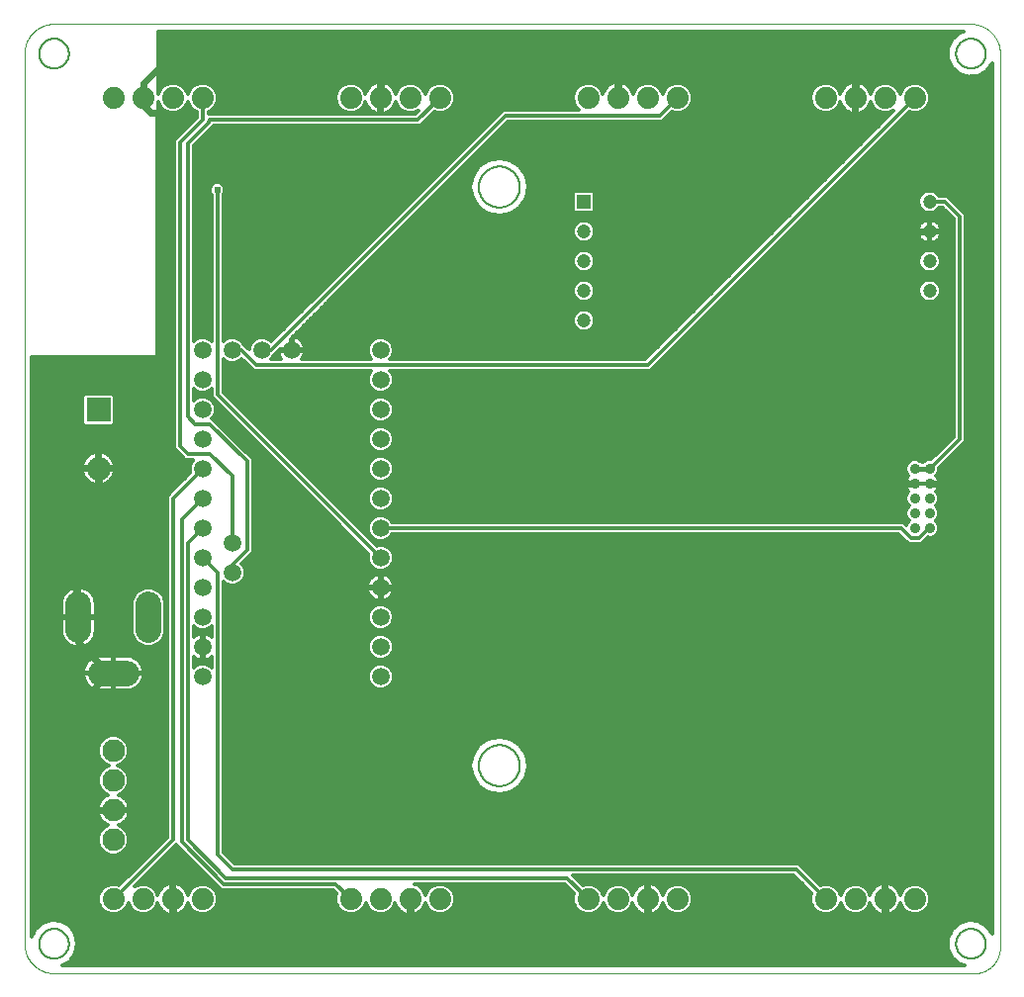
<source format=gbl>
G75*
%MOIN*%
%OFA0B0*%
%FSLAX25Y25*%
%IPPOS*%
%LPD*%
%AMOC8*
5,1,8,0,0,1.08239X$1,22.5*
%
%ADD10C,0.00000*%
%ADD11C,0.00600*%
%ADD12C,0.07400*%
%ADD13C,0.08600*%
%ADD14C,0.05906*%
%ADD15R,0.04724X0.04724*%
%ADD16C,0.04724*%
%ADD17R,0.08000X0.08000*%
%ADD18C,0.08000*%
%ADD19C,0.03562*%
%ADD20C,0.07600*%
%ADD21C,0.01200*%
%ADD22C,0.01600*%
%ADD23C,0.02400*%
%ADD24C,0.02400*%
D10*
X0013520Y0011600D02*
X0013520Y0311561D01*
X0013523Y0311803D01*
X0013532Y0312044D01*
X0013546Y0312285D01*
X0013567Y0312526D01*
X0013593Y0312766D01*
X0013625Y0313006D01*
X0013663Y0313245D01*
X0013706Y0313482D01*
X0013756Y0313719D01*
X0013811Y0313954D01*
X0013871Y0314188D01*
X0013938Y0314420D01*
X0014009Y0314651D01*
X0014087Y0314880D01*
X0014170Y0315107D01*
X0014258Y0315332D01*
X0014352Y0315555D01*
X0014451Y0315775D01*
X0014556Y0315993D01*
X0014665Y0316208D01*
X0014780Y0316421D01*
X0014900Y0316631D01*
X0015025Y0316837D01*
X0015155Y0317041D01*
X0015290Y0317242D01*
X0015430Y0317439D01*
X0015574Y0317633D01*
X0015723Y0317823D01*
X0015877Y0318009D01*
X0016035Y0318192D01*
X0016197Y0318371D01*
X0016364Y0318546D01*
X0016535Y0318717D01*
X0016710Y0318884D01*
X0016889Y0319046D01*
X0017072Y0319204D01*
X0017258Y0319358D01*
X0017448Y0319507D01*
X0017642Y0319651D01*
X0017839Y0319791D01*
X0018040Y0319926D01*
X0018244Y0320056D01*
X0018450Y0320181D01*
X0018660Y0320301D01*
X0018873Y0320416D01*
X0019088Y0320525D01*
X0019306Y0320630D01*
X0019526Y0320729D01*
X0019749Y0320823D01*
X0019974Y0320911D01*
X0020201Y0320994D01*
X0020430Y0321072D01*
X0020661Y0321143D01*
X0020893Y0321210D01*
X0021127Y0321270D01*
X0021362Y0321325D01*
X0021599Y0321375D01*
X0021836Y0321418D01*
X0022075Y0321456D01*
X0022315Y0321488D01*
X0022555Y0321514D01*
X0022796Y0321535D01*
X0023037Y0321549D01*
X0023278Y0321558D01*
X0023520Y0321561D01*
X0332260Y0321561D01*
X0332501Y0321558D01*
X0332741Y0321549D01*
X0332982Y0321535D01*
X0333221Y0321514D01*
X0333461Y0321488D01*
X0333699Y0321456D01*
X0333937Y0321419D01*
X0334174Y0321375D01*
X0334409Y0321326D01*
X0334644Y0321272D01*
X0334877Y0321211D01*
X0335108Y0321145D01*
X0335338Y0321073D01*
X0335566Y0320996D01*
X0335792Y0320914D01*
X0336016Y0320826D01*
X0336238Y0320732D01*
X0336458Y0320633D01*
X0336675Y0320529D01*
X0336889Y0320420D01*
X0337101Y0320306D01*
X0337310Y0320186D01*
X0337516Y0320062D01*
X0337719Y0319932D01*
X0337918Y0319798D01*
X0338115Y0319659D01*
X0338308Y0319515D01*
X0338497Y0319366D01*
X0338683Y0319213D01*
X0338865Y0319056D01*
X0339044Y0318894D01*
X0339218Y0318728D01*
X0339388Y0318558D01*
X0339554Y0318384D01*
X0339716Y0318205D01*
X0339873Y0318023D01*
X0340026Y0317837D01*
X0340175Y0317648D01*
X0340319Y0317455D01*
X0340458Y0317258D01*
X0340592Y0317059D01*
X0340722Y0316856D01*
X0340846Y0316650D01*
X0340966Y0316441D01*
X0341080Y0316229D01*
X0341189Y0316015D01*
X0341293Y0315798D01*
X0341392Y0315578D01*
X0341486Y0315356D01*
X0341574Y0315132D01*
X0341656Y0314906D01*
X0341733Y0314678D01*
X0341805Y0314448D01*
X0341871Y0314217D01*
X0341932Y0313984D01*
X0341986Y0313749D01*
X0342035Y0313514D01*
X0342079Y0313277D01*
X0342116Y0313039D01*
X0342148Y0312801D01*
X0342174Y0312561D01*
X0342195Y0312322D01*
X0342209Y0312081D01*
X0342218Y0311841D01*
X0342221Y0311600D01*
X0342220Y0311600D02*
X0342220Y0010301D01*
X0342221Y0010301D02*
X0342218Y0010091D01*
X0342211Y0009881D01*
X0342198Y0009671D01*
X0342180Y0009461D01*
X0342158Y0009252D01*
X0342130Y0009044D01*
X0342097Y0008836D01*
X0342059Y0008629D01*
X0342016Y0008423D01*
X0341968Y0008219D01*
X0341915Y0008015D01*
X0341858Y0007813D01*
X0341795Y0007612D01*
X0341728Y0007413D01*
X0341656Y0007216D01*
X0341579Y0007020D01*
X0341497Y0006826D01*
X0341411Y0006634D01*
X0341320Y0006445D01*
X0341224Y0006257D01*
X0341124Y0006072D01*
X0341020Y0005890D01*
X0340911Y0005710D01*
X0340798Y0005533D01*
X0340681Y0005358D01*
X0340559Y0005187D01*
X0340434Y0005018D01*
X0340304Y0004853D01*
X0340170Y0004690D01*
X0340033Y0004531D01*
X0339891Y0004375D01*
X0339746Y0004223D01*
X0339598Y0004075D01*
X0339446Y0003930D01*
X0339290Y0003788D01*
X0339131Y0003651D01*
X0338968Y0003517D01*
X0338803Y0003387D01*
X0338634Y0003262D01*
X0338463Y0003140D01*
X0338288Y0003023D01*
X0338111Y0002910D01*
X0337931Y0002801D01*
X0337749Y0002697D01*
X0337564Y0002597D01*
X0337376Y0002501D01*
X0337187Y0002410D01*
X0336995Y0002324D01*
X0336801Y0002242D01*
X0336605Y0002165D01*
X0336408Y0002093D01*
X0336209Y0002026D01*
X0336008Y0001963D01*
X0335806Y0001906D01*
X0335602Y0001853D01*
X0335398Y0001805D01*
X0335192Y0001762D01*
X0334985Y0001724D01*
X0334777Y0001691D01*
X0334569Y0001663D01*
X0334360Y0001641D01*
X0334150Y0001623D01*
X0333940Y0001610D01*
X0333730Y0001603D01*
X0333520Y0001600D01*
X0023520Y0001600D01*
X0023278Y0001603D01*
X0023037Y0001612D01*
X0022796Y0001626D01*
X0022555Y0001647D01*
X0022315Y0001673D01*
X0022075Y0001705D01*
X0021836Y0001743D01*
X0021599Y0001786D01*
X0021362Y0001836D01*
X0021127Y0001891D01*
X0020893Y0001951D01*
X0020661Y0002018D01*
X0020430Y0002089D01*
X0020201Y0002167D01*
X0019974Y0002250D01*
X0019749Y0002338D01*
X0019526Y0002432D01*
X0019306Y0002531D01*
X0019088Y0002636D01*
X0018873Y0002745D01*
X0018660Y0002860D01*
X0018450Y0002980D01*
X0018244Y0003105D01*
X0018040Y0003235D01*
X0017839Y0003370D01*
X0017642Y0003510D01*
X0017448Y0003654D01*
X0017258Y0003803D01*
X0017072Y0003957D01*
X0016889Y0004115D01*
X0016710Y0004277D01*
X0016535Y0004444D01*
X0016364Y0004615D01*
X0016197Y0004790D01*
X0016035Y0004969D01*
X0015877Y0005152D01*
X0015723Y0005338D01*
X0015574Y0005528D01*
X0015430Y0005722D01*
X0015290Y0005919D01*
X0015155Y0006120D01*
X0015025Y0006324D01*
X0014900Y0006530D01*
X0014780Y0006740D01*
X0014665Y0006953D01*
X0014556Y0007168D01*
X0014451Y0007386D01*
X0014352Y0007606D01*
X0014258Y0007829D01*
X0014170Y0008054D01*
X0014087Y0008281D01*
X0014009Y0008510D01*
X0013938Y0008741D01*
X0013871Y0008973D01*
X0013811Y0009207D01*
X0013756Y0009442D01*
X0013706Y0009679D01*
X0013663Y0009916D01*
X0013625Y0010155D01*
X0013593Y0010395D01*
X0013567Y0010635D01*
X0013546Y0010876D01*
X0013532Y0011117D01*
X0013523Y0011358D01*
X0013520Y0011600D01*
D11*
X0018520Y0011600D02*
X0018522Y0011741D01*
X0018528Y0011882D01*
X0018538Y0012022D01*
X0018552Y0012162D01*
X0018570Y0012302D01*
X0018591Y0012441D01*
X0018617Y0012580D01*
X0018646Y0012718D01*
X0018680Y0012854D01*
X0018717Y0012990D01*
X0018758Y0013125D01*
X0018803Y0013259D01*
X0018852Y0013391D01*
X0018904Y0013522D01*
X0018960Y0013651D01*
X0019020Y0013778D01*
X0019083Y0013904D01*
X0019149Y0014028D01*
X0019220Y0014151D01*
X0019293Y0014271D01*
X0019370Y0014389D01*
X0019450Y0014505D01*
X0019534Y0014618D01*
X0019620Y0014729D01*
X0019710Y0014838D01*
X0019803Y0014944D01*
X0019898Y0015047D01*
X0019997Y0015148D01*
X0020098Y0015246D01*
X0020202Y0015341D01*
X0020309Y0015433D01*
X0020418Y0015522D01*
X0020530Y0015607D01*
X0020644Y0015690D01*
X0020760Y0015770D01*
X0020879Y0015846D01*
X0021000Y0015918D01*
X0021122Y0015988D01*
X0021247Y0016053D01*
X0021373Y0016116D01*
X0021501Y0016174D01*
X0021631Y0016229D01*
X0021762Y0016281D01*
X0021895Y0016328D01*
X0022029Y0016372D01*
X0022164Y0016413D01*
X0022300Y0016449D01*
X0022437Y0016481D01*
X0022575Y0016510D01*
X0022713Y0016535D01*
X0022853Y0016555D01*
X0022993Y0016572D01*
X0023133Y0016585D01*
X0023274Y0016594D01*
X0023414Y0016599D01*
X0023555Y0016600D01*
X0023696Y0016597D01*
X0023837Y0016590D01*
X0023977Y0016579D01*
X0024117Y0016564D01*
X0024257Y0016545D01*
X0024396Y0016523D01*
X0024534Y0016496D01*
X0024672Y0016466D01*
X0024808Y0016431D01*
X0024944Y0016393D01*
X0025078Y0016351D01*
X0025212Y0016305D01*
X0025344Y0016256D01*
X0025474Y0016202D01*
X0025603Y0016145D01*
X0025730Y0016085D01*
X0025856Y0016021D01*
X0025979Y0015953D01*
X0026101Y0015882D01*
X0026221Y0015808D01*
X0026338Y0015730D01*
X0026453Y0015649D01*
X0026566Y0015565D01*
X0026677Y0015478D01*
X0026785Y0015387D01*
X0026890Y0015294D01*
X0026993Y0015197D01*
X0027093Y0015098D01*
X0027190Y0014996D01*
X0027284Y0014891D01*
X0027375Y0014784D01*
X0027463Y0014674D01*
X0027548Y0014562D01*
X0027630Y0014447D01*
X0027709Y0014330D01*
X0027784Y0014211D01*
X0027856Y0014090D01*
X0027924Y0013967D01*
X0027989Y0013842D01*
X0028051Y0013715D01*
X0028108Y0013586D01*
X0028163Y0013456D01*
X0028213Y0013325D01*
X0028260Y0013192D01*
X0028303Y0013058D01*
X0028342Y0012922D01*
X0028377Y0012786D01*
X0028409Y0012649D01*
X0028436Y0012511D01*
X0028460Y0012372D01*
X0028480Y0012232D01*
X0028496Y0012092D01*
X0028508Y0011952D01*
X0028516Y0011811D01*
X0028520Y0011670D01*
X0028520Y0011530D01*
X0028516Y0011389D01*
X0028508Y0011248D01*
X0028496Y0011108D01*
X0028480Y0010968D01*
X0028460Y0010828D01*
X0028436Y0010689D01*
X0028409Y0010551D01*
X0028377Y0010414D01*
X0028342Y0010278D01*
X0028303Y0010142D01*
X0028260Y0010008D01*
X0028213Y0009875D01*
X0028163Y0009744D01*
X0028108Y0009614D01*
X0028051Y0009485D01*
X0027989Y0009358D01*
X0027924Y0009233D01*
X0027856Y0009110D01*
X0027784Y0008989D01*
X0027709Y0008870D01*
X0027630Y0008753D01*
X0027548Y0008638D01*
X0027463Y0008526D01*
X0027375Y0008416D01*
X0027284Y0008309D01*
X0027190Y0008204D01*
X0027093Y0008102D01*
X0026993Y0008003D01*
X0026890Y0007906D01*
X0026785Y0007813D01*
X0026677Y0007722D01*
X0026566Y0007635D01*
X0026453Y0007551D01*
X0026338Y0007470D01*
X0026221Y0007392D01*
X0026101Y0007318D01*
X0025979Y0007247D01*
X0025856Y0007179D01*
X0025730Y0007115D01*
X0025603Y0007055D01*
X0025474Y0006998D01*
X0025344Y0006944D01*
X0025212Y0006895D01*
X0025078Y0006849D01*
X0024944Y0006807D01*
X0024808Y0006769D01*
X0024672Y0006734D01*
X0024534Y0006704D01*
X0024396Y0006677D01*
X0024257Y0006655D01*
X0024117Y0006636D01*
X0023977Y0006621D01*
X0023837Y0006610D01*
X0023696Y0006603D01*
X0023555Y0006600D01*
X0023414Y0006601D01*
X0023274Y0006606D01*
X0023133Y0006615D01*
X0022993Y0006628D01*
X0022853Y0006645D01*
X0022713Y0006665D01*
X0022575Y0006690D01*
X0022437Y0006719D01*
X0022300Y0006751D01*
X0022164Y0006787D01*
X0022029Y0006828D01*
X0021895Y0006872D01*
X0021762Y0006919D01*
X0021631Y0006971D01*
X0021501Y0007026D01*
X0021373Y0007084D01*
X0021247Y0007147D01*
X0021122Y0007212D01*
X0021000Y0007282D01*
X0020879Y0007354D01*
X0020760Y0007430D01*
X0020644Y0007510D01*
X0020530Y0007593D01*
X0020418Y0007678D01*
X0020309Y0007767D01*
X0020202Y0007859D01*
X0020098Y0007954D01*
X0019997Y0008052D01*
X0019898Y0008153D01*
X0019803Y0008256D01*
X0019710Y0008362D01*
X0019620Y0008471D01*
X0019534Y0008582D01*
X0019450Y0008695D01*
X0019370Y0008811D01*
X0019293Y0008929D01*
X0019220Y0009049D01*
X0019149Y0009172D01*
X0019083Y0009296D01*
X0019020Y0009422D01*
X0018960Y0009549D01*
X0018904Y0009678D01*
X0018852Y0009809D01*
X0018803Y0009941D01*
X0018758Y0010075D01*
X0018717Y0010210D01*
X0018680Y0010346D01*
X0018646Y0010482D01*
X0018617Y0010620D01*
X0018591Y0010759D01*
X0018570Y0010898D01*
X0018552Y0011038D01*
X0018538Y0011178D01*
X0018528Y0011318D01*
X0018522Y0011459D01*
X0018520Y0011600D01*
X0166630Y0071600D02*
X0166632Y0071769D01*
X0166638Y0071938D01*
X0166649Y0072107D01*
X0166663Y0072275D01*
X0166682Y0072443D01*
X0166705Y0072611D01*
X0166731Y0072778D01*
X0166762Y0072944D01*
X0166797Y0073110D01*
X0166836Y0073274D01*
X0166880Y0073438D01*
X0166927Y0073600D01*
X0166978Y0073761D01*
X0167033Y0073921D01*
X0167092Y0074080D01*
X0167154Y0074237D01*
X0167221Y0074392D01*
X0167292Y0074546D01*
X0167366Y0074698D01*
X0167444Y0074848D01*
X0167525Y0074996D01*
X0167610Y0075142D01*
X0167699Y0075286D01*
X0167791Y0075428D01*
X0167887Y0075567D01*
X0167986Y0075704D01*
X0168088Y0075839D01*
X0168194Y0075971D01*
X0168303Y0076100D01*
X0168415Y0076227D01*
X0168530Y0076351D01*
X0168648Y0076472D01*
X0168769Y0076590D01*
X0168893Y0076705D01*
X0169020Y0076817D01*
X0169149Y0076926D01*
X0169281Y0077032D01*
X0169416Y0077134D01*
X0169553Y0077233D01*
X0169692Y0077329D01*
X0169834Y0077421D01*
X0169978Y0077510D01*
X0170124Y0077595D01*
X0170272Y0077676D01*
X0170422Y0077754D01*
X0170574Y0077828D01*
X0170728Y0077899D01*
X0170883Y0077966D01*
X0171040Y0078028D01*
X0171199Y0078087D01*
X0171359Y0078142D01*
X0171520Y0078193D01*
X0171682Y0078240D01*
X0171846Y0078284D01*
X0172010Y0078323D01*
X0172176Y0078358D01*
X0172342Y0078389D01*
X0172509Y0078415D01*
X0172677Y0078438D01*
X0172845Y0078457D01*
X0173013Y0078471D01*
X0173182Y0078482D01*
X0173351Y0078488D01*
X0173520Y0078490D01*
X0173689Y0078488D01*
X0173858Y0078482D01*
X0174027Y0078471D01*
X0174195Y0078457D01*
X0174363Y0078438D01*
X0174531Y0078415D01*
X0174698Y0078389D01*
X0174864Y0078358D01*
X0175030Y0078323D01*
X0175194Y0078284D01*
X0175358Y0078240D01*
X0175520Y0078193D01*
X0175681Y0078142D01*
X0175841Y0078087D01*
X0176000Y0078028D01*
X0176157Y0077966D01*
X0176312Y0077899D01*
X0176466Y0077828D01*
X0176618Y0077754D01*
X0176768Y0077676D01*
X0176916Y0077595D01*
X0177062Y0077510D01*
X0177206Y0077421D01*
X0177348Y0077329D01*
X0177487Y0077233D01*
X0177624Y0077134D01*
X0177759Y0077032D01*
X0177891Y0076926D01*
X0178020Y0076817D01*
X0178147Y0076705D01*
X0178271Y0076590D01*
X0178392Y0076472D01*
X0178510Y0076351D01*
X0178625Y0076227D01*
X0178737Y0076100D01*
X0178846Y0075971D01*
X0178952Y0075839D01*
X0179054Y0075704D01*
X0179153Y0075567D01*
X0179249Y0075428D01*
X0179341Y0075286D01*
X0179430Y0075142D01*
X0179515Y0074996D01*
X0179596Y0074848D01*
X0179674Y0074698D01*
X0179748Y0074546D01*
X0179819Y0074392D01*
X0179886Y0074237D01*
X0179948Y0074080D01*
X0180007Y0073921D01*
X0180062Y0073761D01*
X0180113Y0073600D01*
X0180160Y0073438D01*
X0180204Y0073274D01*
X0180243Y0073110D01*
X0180278Y0072944D01*
X0180309Y0072778D01*
X0180335Y0072611D01*
X0180358Y0072443D01*
X0180377Y0072275D01*
X0180391Y0072107D01*
X0180402Y0071938D01*
X0180408Y0071769D01*
X0180410Y0071600D01*
X0180408Y0071431D01*
X0180402Y0071262D01*
X0180391Y0071093D01*
X0180377Y0070925D01*
X0180358Y0070757D01*
X0180335Y0070589D01*
X0180309Y0070422D01*
X0180278Y0070256D01*
X0180243Y0070090D01*
X0180204Y0069926D01*
X0180160Y0069762D01*
X0180113Y0069600D01*
X0180062Y0069439D01*
X0180007Y0069279D01*
X0179948Y0069120D01*
X0179886Y0068963D01*
X0179819Y0068808D01*
X0179748Y0068654D01*
X0179674Y0068502D01*
X0179596Y0068352D01*
X0179515Y0068204D01*
X0179430Y0068058D01*
X0179341Y0067914D01*
X0179249Y0067772D01*
X0179153Y0067633D01*
X0179054Y0067496D01*
X0178952Y0067361D01*
X0178846Y0067229D01*
X0178737Y0067100D01*
X0178625Y0066973D01*
X0178510Y0066849D01*
X0178392Y0066728D01*
X0178271Y0066610D01*
X0178147Y0066495D01*
X0178020Y0066383D01*
X0177891Y0066274D01*
X0177759Y0066168D01*
X0177624Y0066066D01*
X0177487Y0065967D01*
X0177348Y0065871D01*
X0177206Y0065779D01*
X0177062Y0065690D01*
X0176916Y0065605D01*
X0176768Y0065524D01*
X0176618Y0065446D01*
X0176466Y0065372D01*
X0176312Y0065301D01*
X0176157Y0065234D01*
X0176000Y0065172D01*
X0175841Y0065113D01*
X0175681Y0065058D01*
X0175520Y0065007D01*
X0175358Y0064960D01*
X0175194Y0064916D01*
X0175030Y0064877D01*
X0174864Y0064842D01*
X0174698Y0064811D01*
X0174531Y0064785D01*
X0174363Y0064762D01*
X0174195Y0064743D01*
X0174027Y0064729D01*
X0173858Y0064718D01*
X0173689Y0064712D01*
X0173520Y0064710D01*
X0173351Y0064712D01*
X0173182Y0064718D01*
X0173013Y0064729D01*
X0172845Y0064743D01*
X0172677Y0064762D01*
X0172509Y0064785D01*
X0172342Y0064811D01*
X0172176Y0064842D01*
X0172010Y0064877D01*
X0171846Y0064916D01*
X0171682Y0064960D01*
X0171520Y0065007D01*
X0171359Y0065058D01*
X0171199Y0065113D01*
X0171040Y0065172D01*
X0170883Y0065234D01*
X0170728Y0065301D01*
X0170574Y0065372D01*
X0170422Y0065446D01*
X0170272Y0065524D01*
X0170124Y0065605D01*
X0169978Y0065690D01*
X0169834Y0065779D01*
X0169692Y0065871D01*
X0169553Y0065967D01*
X0169416Y0066066D01*
X0169281Y0066168D01*
X0169149Y0066274D01*
X0169020Y0066383D01*
X0168893Y0066495D01*
X0168769Y0066610D01*
X0168648Y0066728D01*
X0168530Y0066849D01*
X0168415Y0066973D01*
X0168303Y0067100D01*
X0168194Y0067229D01*
X0168088Y0067361D01*
X0167986Y0067496D01*
X0167887Y0067633D01*
X0167791Y0067772D01*
X0167699Y0067914D01*
X0167610Y0068058D01*
X0167525Y0068204D01*
X0167444Y0068352D01*
X0167366Y0068502D01*
X0167292Y0068654D01*
X0167221Y0068808D01*
X0167154Y0068963D01*
X0167092Y0069120D01*
X0167033Y0069279D01*
X0166978Y0069439D01*
X0166927Y0069600D01*
X0166880Y0069762D01*
X0166836Y0069926D01*
X0166797Y0070090D01*
X0166762Y0070256D01*
X0166731Y0070422D01*
X0166705Y0070589D01*
X0166682Y0070757D01*
X0166663Y0070925D01*
X0166649Y0071093D01*
X0166638Y0071262D01*
X0166632Y0071431D01*
X0166630Y0071600D01*
X0327417Y0011600D02*
X0327419Y0011741D01*
X0327425Y0011882D01*
X0327435Y0012022D01*
X0327449Y0012162D01*
X0327467Y0012302D01*
X0327488Y0012441D01*
X0327514Y0012580D01*
X0327543Y0012718D01*
X0327577Y0012854D01*
X0327614Y0012990D01*
X0327655Y0013125D01*
X0327700Y0013259D01*
X0327749Y0013391D01*
X0327801Y0013522D01*
X0327857Y0013651D01*
X0327917Y0013778D01*
X0327980Y0013904D01*
X0328046Y0014028D01*
X0328117Y0014151D01*
X0328190Y0014271D01*
X0328267Y0014389D01*
X0328347Y0014505D01*
X0328431Y0014618D01*
X0328517Y0014729D01*
X0328607Y0014838D01*
X0328700Y0014944D01*
X0328795Y0015047D01*
X0328894Y0015148D01*
X0328995Y0015246D01*
X0329099Y0015341D01*
X0329206Y0015433D01*
X0329315Y0015522D01*
X0329427Y0015607D01*
X0329541Y0015690D01*
X0329657Y0015770D01*
X0329776Y0015846D01*
X0329897Y0015918D01*
X0330019Y0015988D01*
X0330144Y0016053D01*
X0330270Y0016116D01*
X0330398Y0016174D01*
X0330528Y0016229D01*
X0330659Y0016281D01*
X0330792Y0016328D01*
X0330926Y0016372D01*
X0331061Y0016413D01*
X0331197Y0016449D01*
X0331334Y0016481D01*
X0331472Y0016510D01*
X0331610Y0016535D01*
X0331750Y0016555D01*
X0331890Y0016572D01*
X0332030Y0016585D01*
X0332171Y0016594D01*
X0332311Y0016599D01*
X0332452Y0016600D01*
X0332593Y0016597D01*
X0332734Y0016590D01*
X0332874Y0016579D01*
X0333014Y0016564D01*
X0333154Y0016545D01*
X0333293Y0016523D01*
X0333431Y0016496D01*
X0333569Y0016466D01*
X0333705Y0016431D01*
X0333841Y0016393D01*
X0333975Y0016351D01*
X0334109Y0016305D01*
X0334241Y0016256D01*
X0334371Y0016202D01*
X0334500Y0016145D01*
X0334627Y0016085D01*
X0334753Y0016021D01*
X0334876Y0015953D01*
X0334998Y0015882D01*
X0335118Y0015808D01*
X0335235Y0015730D01*
X0335350Y0015649D01*
X0335463Y0015565D01*
X0335574Y0015478D01*
X0335682Y0015387D01*
X0335787Y0015294D01*
X0335890Y0015197D01*
X0335990Y0015098D01*
X0336087Y0014996D01*
X0336181Y0014891D01*
X0336272Y0014784D01*
X0336360Y0014674D01*
X0336445Y0014562D01*
X0336527Y0014447D01*
X0336606Y0014330D01*
X0336681Y0014211D01*
X0336753Y0014090D01*
X0336821Y0013967D01*
X0336886Y0013842D01*
X0336948Y0013715D01*
X0337005Y0013586D01*
X0337060Y0013456D01*
X0337110Y0013325D01*
X0337157Y0013192D01*
X0337200Y0013058D01*
X0337239Y0012922D01*
X0337274Y0012786D01*
X0337306Y0012649D01*
X0337333Y0012511D01*
X0337357Y0012372D01*
X0337377Y0012232D01*
X0337393Y0012092D01*
X0337405Y0011952D01*
X0337413Y0011811D01*
X0337417Y0011670D01*
X0337417Y0011530D01*
X0337413Y0011389D01*
X0337405Y0011248D01*
X0337393Y0011108D01*
X0337377Y0010968D01*
X0337357Y0010828D01*
X0337333Y0010689D01*
X0337306Y0010551D01*
X0337274Y0010414D01*
X0337239Y0010278D01*
X0337200Y0010142D01*
X0337157Y0010008D01*
X0337110Y0009875D01*
X0337060Y0009744D01*
X0337005Y0009614D01*
X0336948Y0009485D01*
X0336886Y0009358D01*
X0336821Y0009233D01*
X0336753Y0009110D01*
X0336681Y0008989D01*
X0336606Y0008870D01*
X0336527Y0008753D01*
X0336445Y0008638D01*
X0336360Y0008526D01*
X0336272Y0008416D01*
X0336181Y0008309D01*
X0336087Y0008204D01*
X0335990Y0008102D01*
X0335890Y0008003D01*
X0335787Y0007906D01*
X0335682Y0007813D01*
X0335574Y0007722D01*
X0335463Y0007635D01*
X0335350Y0007551D01*
X0335235Y0007470D01*
X0335118Y0007392D01*
X0334998Y0007318D01*
X0334876Y0007247D01*
X0334753Y0007179D01*
X0334627Y0007115D01*
X0334500Y0007055D01*
X0334371Y0006998D01*
X0334241Y0006944D01*
X0334109Y0006895D01*
X0333975Y0006849D01*
X0333841Y0006807D01*
X0333705Y0006769D01*
X0333569Y0006734D01*
X0333431Y0006704D01*
X0333293Y0006677D01*
X0333154Y0006655D01*
X0333014Y0006636D01*
X0332874Y0006621D01*
X0332734Y0006610D01*
X0332593Y0006603D01*
X0332452Y0006600D01*
X0332311Y0006601D01*
X0332171Y0006606D01*
X0332030Y0006615D01*
X0331890Y0006628D01*
X0331750Y0006645D01*
X0331610Y0006665D01*
X0331472Y0006690D01*
X0331334Y0006719D01*
X0331197Y0006751D01*
X0331061Y0006787D01*
X0330926Y0006828D01*
X0330792Y0006872D01*
X0330659Y0006919D01*
X0330528Y0006971D01*
X0330398Y0007026D01*
X0330270Y0007084D01*
X0330144Y0007147D01*
X0330019Y0007212D01*
X0329897Y0007282D01*
X0329776Y0007354D01*
X0329657Y0007430D01*
X0329541Y0007510D01*
X0329427Y0007593D01*
X0329315Y0007678D01*
X0329206Y0007767D01*
X0329099Y0007859D01*
X0328995Y0007954D01*
X0328894Y0008052D01*
X0328795Y0008153D01*
X0328700Y0008256D01*
X0328607Y0008362D01*
X0328517Y0008471D01*
X0328431Y0008582D01*
X0328347Y0008695D01*
X0328267Y0008811D01*
X0328190Y0008929D01*
X0328117Y0009049D01*
X0328046Y0009172D01*
X0327980Y0009296D01*
X0327917Y0009422D01*
X0327857Y0009549D01*
X0327801Y0009678D01*
X0327749Y0009809D01*
X0327700Y0009941D01*
X0327655Y0010075D01*
X0327614Y0010210D01*
X0327577Y0010346D01*
X0327543Y0010482D01*
X0327514Y0010620D01*
X0327488Y0010759D01*
X0327467Y0010898D01*
X0327449Y0011038D01*
X0327435Y0011178D01*
X0327425Y0011318D01*
X0327419Y0011459D01*
X0327417Y0011600D01*
X0166630Y0266600D02*
X0166632Y0266769D01*
X0166638Y0266938D01*
X0166649Y0267107D01*
X0166663Y0267275D01*
X0166682Y0267443D01*
X0166705Y0267611D01*
X0166731Y0267778D01*
X0166762Y0267944D01*
X0166797Y0268110D01*
X0166836Y0268274D01*
X0166880Y0268438D01*
X0166927Y0268600D01*
X0166978Y0268761D01*
X0167033Y0268921D01*
X0167092Y0269080D01*
X0167154Y0269237D01*
X0167221Y0269392D01*
X0167292Y0269546D01*
X0167366Y0269698D01*
X0167444Y0269848D01*
X0167525Y0269996D01*
X0167610Y0270142D01*
X0167699Y0270286D01*
X0167791Y0270428D01*
X0167887Y0270567D01*
X0167986Y0270704D01*
X0168088Y0270839D01*
X0168194Y0270971D01*
X0168303Y0271100D01*
X0168415Y0271227D01*
X0168530Y0271351D01*
X0168648Y0271472D01*
X0168769Y0271590D01*
X0168893Y0271705D01*
X0169020Y0271817D01*
X0169149Y0271926D01*
X0169281Y0272032D01*
X0169416Y0272134D01*
X0169553Y0272233D01*
X0169692Y0272329D01*
X0169834Y0272421D01*
X0169978Y0272510D01*
X0170124Y0272595D01*
X0170272Y0272676D01*
X0170422Y0272754D01*
X0170574Y0272828D01*
X0170728Y0272899D01*
X0170883Y0272966D01*
X0171040Y0273028D01*
X0171199Y0273087D01*
X0171359Y0273142D01*
X0171520Y0273193D01*
X0171682Y0273240D01*
X0171846Y0273284D01*
X0172010Y0273323D01*
X0172176Y0273358D01*
X0172342Y0273389D01*
X0172509Y0273415D01*
X0172677Y0273438D01*
X0172845Y0273457D01*
X0173013Y0273471D01*
X0173182Y0273482D01*
X0173351Y0273488D01*
X0173520Y0273490D01*
X0173689Y0273488D01*
X0173858Y0273482D01*
X0174027Y0273471D01*
X0174195Y0273457D01*
X0174363Y0273438D01*
X0174531Y0273415D01*
X0174698Y0273389D01*
X0174864Y0273358D01*
X0175030Y0273323D01*
X0175194Y0273284D01*
X0175358Y0273240D01*
X0175520Y0273193D01*
X0175681Y0273142D01*
X0175841Y0273087D01*
X0176000Y0273028D01*
X0176157Y0272966D01*
X0176312Y0272899D01*
X0176466Y0272828D01*
X0176618Y0272754D01*
X0176768Y0272676D01*
X0176916Y0272595D01*
X0177062Y0272510D01*
X0177206Y0272421D01*
X0177348Y0272329D01*
X0177487Y0272233D01*
X0177624Y0272134D01*
X0177759Y0272032D01*
X0177891Y0271926D01*
X0178020Y0271817D01*
X0178147Y0271705D01*
X0178271Y0271590D01*
X0178392Y0271472D01*
X0178510Y0271351D01*
X0178625Y0271227D01*
X0178737Y0271100D01*
X0178846Y0270971D01*
X0178952Y0270839D01*
X0179054Y0270704D01*
X0179153Y0270567D01*
X0179249Y0270428D01*
X0179341Y0270286D01*
X0179430Y0270142D01*
X0179515Y0269996D01*
X0179596Y0269848D01*
X0179674Y0269698D01*
X0179748Y0269546D01*
X0179819Y0269392D01*
X0179886Y0269237D01*
X0179948Y0269080D01*
X0180007Y0268921D01*
X0180062Y0268761D01*
X0180113Y0268600D01*
X0180160Y0268438D01*
X0180204Y0268274D01*
X0180243Y0268110D01*
X0180278Y0267944D01*
X0180309Y0267778D01*
X0180335Y0267611D01*
X0180358Y0267443D01*
X0180377Y0267275D01*
X0180391Y0267107D01*
X0180402Y0266938D01*
X0180408Y0266769D01*
X0180410Y0266600D01*
X0180408Y0266431D01*
X0180402Y0266262D01*
X0180391Y0266093D01*
X0180377Y0265925D01*
X0180358Y0265757D01*
X0180335Y0265589D01*
X0180309Y0265422D01*
X0180278Y0265256D01*
X0180243Y0265090D01*
X0180204Y0264926D01*
X0180160Y0264762D01*
X0180113Y0264600D01*
X0180062Y0264439D01*
X0180007Y0264279D01*
X0179948Y0264120D01*
X0179886Y0263963D01*
X0179819Y0263808D01*
X0179748Y0263654D01*
X0179674Y0263502D01*
X0179596Y0263352D01*
X0179515Y0263204D01*
X0179430Y0263058D01*
X0179341Y0262914D01*
X0179249Y0262772D01*
X0179153Y0262633D01*
X0179054Y0262496D01*
X0178952Y0262361D01*
X0178846Y0262229D01*
X0178737Y0262100D01*
X0178625Y0261973D01*
X0178510Y0261849D01*
X0178392Y0261728D01*
X0178271Y0261610D01*
X0178147Y0261495D01*
X0178020Y0261383D01*
X0177891Y0261274D01*
X0177759Y0261168D01*
X0177624Y0261066D01*
X0177487Y0260967D01*
X0177348Y0260871D01*
X0177206Y0260779D01*
X0177062Y0260690D01*
X0176916Y0260605D01*
X0176768Y0260524D01*
X0176618Y0260446D01*
X0176466Y0260372D01*
X0176312Y0260301D01*
X0176157Y0260234D01*
X0176000Y0260172D01*
X0175841Y0260113D01*
X0175681Y0260058D01*
X0175520Y0260007D01*
X0175358Y0259960D01*
X0175194Y0259916D01*
X0175030Y0259877D01*
X0174864Y0259842D01*
X0174698Y0259811D01*
X0174531Y0259785D01*
X0174363Y0259762D01*
X0174195Y0259743D01*
X0174027Y0259729D01*
X0173858Y0259718D01*
X0173689Y0259712D01*
X0173520Y0259710D01*
X0173351Y0259712D01*
X0173182Y0259718D01*
X0173013Y0259729D01*
X0172845Y0259743D01*
X0172677Y0259762D01*
X0172509Y0259785D01*
X0172342Y0259811D01*
X0172176Y0259842D01*
X0172010Y0259877D01*
X0171846Y0259916D01*
X0171682Y0259960D01*
X0171520Y0260007D01*
X0171359Y0260058D01*
X0171199Y0260113D01*
X0171040Y0260172D01*
X0170883Y0260234D01*
X0170728Y0260301D01*
X0170574Y0260372D01*
X0170422Y0260446D01*
X0170272Y0260524D01*
X0170124Y0260605D01*
X0169978Y0260690D01*
X0169834Y0260779D01*
X0169692Y0260871D01*
X0169553Y0260967D01*
X0169416Y0261066D01*
X0169281Y0261168D01*
X0169149Y0261274D01*
X0169020Y0261383D01*
X0168893Y0261495D01*
X0168769Y0261610D01*
X0168648Y0261728D01*
X0168530Y0261849D01*
X0168415Y0261973D01*
X0168303Y0262100D01*
X0168194Y0262229D01*
X0168088Y0262361D01*
X0167986Y0262496D01*
X0167887Y0262633D01*
X0167791Y0262772D01*
X0167699Y0262914D01*
X0167610Y0263058D01*
X0167525Y0263204D01*
X0167444Y0263352D01*
X0167366Y0263502D01*
X0167292Y0263654D01*
X0167221Y0263808D01*
X0167154Y0263963D01*
X0167092Y0264120D01*
X0167033Y0264279D01*
X0166978Y0264439D01*
X0166927Y0264600D01*
X0166880Y0264762D01*
X0166836Y0264926D01*
X0166797Y0265090D01*
X0166762Y0265256D01*
X0166731Y0265422D01*
X0166705Y0265589D01*
X0166682Y0265757D01*
X0166663Y0265925D01*
X0166649Y0266093D01*
X0166638Y0266262D01*
X0166632Y0266431D01*
X0166630Y0266600D01*
X0018520Y0311600D02*
X0018522Y0311741D01*
X0018528Y0311882D01*
X0018538Y0312022D01*
X0018552Y0312162D01*
X0018570Y0312302D01*
X0018591Y0312441D01*
X0018617Y0312580D01*
X0018646Y0312718D01*
X0018680Y0312854D01*
X0018717Y0312990D01*
X0018758Y0313125D01*
X0018803Y0313259D01*
X0018852Y0313391D01*
X0018904Y0313522D01*
X0018960Y0313651D01*
X0019020Y0313778D01*
X0019083Y0313904D01*
X0019149Y0314028D01*
X0019220Y0314151D01*
X0019293Y0314271D01*
X0019370Y0314389D01*
X0019450Y0314505D01*
X0019534Y0314618D01*
X0019620Y0314729D01*
X0019710Y0314838D01*
X0019803Y0314944D01*
X0019898Y0315047D01*
X0019997Y0315148D01*
X0020098Y0315246D01*
X0020202Y0315341D01*
X0020309Y0315433D01*
X0020418Y0315522D01*
X0020530Y0315607D01*
X0020644Y0315690D01*
X0020760Y0315770D01*
X0020879Y0315846D01*
X0021000Y0315918D01*
X0021122Y0315988D01*
X0021247Y0316053D01*
X0021373Y0316116D01*
X0021501Y0316174D01*
X0021631Y0316229D01*
X0021762Y0316281D01*
X0021895Y0316328D01*
X0022029Y0316372D01*
X0022164Y0316413D01*
X0022300Y0316449D01*
X0022437Y0316481D01*
X0022575Y0316510D01*
X0022713Y0316535D01*
X0022853Y0316555D01*
X0022993Y0316572D01*
X0023133Y0316585D01*
X0023274Y0316594D01*
X0023414Y0316599D01*
X0023555Y0316600D01*
X0023696Y0316597D01*
X0023837Y0316590D01*
X0023977Y0316579D01*
X0024117Y0316564D01*
X0024257Y0316545D01*
X0024396Y0316523D01*
X0024534Y0316496D01*
X0024672Y0316466D01*
X0024808Y0316431D01*
X0024944Y0316393D01*
X0025078Y0316351D01*
X0025212Y0316305D01*
X0025344Y0316256D01*
X0025474Y0316202D01*
X0025603Y0316145D01*
X0025730Y0316085D01*
X0025856Y0316021D01*
X0025979Y0315953D01*
X0026101Y0315882D01*
X0026221Y0315808D01*
X0026338Y0315730D01*
X0026453Y0315649D01*
X0026566Y0315565D01*
X0026677Y0315478D01*
X0026785Y0315387D01*
X0026890Y0315294D01*
X0026993Y0315197D01*
X0027093Y0315098D01*
X0027190Y0314996D01*
X0027284Y0314891D01*
X0027375Y0314784D01*
X0027463Y0314674D01*
X0027548Y0314562D01*
X0027630Y0314447D01*
X0027709Y0314330D01*
X0027784Y0314211D01*
X0027856Y0314090D01*
X0027924Y0313967D01*
X0027989Y0313842D01*
X0028051Y0313715D01*
X0028108Y0313586D01*
X0028163Y0313456D01*
X0028213Y0313325D01*
X0028260Y0313192D01*
X0028303Y0313058D01*
X0028342Y0312922D01*
X0028377Y0312786D01*
X0028409Y0312649D01*
X0028436Y0312511D01*
X0028460Y0312372D01*
X0028480Y0312232D01*
X0028496Y0312092D01*
X0028508Y0311952D01*
X0028516Y0311811D01*
X0028520Y0311670D01*
X0028520Y0311530D01*
X0028516Y0311389D01*
X0028508Y0311248D01*
X0028496Y0311108D01*
X0028480Y0310968D01*
X0028460Y0310828D01*
X0028436Y0310689D01*
X0028409Y0310551D01*
X0028377Y0310414D01*
X0028342Y0310278D01*
X0028303Y0310142D01*
X0028260Y0310008D01*
X0028213Y0309875D01*
X0028163Y0309744D01*
X0028108Y0309614D01*
X0028051Y0309485D01*
X0027989Y0309358D01*
X0027924Y0309233D01*
X0027856Y0309110D01*
X0027784Y0308989D01*
X0027709Y0308870D01*
X0027630Y0308753D01*
X0027548Y0308638D01*
X0027463Y0308526D01*
X0027375Y0308416D01*
X0027284Y0308309D01*
X0027190Y0308204D01*
X0027093Y0308102D01*
X0026993Y0308003D01*
X0026890Y0307906D01*
X0026785Y0307813D01*
X0026677Y0307722D01*
X0026566Y0307635D01*
X0026453Y0307551D01*
X0026338Y0307470D01*
X0026221Y0307392D01*
X0026101Y0307318D01*
X0025979Y0307247D01*
X0025856Y0307179D01*
X0025730Y0307115D01*
X0025603Y0307055D01*
X0025474Y0306998D01*
X0025344Y0306944D01*
X0025212Y0306895D01*
X0025078Y0306849D01*
X0024944Y0306807D01*
X0024808Y0306769D01*
X0024672Y0306734D01*
X0024534Y0306704D01*
X0024396Y0306677D01*
X0024257Y0306655D01*
X0024117Y0306636D01*
X0023977Y0306621D01*
X0023837Y0306610D01*
X0023696Y0306603D01*
X0023555Y0306600D01*
X0023414Y0306601D01*
X0023274Y0306606D01*
X0023133Y0306615D01*
X0022993Y0306628D01*
X0022853Y0306645D01*
X0022713Y0306665D01*
X0022575Y0306690D01*
X0022437Y0306719D01*
X0022300Y0306751D01*
X0022164Y0306787D01*
X0022029Y0306828D01*
X0021895Y0306872D01*
X0021762Y0306919D01*
X0021631Y0306971D01*
X0021501Y0307026D01*
X0021373Y0307084D01*
X0021247Y0307147D01*
X0021122Y0307212D01*
X0021000Y0307282D01*
X0020879Y0307354D01*
X0020760Y0307430D01*
X0020644Y0307510D01*
X0020530Y0307593D01*
X0020418Y0307678D01*
X0020309Y0307767D01*
X0020202Y0307859D01*
X0020098Y0307954D01*
X0019997Y0308052D01*
X0019898Y0308153D01*
X0019803Y0308256D01*
X0019710Y0308362D01*
X0019620Y0308471D01*
X0019534Y0308582D01*
X0019450Y0308695D01*
X0019370Y0308811D01*
X0019293Y0308929D01*
X0019220Y0309049D01*
X0019149Y0309172D01*
X0019083Y0309296D01*
X0019020Y0309422D01*
X0018960Y0309549D01*
X0018904Y0309678D01*
X0018852Y0309809D01*
X0018803Y0309941D01*
X0018758Y0310075D01*
X0018717Y0310210D01*
X0018680Y0310346D01*
X0018646Y0310482D01*
X0018617Y0310620D01*
X0018591Y0310759D01*
X0018570Y0310898D01*
X0018552Y0311038D01*
X0018538Y0311178D01*
X0018528Y0311318D01*
X0018522Y0311459D01*
X0018520Y0311600D01*
X0327417Y0311600D02*
X0327419Y0311741D01*
X0327425Y0311882D01*
X0327435Y0312022D01*
X0327449Y0312162D01*
X0327467Y0312302D01*
X0327488Y0312441D01*
X0327514Y0312580D01*
X0327543Y0312718D01*
X0327577Y0312854D01*
X0327614Y0312990D01*
X0327655Y0313125D01*
X0327700Y0313259D01*
X0327749Y0313391D01*
X0327801Y0313522D01*
X0327857Y0313651D01*
X0327917Y0313778D01*
X0327980Y0313904D01*
X0328046Y0314028D01*
X0328117Y0314151D01*
X0328190Y0314271D01*
X0328267Y0314389D01*
X0328347Y0314505D01*
X0328431Y0314618D01*
X0328517Y0314729D01*
X0328607Y0314838D01*
X0328700Y0314944D01*
X0328795Y0315047D01*
X0328894Y0315148D01*
X0328995Y0315246D01*
X0329099Y0315341D01*
X0329206Y0315433D01*
X0329315Y0315522D01*
X0329427Y0315607D01*
X0329541Y0315690D01*
X0329657Y0315770D01*
X0329776Y0315846D01*
X0329897Y0315918D01*
X0330019Y0315988D01*
X0330144Y0316053D01*
X0330270Y0316116D01*
X0330398Y0316174D01*
X0330528Y0316229D01*
X0330659Y0316281D01*
X0330792Y0316328D01*
X0330926Y0316372D01*
X0331061Y0316413D01*
X0331197Y0316449D01*
X0331334Y0316481D01*
X0331472Y0316510D01*
X0331610Y0316535D01*
X0331750Y0316555D01*
X0331890Y0316572D01*
X0332030Y0316585D01*
X0332171Y0316594D01*
X0332311Y0316599D01*
X0332452Y0316600D01*
X0332593Y0316597D01*
X0332734Y0316590D01*
X0332874Y0316579D01*
X0333014Y0316564D01*
X0333154Y0316545D01*
X0333293Y0316523D01*
X0333431Y0316496D01*
X0333569Y0316466D01*
X0333705Y0316431D01*
X0333841Y0316393D01*
X0333975Y0316351D01*
X0334109Y0316305D01*
X0334241Y0316256D01*
X0334371Y0316202D01*
X0334500Y0316145D01*
X0334627Y0316085D01*
X0334753Y0316021D01*
X0334876Y0315953D01*
X0334998Y0315882D01*
X0335118Y0315808D01*
X0335235Y0315730D01*
X0335350Y0315649D01*
X0335463Y0315565D01*
X0335574Y0315478D01*
X0335682Y0315387D01*
X0335787Y0315294D01*
X0335890Y0315197D01*
X0335990Y0315098D01*
X0336087Y0314996D01*
X0336181Y0314891D01*
X0336272Y0314784D01*
X0336360Y0314674D01*
X0336445Y0314562D01*
X0336527Y0314447D01*
X0336606Y0314330D01*
X0336681Y0314211D01*
X0336753Y0314090D01*
X0336821Y0313967D01*
X0336886Y0313842D01*
X0336948Y0313715D01*
X0337005Y0313586D01*
X0337060Y0313456D01*
X0337110Y0313325D01*
X0337157Y0313192D01*
X0337200Y0313058D01*
X0337239Y0312922D01*
X0337274Y0312786D01*
X0337306Y0312649D01*
X0337333Y0312511D01*
X0337357Y0312372D01*
X0337377Y0312232D01*
X0337393Y0312092D01*
X0337405Y0311952D01*
X0337413Y0311811D01*
X0337417Y0311670D01*
X0337417Y0311530D01*
X0337413Y0311389D01*
X0337405Y0311248D01*
X0337393Y0311108D01*
X0337377Y0310968D01*
X0337357Y0310828D01*
X0337333Y0310689D01*
X0337306Y0310551D01*
X0337274Y0310414D01*
X0337239Y0310278D01*
X0337200Y0310142D01*
X0337157Y0310008D01*
X0337110Y0309875D01*
X0337060Y0309744D01*
X0337005Y0309614D01*
X0336948Y0309485D01*
X0336886Y0309358D01*
X0336821Y0309233D01*
X0336753Y0309110D01*
X0336681Y0308989D01*
X0336606Y0308870D01*
X0336527Y0308753D01*
X0336445Y0308638D01*
X0336360Y0308526D01*
X0336272Y0308416D01*
X0336181Y0308309D01*
X0336087Y0308204D01*
X0335990Y0308102D01*
X0335890Y0308003D01*
X0335787Y0307906D01*
X0335682Y0307813D01*
X0335574Y0307722D01*
X0335463Y0307635D01*
X0335350Y0307551D01*
X0335235Y0307470D01*
X0335118Y0307392D01*
X0334998Y0307318D01*
X0334876Y0307247D01*
X0334753Y0307179D01*
X0334627Y0307115D01*
X0334500Y0307055D01*
X0334371Y0306998D01*
X0334241Y0306944D01*
X0334109Y0306895D01*
X0333975Y0306849D01*
X0333841Y0306807D01*
X0333705Y0306769D01*
X0333569Y0306734D01*
X0333431Y0306704D01*
X0333293Y0306677D01*
X0333154Y0306655D01*
X0333014Y0306636D01*
X0332874Y0306621D01*
X0332734Y0306610D01*
X0332593Y0306603D01*
X0332452Y0306600D01*
X0332311Y0306601D01*
X0332171Y0306606D01*
X0332030Y0306615D01*
X0331890Y0306628D01*
X0331750Y0306645D01*
X0331610Y0306665D01*
X0331472Y0306690D01*
X0331334Y0306719D01*
X0331197Y0306751D01*
X0331061Y0306787D01*
X0330926Y0306828D01*
X0330792Y0306872D01*
X0330659Y0306919D01*
X0330528Y0306971D01*
X0330398Y0307026D01*
X0330270Y0307084D01*
X0330144Y0307147D01*
X0330019Y0307212D01*
X0329897Y0307282D01*
X0329776Y0307354D01*
X0329657Y0307430D01*
X0329541Y0307510D01*
X0329427Y0307593D01*
X0329315Y0307678D01*
X0329206Y0307767D01*
X0329099Y0307859D01*
X0328995Y0307954D01*
X0328894Y0308052D01*
X0328795Y0308153D01*
X0328700Y0308256D01*
X0328607Y0308362D01*
X0328517Y0308471D01*
X0328431Y0308582D01*
X0328347Y0308695D01*
X0328267Y0308811D01*
X0328190Y0308929D01*
X0328117Y0309049D01*
X0328046Y0309172D01*
X0327980Y0309296D01*
X0327917Y0309422D01*
X0327857Y0309549D01*
X0327801Y0309678D01*
X0327749Y0309809D01*
X0327700Y0309941D01*
X0327655Y0310075D01*
X0327614Y0310210D01*
X0327577Y0310346D01*
X0327543Y0310482D01*
X0327514Y0310620D01*
X0327488Y0310759D01*
X0327467Y0310898D01*
X0327449Y0311038D01*
X0327435Y0311178D01*
X0327425Y0311318D01*
X0327419Y0311459D01*
X0327417Y0311600D01*
D12*
X0313520Y0296600D03*
X0303520Y0296600D03*
X0293520Y0296600D03*
X0283520Y0296600D03*
X0233520Y0296600D03*
X0223520Y0296600D03*
X0213520Y0296600D03*
X0203520Y0296600D03*
X0153520Y0296600D03*
X0143520Y0296600D03*
X0133520Y0296600D03*
X0123520Y0296600D03*
X0073520Y0296600D03*
X0063520Y0296600D03*
X0053520Y0296600D03*
X0043520Y0296600D03*
X0043520Y0026600D03*
X0053520Y0026600D03*
X0063520Y0026600D03*
X0073520Y0026600D03*
X0123520Y0026600D03*
X0133520Y0026600D03*
X0143520Y0026600D03*
X0153520Y0026600D03*
X0203520Y0026600D03*
X0213520Y0026600D03*
X0223520Y0026600D03*
X0233520Y0026600D03*
X0283520Y0026600D03*
X0293520Y0026600D03*
X0303520Y0026600D03*
X0313520Y0026600D03*
D13*
X0055331Y0117300D02*
X0055331Y0125900D01*
X0031709Y0125900D02*
X0031709Y0117300D01*
X0039220Y0102702D02*
X0047820Y0102702D01*
D14*
X0073520Y0101600D03*
X0073520Y0111600D03*
X0073520Y0121600D03*
X0073520Y0131600D03*
X0073520Y0141600D03*
X0073520Y0151600D03*
X0083520Y0146600D03*
X0083520Y0136600D03*
X0073520Y0161600D03*
X0073520Y0171600D03*
X0073520Y0181600D03*
X0073520Y0191600D03*
X0073520Y0201600D03*
X0073520Y0211600D03*
X0083520Y0211600D03*
X0093520Y0211600D03*
X0103520Y0211600D03*
X0133520Y0211600D03*
X0133520Y0201600D03*
X0133520Y0191600D03*
X0133520Y0181600D03*
X0133520Y0171600D03*
X0133520Y0161600D03*
X0133520Y0151600D03*
X0133520Y0141600D03*
X0133520Y0131600D03*
X0133520Y0121600D03*
X0133520Y0111600D03*
X0133520Y0101600D03*
D15*
X0202020Y0261600D03*
D16*
X0202020Y0251600D03*
X0202020Y0241600D03*
X0202020Y0231600D03*
X0202020Y0221600D03*
X0318520Y0231600D03*
X0318520Y0241600D03*
X0318520Y0251600D03*
X0318520Y0261600D03*
D17*
X0038520Y0191443D03*
D18*
X0038520Y0171757D03*
D19*
X0313520Y0171600D03*
X0318520Y0171600D03*
X0318520Y0166600D03*
X0318520Y0161600D03*
X0318520Y0156600D03*
X0318520Y0151600D03*
X0313520Y0151600D03*
X0313520Y0156600D03*
X0313520Y0161600D03*
X0313520Y0166600D03*
D20*
X0043520Y0076600D03*
X0043520Y0066600D03*
X0043520Y0056600D03*
X0043520Y0046600D03*
D21*
X0038698Y0048548D02*
X0016120Y0048548D01*
X0016120Y0049746D02*
X0039312Y0049746D01*
X0039111Y0049546D02*
X0038320Y0047634D01*
X0038320Y0045566D01*
X0039111Y0043654D01*
X0040574Y0042192D01*
X0042485Y0041400D01*
X0044554Y0041400D01*
X0046465Y0042192D01*
X0047928Y0043654D01*
X0048720Y0045566D01*
X0048720Y0047634D01*
X0047928Y0049546D01*
X0046465Y0051008D01*
X0045287Y0051496D01*
X0045593Y0051596D01*
X0046350Y0051982D01*
X0047038Y0052481D01*
X0047639Y0053082D01*
X0048138Y0053770D01*
X0048524Y0054527D01*
X0048787Y0055335D01*
X0048920Y0056175D01*
X0048920Y0056413D01*
X0043707Y0056413D01*
X0043707Y0056787D01*
X0048920Y0056787D01*
X0048920Y0057025D01*
X0048787Y0057865D01*
X0048524Y0058673D01*
X0048138Y0059430D01*
X0047639Y0060118D01*
X0047038Y0060719D01*
X0046350Y0061218D01*
X0045593Y0061604D01*
X0045287Y0061704D01*
X0046465Y0062192D01*
X0047928Y0063654D01*
X0048720Y0065566D01*
X0048720Y0067634D01*
X0047928Y0069546D01*
X0046465Y0071008D01*
X0045037Y0071600D01*
X0046465Y0072192D01*
X0047928Y0073654D01*
X0048720Y0075566D01*
X0048720Y0077634D01*
X0047928Y0079546D01*
X0046465Y0081008D01*
X0044554Y0081800D01*
X0042485Y0081800D01*
X0040574Y0081008D01*
X0039111Y0079546D01*
X0038320Y0077634D01*
X0038320Y0075566D01*
X0039111Y0073654D01*
X0040574Y0072192D01*
X0042003Y0071600D01*
X0040574Y0071008D01*
X0039111Y0069546D01*
X0038320Y0067634D01*
X0038320Y0065566D01*
X0039111Y0063654D01*
X0040574Y0062192D01*
X0041752Y0061704D01*
X0041447Y0061604D01*
X0040689Y0061218D01*
X0040002Y0060719D01*
X0039401Y0060118D01*
X0038901Y0059430D01*
X0038515Y0058673D01*
X0038253Y0057865D01*
X0038120Y0057025D01*
X0038120Y0056787D01*
X0043332Y0056787D01*
X0043332Y0056413D01*
X0038120Y0056413D01*
X0038120Y0056175D01*
X0038253Y0055335D01*
X0038515Y0054527D01*
X0038901Y0053770D01*
X0039401Y0053082D01*
X0040002Y0052481D01*
X0040689Y0051982D01*
X0041447Y0051596D01*
X0041752Y0051496D01*
X0040574Y0051008D01*
X0039111Y0049546D01*
X0040511Y0050945D02*
X0016120Y0050945D01*
X0016120Y0052143D02*
X0040467Y0052143D01*
X0039212Y0053342D02*
X0016120Y0053342D01*
X0016120Y0054540D02*
X0038511Y0054540D01*
X0038189Y0055739D02*
X0016120Y0055739D01*
X0016120Y0056937D02*
X0038120Y0056937D01*
X0038341Y0058136D02*
X0016120Y0058136D01*
X0016120Y0059334D02*
X0038852Y0059334D01*
X0039816Y0060533D02*
X0016120Y0060533D01*
X0016120Y0061732D02*
X0041685Y0061732D01*
X0039836Y0062930D02*
X0016120Y0062930D01*
X0016120Y0064129D02*
X0038915Y0064129D01*
X0038419Y0065327D02*
X0016120Y0065327D01*
X0016120Y0066526D02*
X0038320Y0066526D01*
X0038357Y0067724D02*
X0016120Y0067724D01*
X0016120Y0068923D02*
X0038853Y0068923D01*
X0039687Y0070121D02*
X0016120Y0070121D01*
X0016120Y0071320D02*
X0041326Y0071320D01*
X0040248Y0072518D02*
X0016120Y0072518D01*
X0016120Y0073717D02*
X0039086Y0073717D01*
X0038589Y0074915D02*
X0016120Y0074915D01*
X0016120Y0076114D02*
X0038320Y0076114D01*
X0038320Y0077312D02*
X0016120Y0077312D01*
X0016120Y0078511D02*
X0038683Y0078511D01*
X0039275Y0079709D02*
X0016120Y0079709D01*
X0016120Y0080908D02*
X0040473Y0080908D01*
X0046566Y0080908D02*
X0061520Y0080908D01*
X0061520Y0082106D02*
X0016120Y0082106D01*
X0016120Y0083305D02*
X0061520Y0083305D01*
X0061520Y0084503D02*
X0016120Y0084503D01*
X0016120Y0085702D02*
X0061520Y0085702D01*
X0061520Y0086900D02*
X0016120Y0086900D01*
X0016120Y0088099D02*
X0061520Y0088099D01*
X0061520Y0089297D02*
X0016120Y0089297D01*
X0016120Y0090496D02*
X0061520Y0090496D01*
X0061520Y0091694D02*
X0016120Y0091694D01*
X0016120Y0092893D02*
X0061520Y0092893D01*
X0061520Y0094091D02*
X0016120Y0094091D01*
X0016120Y0095290D02*
X0061520Y0095290D01*
X0061520Y0096488D02*
X0016120Y0096488D01*
X0016120Y0097687D02*
X0036085Y0097687D01*
X0036127Y0097656D02*
X0036955Y0097235D01*
X0037838Y0096948D01*
X0038755Y0096802D01*
X0043332Y0096802D01*
X0043332Y0102515D01*
X0033320Y0102515D01*
X0033320Y0102238D01*
X0033465Y0101321D01*
X0033752Y0100438D01*
X0034174Y0099610D01*
X0034719Y0098859D01*
X0035376Y0098202D01*
X0036127Y0097656D01*
X0034700Y0098885D02*
X0016120Y0098885D01*
X0016120Y0100084D02*
X0033932Y0100084D01*
X0033477Y0101282D02*
X0016120Y0101282D01*
X0016120Y0102481D02*
X0033320Y0102481D01*
X0033320Y0102890D02*
X0043332Y0102890D01*
X0043332Y0102515D01*
X0043707Y0102515D01*
X0043707Y0096802D01*
X0048284Y0096802D01*
X0049201Y0096948D01*
X0050084Y0097235D01*
X0050912Y0097656D01*
X0051663Y0098202D01*
X0052320Y0098859D01*
X0052866Y0099610D01*
X0053287Y0100438D01*
X0053574Y0101321D01*
X0053720Y0102238D01*
X0053720Y0102515D01*
X0043707Y0102515D01*
X0043707Y0102890D01*
X0043332Y0102890D01*
X0043332Y0108602D01*
X0038755Y0108602D01*
X0037838Y0108457D01*
X0036955Y0108170D01*
X0036127Y0107748D01*
X0035376Y0107203D01*
X0034719Y0106546D01*
X0034174Y0105795D01*
X0033752Y0104967D01*
X0033465Y0104084D01*
X0033320Y0103167D01*
X0033320Y0102890D01*
X0033401Y0103679D02*
X0016120Y0103679D01*
X0016120Y0104878D02*
X0033723Y0104878D01*
X0034378Y0106076D02*
X0016120Y0106076D01*
X0016120Y0107275D02*
X0035476Y0107275D01*
X0037942Y0108473D02*
X0016120Y0108473D01*
X0016120Y0109672D02*
X0061520Y0109672D01*
X0061520Y0110870D02*
X0016120Y0110870D01*
X0016120Y0112069D02*
X0028979Y0112069D01*
X0028616Y0112254D02*
X0029444Y0111832D01*
X0030327Y0111545D01*
X0031244Y0111400D01*
X0031521Y0111400D01*
X0031521Y0121413D01*
X0025809Y0121413D01*
X0025809Y0116836D01*
X0025954Y0115918D01*
X0026241Y0115035D01*
X0026663Y0114208D01*
X0027208Y0113456D01*
X0027865Y0112800D01*
X0028616Y0112254D01*
X0027397Y0113268D02*
X0016120Y0113268D01*
X0016120Y0114466D02*
X0026531Y0114466D01*
X0026036Y0115665D02*
X0016120Y0115665D01*
X0016120Y0116863D02*
X0025809Y0116863D01*
X0025809Y0118062D02*
X0016120Y0118062D01*
X0016120Y0119260D02*
X0025809Y0119260D01*
X0025809Y0120459D02*
X0016120Y0120459D01*
X0016120Y0121657D02*
X0031521Y0121657D01*
X0031521Y0121787D02*
X0031521Y0121413D01*
X0031896Y0121413D01*
X0031896Y0121787D01*
X0037609Y0121787D01*
X0037609Y0126364D01*
X0037463Y0127282D01*
X0037176Y0128165D01*
X0036755Y0128992D01*
X0036209Y0129744D01*
X0035552Y0130400D01*
X0034801Y0130946D01*
X0033973Y0131368D01*
X0033090Y0131655D01*
X0032173Y0131800D01*
X0031896Y0131800D01*
X0031896Y0121787D01*
X0031521Y0121787D01*
X0025809Y0121787D01*
X0025809Y0126364D01*
X0025954Y0127282D01*
X0026241Y0128165D01*
X0026663Y0128992D01*
X0027208Y0129744D01*
X0027865Y0130400D01*
X0028616Y0130946D01*
X0029444Y0131368D01*
X0030327Y0131655D01*
X0031244Y0131800D01*
X0031521Y0131800D01*
X0031521Y0121787D01*
X0031896Y0121657D02*
X0049631Y0121657D01*
X0049631Y0120459D02*
X0037609Y0120459D01*
X0037609Y0121413D02*
X0031896Y0121413D01*
X0031896Y0111400D01*
X0032173Y0111400D01*
X0033090Y0111545D01*
X0033973Y0111832D01*
X0034801Y0112254D01*
X0035552Y0112800D01*
X0036209Y0113456D01*
X0036755Y0114208D01*
X0037176Y0115035D01*
X0037463Y0115918D01*
X0037609Y0116836D01*
X0037609Y0121413D01*
X0037609Y0122856D02*
X0049631Y0122856D01*
X0049631Y0124054D02*
X0037609Y0124054D01*
X0037609Y0125253D02*
X0049631Y0125253D01*
X0049631Y0126451D02*
X0037595Y0126451D01*
X0037344Y0127650D02*
X0049886Y0127650D01*
X0049631Y0127034D02*
X0050498Y0129129D01*
X0052102Y0130732D01*
X0054197Y0131600D01*
X0056465Y0131600D01*
X0058559Y0130732D01*
X0060163Y0129129D01*
X0061031Y0127034D01*
X0061031Y0116166D01*
X0060163Y0114071D01*
X0058559Y0112468D01*
X0056465Y0111600D01*
X0054197Y0111600D01*
X0052102Y0112468D01*
X0050498Y0114071D01*
X0049631Y0116166D01*
X0049631Y0127034D01*
X0050382Y0128848D02*
X0036828Y0128848D01*
X0035906Y0130047D02*
X0051416Y0130047D01*
X0053340Y0131245D02*
X0034214Y0131245D01*
X0031896Y0131245D02*
X0031521Y0131245D01*
X0031521Y0130047D02*
X0031896Y0130047D01*
X0031896Y0128848D02*
X0031521Y0128848D01*
X0031521Y0127650D02*
X0031896Y0127650D01*
X0031896Y0126451D02*
X0031521Y0126451D01*
X0031521Y0125253D02*
X0031896Y0125253D01*
X0031896Y0124054D02*
X0031521Y0124054D01*
X0031521Y0122856D02*
X0031896Y0122856D01*
X0031896Y0120459D02*
X0031521Y0120459D01*
X0031521Y0119260D02*
X0031896Y0119260D01*
X0031896Y0118062D02*
X0031521Y0118062D01*
X0031521Y0116863D02*
X0031896Y0116863D01*
X0031896Y0115665D02*
X0031521Y0115665D01*
X0031521Y0114466D02*
X0031896Y0114466D01*
X0031896Y0113268D02*
X0031521Y0113268D01*
X0031521Y0112069D02*
X0031896Y0112069D01*
X0034438Y0112069D02*
X0053065Y0112069D01*
X0051302Y0113268D02*
X0036020Y0113268D01*
X0036886Y0114466D02*
X0050335Y0114466D01*
X0049838Y0115665D02*
X0037381Y0115665D01*
X0037609Y0116863D02*
X0049631Y0116863D01*
X0049631Y0118062D02*
X0037609Y0118062D01*
X0037609Y0119260D02*
X0049631Y0119260D01*
X0057597Y0112069D02*
X0061520Y0112069D01*
X0061520Y0113268D02*
X0059359Y0113268D01*
X0060326Y0114466D02*
X0061520Y0114466D01*
X0061520Y0115665D02*
X0060823Y0115665D01*
X0061031Y0116863D02*
X0061520Y0116863D01*
X0061520Y0118062D02*
X0061031Y0118062D01*
X0061031Y0119260D02*
X0061520Y0119260D01*
X0061520Y0120459D02*
X0061031Y0120459D01*
X0061031Y0121657D02*
X0061520Y0121657D01*
X0061520Y0122856D02*
X0061031Y0122856D01*
X0061031Y0124054D02*
X0061520Y0124054D01*
X0061520Y0125253D02*
X0061031Y0125253D01*
X0061031Y0126451D02*
X0061520Y0126451D01*
X0061520Y0127650D02*
X0060776Y0127650D01*
X0060279Y0128848D02*
X0061520Y0128848D01*
X0061520Y0130047D02*
X0059245Y0130047D01*
X0057321Y0131245D02*
X0061520Y0131245D01*
X0061520Y0132444D02*
X0016120Y0132444D01*
X0016120Y0133642D02*
X0061520Y0133642D01*
X0061520Y0134841D02*
X0016120Y0134841D01*
X0016120Y0136039D02*
X0061520Y0136039D01*
X0061520Y0137238D02*
X0016120Y0137238D01*
X0016120Y0138436D02*
X0061520Y0138436D01*
X0061520Y0139635D02*
X0016120Y0139635D01*
X0016120Y0140833D02*
X0061520Y0140833D01*
X0061520Y0142032D02*
X0016120Y0142032D01*
X0016120Y0143230D02*
X0061520Y0143230D01*
X0061520Y0144429D02*
X0016120Y0144429D01*
X0016120Y0145627D02*
X0061520Y0145627D01*
X0061520Y0146826D02*
X0016120Y0146826D01*
X0016120Y0148024D02*
X0061520Y0148024D01*
X0061520Y0149223D02*
X0016120Y0149223D01*
X0016120Y0150421D02*
X0061520Y0150421D01*
X0061520Y0151620D02*
X0016120Y0151620D01*
X0016120Y0152818D02*
X0061520Y0152818D01*
X0061520Y0154017D02*
X0016120Y0154017D01*
X0016120Y0155215D02*
X0061520Y0155215D01*
X0061520Y0156414D02*
X0016120Y0156414D01*
X0016120Y0157612D02*
X0061520Y0157612D01*
X0061520Y0158811D02*
X0016120Y0158811D01*
X0016120Y0160009D02*
X0061520Y0160009D01*
X0061520Y0161208D02*
X0016120Y0161208D01*
X0016120Y0162406D02*
X0061520Y0162406D01*
X0061520Y0162428D02*
X0061520Y0047428D01*
X0045423Y0031332D01*
X0044534Y0031700D01*
X0042505Y0031700D01*
X0040631Y0030924D01*
X0039196Y0029489D01*
X0038420Y0027614D01*
X0038420Y0025586D01*
X0039196Y0023711D01*
X0040631Y0022276D01*
X0042505Y0021500D01*
X0044534Y0021500D01*
X0046409Y0022276D01*
X0047843Y0023711D01*
X0048520Y0025344D01*
X0049196Y0023711D01*
X0050631Y0022276D01*
X0052505Y0021500D01*
X0054534Y0021500D01*
X0056409Y0022276D01*
X0057843Y0023711D01*
X0058427Y0025121D01*
X0058608Y0024566D01*
X0058987Y0023822D01*
X0059477Y0023147D01*
X0060067Y0022557D01*
X0060742Y0022067D01*
X0061485Y0021688D01*
X0062279Y0021430D01*
X0063103Y0021300D01*
X0063120Y0021300D01*
X0063120Y0026200D01*
X0063920Y0026200D01*
X0063920Y0021300D01*
X0063937Y0021300D01*
X0064761Y0021430D01*
X0065554Y0021688D01*
X0066297Y0022067D01*
X0066972Y0022557D01*
X0067562Y0023147D01*
X0068053Y0023822D01*
X0068431Y0024566D01*
X0068612Y0025121D01*
X0069196Y0023711D01*
X0070631Y0022276D01*
X0072505Y0021500D01*
X0074534Y0021500D01*
X0076409Y0022276D01*
X0077843Y0023711D01*
X0078620Y0025586D01*
X0078620Y0027614D01*
X0077843Y0029489D01*
X0076409Y0030924D01*
X0074534Y0031700D01*
X0072505Y0031700D01*
X0070631Y0030924D01*
X0069196Y0029489D01*
X0068612Y0028079D01*
X0068431Y0028634D01*
X0068053Y0029378D01*
X0067562Y0030053D01*
X0066972Y0030643D01*
X0066297Y0031133D01*
X0065554Y0031512D01*
X0064761Y0031769D01*
X0063937Y0031900D01*
X0063920Y0031900D01*
X0063920Y0027000D01*
X0063120Y0027000D01*
X0063120Y0031900D01*
X0063103Y0031900D01*
X0062279Y0031769D01*
X0061485Y0031512D01*
X0060742Y0031133D01*
X0060067Y0030643D01*
X0059477Y0030053D01*
X0058987Y0029378D01*
X0058608Y0028634D01*
X0058427Y0028079D01*
X0057843Y0029489D01*
X0056409Y0030924D01*
X0054534Y0031700D01*
X0052505Y0031700D01*
X0050701Y0030952D01*
X0064348Y0044600D01*
X0064348Y0044600D01*
X0064605Y0044857D01*
X0065691Y0043772D01*
X0078591Y0030872D01*
X0079763Y0029700D01*
X0117591Y0029700D01*
X0118788Y0028503D01*
X0118420Y0027614D01*
X0118420Y0025586D01*
X0119196Y0023711D01*
X0120631Y0022276D01*
X0122505Y0021500D01*
X0124534Y0021500D01*
X0126409Y0022276D01*
X0127843Y0023711D01*
X0128520Y0025344D01*
X0129196Y0023711D01*
X0130631Y0022276D01*
X0132505Y0021500D01*
X0134534Y0021500D01*
X0136409Y0022276D01*
X0137843Y0023711D01*
X0138427Y0025121D01*
X0138608Y0024566D01*
X0138987Y0023822D01*
X0139477Y0023147D01*
X0140067Y0022557D01*
X0140742Y0022067D01*
X0141485Y0021688D01*
X0142279Y0021430D01*
X0143103Y0021300D01*
X0143120Y0021300D01*
X0143120Y0026200D01*
X0143920Y0026200D01*
X0143920Y0021300D01*
X0143937Y0021300D01*
X0144761Y0021430D01*
X0145554Y0021688D01*
X0146297Y0022067D01*
X0146972Y0022557D01*
X0147562Y0023147D01*
X0148053Y0023822D01*
X0148431Y0024566D01*
X0148612Y0025121D01*
X0149196Y0023711D01*
X0150631Y0022276D01*
X0152505Y0021500D01*
X0154534Y0021500D01*
X0156409Y0022276D01*
X0157843Y0023711D01*
X0158620Y0025586D01*
X0158620Y0027614D01*
X0157843Y0029489D01*
X0156409Y0030924D01*
X0154534Y0031700D01*
X0152505Y0031700D01*
X0150631Y0030924D01*
X0149196Y0029489D01*
X0148612Y0028079D01*
X0148431Y0028634D01*
X0148053Y0029378D01*
X0147562Y0030053D01*
X0146972Y0030643D01*
X0146297Y0031133D01*
X0145554Y0031512D01*
X0144975Y0031700D01*
X0195591Y0031700D01*
X0198788Y0028503D01*
X0198420Y0027614D01*
X0198420Y0025586D01*
X0199196Y0023711D01*
X0200631Y0022276D01*
X0202505Y0021500D01*
X0204534Y0021500D01*
X0206409Y0022276D01*
X0207843Y0023711D01*
X0208520Y0025344D01*
X0209196Y0023711D01*
X0210631Y0022276D01*
X0212505Y0021500D01*
X0214534Y0021500D01*
X0216409Y0022276D01*
X0217843Y0023711D01*
X0218427Y0025121D01*
X0218608Y0024566D01*
X0218987Y0023822D01*
X0219477Y0023147D01*
X0220067Y0022557D01*
X0220742Y0022067D01*
X0221485Y0021688D01*
X0222279Y0021430D01*
X0223103Y0021300D01*
X0223120Y0021300D01*
X0223120Y0026200D01*
X0223920Y0026200D01*
X0223920Y0021300D01*
X0223937Y0021300D01*
X0224761Y0021430D01*
X0225554Y0021688D01*
X0226297Y0022067D01*
X0226972Y0022557D01*
X0227562Y0023147D01*
X0228053Y0023822D01*
X0228431Y0024566D01*
X0228612Y0025121D01*
X0229196Y0023711D01*
X0230631Y0022276D01*
X0232505Y0021500D01*
X0234534Y0021500D01*
X0236409Y0022276D01*
X0237843Y0023711D01*
X0238620Y0025586D01*
X0238620Y0027614D01*
X0237843Y0029489D01*
X0236409Y0030924D01*
X0234534Y0031700D01*
X0232505Y0031700D01*
X0230631Y0030924D01*
X0229196Y0029489D01*
X0228612Y0028079D01*
X0228431Y0028634D01*
X0228053Y0029378D01*
X0227562Y0030053D01*
X0226972Y0030643D01*
X0226297Y0031133D01*
X0225554Y0031512D01*
X0224761Y0031769D01*
X0223937Y0031900D01*
X0223920Y0031900D01*
X0223920Y0027000D01*
X0223120Y0027000D01*
X0223120Y0031900D01*
X0223103Y0031900D01*
X0222279Y0031769D01*
X0221485Y0031512D01*
X0220742Y0031133D01*
X0220067Y0030643D01*
X0219477Y0030053D01*
X0218987Y0029378D01*
X0218608Y0028634D01*
X0218427Y0028079D01*
X0217843Y0029489D01*
X0216409Y0030924D01*
X0214534Y0031700D01*
X0212505Y0031700D01*
X0210631Y0030924D01*
X0209196Y0029489D01*
X0208520Y0027856D01*
X0207843Y0029489D01*
X0206409Y0030924D01*
X0204534Y0031700D01*
X0202505Y0031700D01*
X0201616Y0031332D01*
X0198420Y0034528D01*
X0198348Y0034600D01*
X0272691Y0034600D01*
X0278788Y0028503D01*
X0278420Y0027614D01*
X0278420Y0025586D01*
X0279196Y0023711D01*
X0280631Y0022276D01*
X0282505Y0021500D01*
X0284534Y0021500D01*
X0286409Y0022276D01*
X0287843Y0023711D01*
X0288520Y0025344D01*
X0289196Y0023711D01*
X0290631Y0022276D01*
X0292505Y0021500D01*
X0294534Y0021500D01*
X0296409Y0022276D01*
X0297843Y0023711D01*
X0298427Y0025121D01*
X0298608Y0024566D01*
X0298987Y0023822D01*
X0299477Y0023147D01*
X0300067Y0022557D01*
X0300742Y0022067D01*
X0301485Y0021688D01*
X0302279Y0021430D01*
X0303103Y0021300D01*
X0303120Y0021300D01*
X0303120Y0026200D01*
X0303920Y0026200D01*
X0303920Y0021300D01*
X0303937Y0021300D01*
X0304761Y0021430D01*
X0305554Y0021688D01*
X0306297Y0022067D01*
X0306972Y0022557D01*
X0307562Y0023147D01*
X0308053Y0023822D01*
X0308431Y0024566D01*
X0308612Y0025121D01*
X0309196Y0023711D01*
X0310631Y0022276D01*
X0312505Y0021500D01*
X0314534Y0021500D01*
X0316409Y0022276D01*
X0317843Y0023711D01*
X0318620Y0025586D01*
X0318620Y0027614D01*
X0317843Y0029489D01*
X0316409Y0030924D01*
X0314534Y0031700D01*
X0312505Y0031700D01*
X0310631Y0030924D01*
X0309196Y0029489D01*
X0308612Y0028079D01*
X0308431Y0028634D01*
X0308053Y0029378D01*
X0307562Y0030053D01*
X0306972Y0030643D01*
X0306297Y0031133D01*
X0305554Y0031512D01*
X0304761Y0031769D01*
X0303937Y0031900D01*
X0303920Y0031900D01*
X0303920Y0027000D01*
X0303120Y0027000D01*
X0303120Y0031900D01*
X0303103Y0031900D01*
X0302279Y0031769D01*
X0301485Y0031512D01*
X0300742Y0031133D01*
X0300067Y0030643D01*
X0299477Y0030053D01*
X0298987Y0029378D01*
X0298608Y0028634D01*
X0298427Y0028079D01*
X0297843Y0029489D01*
X0296409Y0030924D01*
X0294534Y0031700D01*
X0292505Y0031700D01*
X0290631Y0030924D01*
X0289196Y0029489D01*
X0288520Y0027856D01*
X0287843Y0029489D01*
X0286409Y0030924D01*
X0284534Y0031700D01*
X0282505Y0031700D01*
X0281616Y0031332D01*
X0274348Y0038600D01*
X0084348Y0038600D01*
X0080520Y0042428D01*
X0080520Y0133444D01*
X0081054Y0132910D01*
X0082654Y0132247D01*
X0084385Y0132247D01*
X0085985Y0132910D01*
X0087210Y0134134D01*
X0087872Y0135734D01*
X0087872Y0137466D01*
X0087210Y0139066D01*
X0086762Y0139514D01*
X0089348Y0142100D01*
X0089348Y0142100D01*
X0090520Y0143272D01*
X0090520Y0174928D01*
X0078020Y0187428D01*
X0076848Y0188600D01*
X0076675Y0188600D01*
X0077210Y0189134D01*
X0077872Y0190734D01*
X0077872Y0192466D01*
X0077210Y0194066D01*
X0075985Y0195290D01*
X0074385Y0195953D01*
X0072654Y0195953D01*
X0071054Y0195290D01*
X0070520Y0194756D01*
X0070520Y0198444D01*
X0071054Y0197910D01*
X0072654Y0197247D01*
X0074385Y0197247D01*
X0075985Y0197910D01*
X0076520Y0198444D01*
X0076520Y0195772D01*
X0129360Y0142931D01*
X0129167Y0142466D01*
X0129167Y0140734D01*
X0129830Y0139134D01*
X0131054Y0137910D01*
X0132654Y0137247D01*
X0134385Y0137247D01*
X0135985Y0137910D01*
X0137210Y0139134D01*
X0137872Y0140734D01*
X0137872Y0142466D01*
X0137210Y0144066D01*
X0135985Y0145290D01*
X0134385Y0145953D01*
X0132654Y0145953D01*
X0132188Y0145760D01*
X0080520Y0197428D01*
X0080520Y0208444D01*
X0081054Y0207910D01*
X0082654Y0207247D01*
X0084385Y0207247D01*
X0085985Y0207910D01*
X0086683Y0208608D01*
X0089520Y0205772D01*
X0090691Y0204600D01*
X0130364Y0204600D01*
X0129830Y0204066D01*
X0129167Y0202466D01*
X0129167Y0200734D01*
X0129830Y0199134D01*
X0131054Y0197910D01*
X0132654Y0197247D01*
X0134385Y0197247D01*
X0135985Y0197910D01*
X0137210Y0199134D01*
X0137872Y0200734D01*
X0137872Y0202466D01*
X0137210Y0204066D01*
X0136675Y0204600D01*
X0224348Y0204600D01*
X0311616Y0291868D01*
X0312505Y0291500D01*
X0314534Y0291500D01*
X0316409Y0292276D01*
X0317843Y0293711D01*
X0318620Y0295586D01*
X0318620Y0297614D01*
X0317843Y0299489D01*
X0316409Y0300924D01*
X0314534Y0301700D01*
X0312505Y0301700D01*
X0310631Y0300924D01*
X0309196Y0299489D01*
X0308520Y0297856D01*
X0307843Y0299489D01*
X0306409Y0300924D01*
X0304534Y0301700D01*
X0302505Y0301700D01*
X0300631Y0300924D01*
X0299196Y0299489D01*
X0298612Y0298079D01*
X0298431Y0298634D01*
X0298053Y0299378D01*
X0297562Y0300053D01*
X0296972Y0300643D01*
X0296297Y0301133D01*
X0295554Y0301512D01*
X0294761Y0301769D01*
X0293937Y0301900D01*
X0293920Y0301900D01*
X0293920Y0297000D01*
X0293120Y0297000D01*
X0293120Y0301900D01*
X0293103Y0301900D01*
X0292279Y0301769D01*
X0291485Y0301512D01*
X0290742Y0301133D01*
X0290067Y0300643D01*
X0289477Y0300053D01*
X0288987Y0299378D01*
X0288608Y0298634D01*
X0288427Y0298079D01*
X0287843Y0299489D01*
X0286409Y0300924D01*
X0284534Y0301700D01*
X0282505Y0301700D01*
X0280631Y0300924D01*
X0279196Y0299489D01*
X0278420Y0297614D01*
X0278420Y0295586D01*
X0279196Y0293711D01*
X0280631Y0292276D01*
X0282505Y0291500D01*
X0284534Y0291500D01*
X0286409Y0292276D01*
X0287843Y0293711D01*
X0288427Y0295121D01*
X0288608Y0294566D01*
X0288987Y0293822D01*
X0289477Y0293147D01*
X0290067Y0292557D01*
X0290742Y0292067D01*
X0291485Y0291688D01*
X0292279Y0291430D01*
X0293103Y0291300D01*
X0293120Y0291300D01*
X0293120Y0296200D01*
X0293920Y0296200D01*
X0293920Y0291300D01*
X0293937Y0291300D01*
X0294761Y0291430D01*
X0295554Y0291688D01*
X0296297Y0292067D01*
X0296972Y0292557D01*
X0297562Y0293147D01*
X0298053Y0293822D01*
X0298431Y0294566D01*
X0298612Y0295121D01*
X0299196Y0293711D01*
X0300631Y0292276D01*
X0302505Y0291500D01*
X0304534Y0291500D01*
X0306339Y0292248D01*
X0222691Y0208600D01*
X0136675Y0208600D01*
X0137210Y0209134D01*
X0137872Y0210734D01*
X0137872Y0212466D01*
X0137210Y0214066D01*
X0135985Y0215290D01*
X0134385Y0215953D01*
X0132654Y0215953D01*
X0131054Y0215290D01*
X0129830Y0214066D01*
X0129167Y0212466D01*
X0129167Y0210734D01*
X0129830Y0209134D01*
X0130364Y0208600D01*
X0106958Y0208600D01*
X0106992Y0208634D01*
X0107414Y0209214D01*
X0107739Y0209852D01*
X0107960Y0210534D01*
X0108068Y0211216D01*
X0103904Y0211216D01*
X0103904Y0211984D01*
X0108068Y0211984D01*
X0107960Y0212666D01*
X0107739Y0213348D01*
X0107414Y0213986D01*
X0106992Y0214566D01*
X0106486Y0215073D01*
X0105906Y0215494D01*
X0105267Y0215819D01*
X0104586Y0216041D01*
X0103904Y0216149D01*
X0103904Y0211984D01*
X0103135Y0211984D01*
X0099732Y0211984D01*
X0097441Y0209693D01*
X0097210Y0209134D01*
X0096675Y0208600D01*
X0100081Y0208600D01*
X0100047Y0208634D01*
X0099626Y0209214D01*
X0099300Y0209852D01*
X0099079Y0210534D01*
X0098971Y0211216D01*
X0103135Y0211216D01*
X0103135Y0211984D01*
X0103135Y0215387D01*
X0176348Y0288600D01*
X0228348Y0288600D01*
X0231616Y0291868D01*
X0232505Y0291500D01*
X0234534Y0291500D01*
X0236409Y0292276D01*
X0237843Y0293711D01*
X0238620Y0295586D01*
X0238620Y0297614D01*
X0237843Y0299489D01*
X0236409Y0300924D01*
X0234534Y0301700D01*
X0232505Y0301700D01*
X0230631Y0300924D01*
X0229196Y0299489D01*
X0228520Y0297856D01*
X0227843Y0299489D01*
X0226409Y0300924D01*
X0224534Y0301700D01*
X0222505Y0301700D01*
X0220631Y0300924D01*
X0219196Y0299489D01*
X0218612Y0298079D01*
X0218431Y0298634D01*
X0218053Y0299378D01*
X0217562Y0300053D01*
X0216972Y0300643D01*
X0216297Y0301133D01*
X0215554Y0301512D01*
X0214761Y0301769D01*
X0213937Y0301900D01*
X0213920Y0301900D01*
X0213920Y0297000D01*
X0213120Y0297000D01*
X0213120Y0301900D01*
X0213103Y0301900D01*
X0212279Y0301769D01*
X0211485Y0301512D01*
X0210742Y0301133D01*
X0210067Y0300643D01*
X0209477Y0300053D01*
X0208987Y0299378D01*
X0208608Y0298634D01*
X0208427Y0298079D01*
X0207843Y0299489D01*
X0206409Y0300924D01*
X0204534Y0301700D01*
X0202505Y0301700D01*
X0200631Y0300924D01*
X0199196Y0299489D01*
X0198420Y0297614D01*
X0198420Y0295586D01*
X0199196Y0293711D01*
X0200307Y0292600D01*
X0174691Y0292600D01*
X0173520Y0291428D01*
X0096683Y0214592D01*
X0095985Y0215290D01*
X0094385Y0215953D01*
X0092654Y0215953D01*
X0091054Y0215290D01*
X0089830Y0214066D01*
X0089167Y0212466D01*
X0089167Y0211781D01*
X0087441Y0213507D01*
X0087210Y0214066D01*
X0085985Y0215290D01*
X0084385Y0215953D01*
X0082654Y0215953D01*
X0081054Y0215290D01*
X0080520Y0214756D01*
X0080520Y0263923D01*
X0080724Y0264127D01*
X0081120Y0265083D01*
X0081120Y0266117D01*
X0080724Y0267073D01*
X0079992Y0267804D01*
X0079037Y0268200D01*
X0078002Y0268200D01*
X0077047Y0267804D01*
X0076316Y0267073D01*
X0075920Y0266117D01*
X0075920Y0265083D01*
X0076316Y0264127D01*
X0076520Y0263923D01*
X0076520Y0214756D01*
X0075985Y0215290D01*
X0074385Y0215953D01*
X0072654Y0215953D01*
X0071054Y0215290D01*
X0070520Y0214756D01*
X0070520Y0280443D01*
X0077177Y0287100D01*
X0146848Y0287100D01*
X0151616Y0291868D01*
X0152505Y0291500D01*
X0154534Y0291500D01*
X0156409Y0292276D01*
X0157843Y0293711D01*
X0158620Y0295586D01*
X0158620Y0297614D01*
X0157843Y0299489D01*
X0156409Y0300924D01*
X0154534Y0301700D01*
X0152505Y0301700D01*
X0150631Y0300924D01*
X0149196Y0299489D01*
X0148520Y0297856D01*
X0147843Y0299489D01*
X0146409Y0300924D01*
X0144534Y0301700D01*
X0142505Y0301700D01*
X0140631Y0300924D01*
X0139196Y0299489D01*
X0138612Y0298079D01*
X0138431Y0298634D01*
X0138053Y0299378D01*
X0137562Y0300053D01*
X0136972Y0300643D01*
X0136297Y0301133D01*
X0135554Y0301512D01*
X0134761Y0301769D01*
X0133937Y0301900D01*
X0133920Y0301900D01*
X0133920Y0297000D01*
X0133120Y0297000D01*
X0133120Y0301900D01*
X0133103Y0301900D01*
X0132279Y0301769D01*
X0131485Y0301512D01*
X0130742Y0301133D01*
X0130067Y0300643D01*
X0129477Y0300053D01*
X0128987Y0299378D01*
X0128608Y0298634D01*
X0128427Y0298079D01*
X0127843Y0299489D01*
X0126409Y0300924D01*
X0124534Y0301700D01*
X0122505Y0301700D01*
X0120631Y0300924D01*
X0119196Y0299489D01*
X0118420Y0297614D01*
X0118420Y0295586D01*
X0119196Y0293711D01*
X0120631Y0292276D01*
X0122505Y0291500D01*
X0124534Y0291500D01*
X0126409Y0292276D01*
X0127843Y0293711D01*
X0128427Y0295121D01*
X0128608Y0294566D01*
X0128987Y0293822D01*
X0129477Y0293147D01*
X0130067Y0292557D01*
X0130742Y0292067D01*
X0131485Y0291688D01*
X0132279Y0291430D01*
X0133103Y0291300D01*
X0133120Y0291300D01*
X0133120Y0296200D01*
X0133920Y0296200D01*
X0133920Y0291300D01*
X0133937Y0291300D01*
X0134761Y0291430D01*
X0135554Y0291688D01*
X0136297Y0292067D01*
X0136972Y0292557D01*
X0137562Y0293147D01*
X0138053Y0293822D01*
X0138431Y0294566D01*
X0138612Y0295121D01*
X0139196Y0293711D01*
X0140631Y0292276D01*
X0142505Y0291500D01*
X0144534Y0291500D01*
X0146339Y0292248D01*
X0145191Y0291100D01*
X0075520Y0291100D01*
X0075520Y0291908D01*
X0076409Y0292276D01*
X0077843Y0293711D01*
X0078620Y0295586D01*
X0078620Y0297614D01*
X0077843Y0299489D01*
X0076409Y0300924D01*
X0074534Y0301700D01*
X0072505Y0301700D01*
X0070631Y0300924D01*
X0069196Y0299489D01*
X0068520Y0297856D01*
X0067843Y0299489D01*
X0066409Y0300924D01*
X0064534Y0301700D01*
X0062505Y0301700D01*
X0060631Y0300924D01*
X0059196Y0299489D01*
X0058612Y0298079D01*
X0058520Y0298363D01*
X0058520Y0318961D01*
X0330065Y0318961D01*
X0328467Y0318442D01*
X0326026Y0316243D01*
X0324690Y0313242D01*
X0324690Y0309957D01*
X0326026Y0306957D01*
X0326026Y0306956D01*
X0328467Y0304758D01*
X0331592Y0303743D01*
X0334859Y0304087D01*
X0337703Y0305729D01*
X0337703Y0305729D01*
X0339620Y0308368D01*
X0339620Y0014832D01*
X0337703Y0017471D01*
X0334859Y0019113D01*
X0334859Y0019113D01*
X0331592Y0019457D01*
X0328467Y0018442D01*
X0328467Y0018442D01*
X0328467Y0018442D01*
X0326026Y0016243D01*
X0324690Y0013242D01*
X0324690Y0009958D01*
X0326026Y0006957D01*
X0326026Y0006956D01*
X0328467Y0004758D01*
X0330186Y0004200D01*
X0026157Y0004200D01*
X0028806Y0005729D01*
X0028806Y0005729D01*
X0028806Y0005729D01*
X0030737Y0008387D01*
X0031420Y0011600D01*
X0030737Y0014813D01*
X0030737Y0014813D01*
X0028806Y0017471D01*
X0028806Y0017471D01*
X0028806Y0017471D01*
X0025961Y0019113D01*
X0025961Y0019113D01*
X0022694Y0019457D01*
X0019570Y0018442D01*
X0017128Y0016243D01*
X0016120Y0013978D01*
X0016120Y0209100D01*
X0058520Y0209100D01*
X0058520Y0294837D01*
X0058612Y0295121D01*
X0059196Y0293711D01*
X0060631Y0292276D01*
X0062505Y0291500D01*
X0064534Y0291500D01*
X0066409Y0292276D01*
X0067843Y0293711D01*
X0068520Y0295344D01*
X0069196Y0293711D01*
X0070631Y0292276D01*
X0071520Y0291908D01*
X0071520Y0289928D01*
X0065191Y0283600D01*
X0064020Y0282428D01*
X0064020Y0178272D01*
X0065191Y0177100D01*
X0067691Y0174600D01*
X0070364Y0174600D01*
X0069830Y0174066D01*
X0069167Y0172466D01*
X0069167Y0170734D01*
X0069360Y0170269D01*
X0062691Y0163600D01*
X0061520Y0162428D01*
X0062696Y0163605D02*
X0016120Y0163605D01*
X0016120Y0164803D02*
X0063895Y0164803D01*
X0065093Y0166002D02*
X0016120Y0166002D01*
X0016120Y0167201D02*
X0035265Y0167201D01*
X0035585Y0166968D02*
X0036370Y0166568D01*
X0037208Y0166295D01*
X0037970Y0166175D01*
X0037970Y0171207D01*
X0039070Y0171207D01*
X0039070Y0166175D01*
X0039831Y0166295D01*
X0040669Y0166568D01*
X0041455Y0166968D01*
X0042168Y0167486D01*
X0042791Y0168109D01*
X0043309Y0168822D01*
X0043709Y0169608D01*
X0043982Y0170446D01*
X0044102Y0171207D01*
X0039070Y0171207D01*
X0039070Y0172307D01*
X0044102Y0172307D01*
X0043982Y0173069D01*
X0043709Y0173907D01*
X0043309Y0174693D01*
X0042791Y0175406D01*
X0042168Y0176029D01*
X0041455Y0176547D01*
X0040669Y0176947D01*
X0039831Y0177220D01*
X0039070Y0177340D01*
X0039070Y0172308D01*
X0037970Y0172308D01*
X0037970Y0177340D01*
X0037208Y0177220D01*
X0036370Y0176947D01*
X0035585Y0176547D01*
X0034872Y0176029D01*
X0034248Y0175406D01*
X0033730Y0174693D01*
X0033330Y0173907D01*
X0033058Y0173069D01*
X0032937Y0172307D01*
X0037970Y0172307D01*
X0037970Y0171207D01*
X0032937Y0171207D01*
X0033058Y0170446D01*
X0033330Y0169608D01*
X0033730Y0168822D01*
X0034248Y0168109D01*
X0034872Y0167486D01*
X0035585Y0166968D01*
X0034038Y0168399D02*
X0016120Y0168399D01*
X0016120Y0169598D02*
X0033335Y0169598D01*
X0033002Y0170796D02*
X0016120Y0170796D01*
X0016120Y0171995D02*
X0037970Y0171995D01*
X0039070Y0171995D02*
X0069167Y0171995D01*
X0069167Y0170796D02*
X0044037Y0170796D01*
X0043704Y0169598D02*
X0068689Y0169598D01*
X0067490Y0168399D02*
X0043002Y0168399D01*
X0041775Y0167201D02*
X0066292Y0167201D01*
X0063520Y0161600D02*
X0063520Y0046600D01*
X0043520Y0026600D01*
X0048202Y0024578D02*
X0048837Y0024578D01*
X0049528Y0023379D02*
X0047511Y0023379D01*
X0046177Y0022181D02*
X0050862Y0022181D01*
X0056177Y0022181D02*
X0060585Y0022181D01*
X0059309Y0023379D02*
X0057511Y0023379D01*
X0058202Y0024578D02*
X0058604Y0024578D01*
X0058458Y0028173D02*
X0058388Y0028173D01*
X0057892Y0029372D02*
X0058984Y0029372D01*
X0059995Y0030570D02*
X0056762Y0030570D01*
X0053914Y0034166D02*
X0075297Y0034166D01*
X0074099Y0035364D02*
X0055112Y0035364D01*
X0056311Y0036563D02*
X0072900Y0036563D01*
X0071702Y0037761D02*
X0057509Y0037761D01*
X0058708Y0038960D02*
X0070503Y0038960D01*
X0069304Y0040158D02*
X0059906Y0040158D01*
X0061105Y0041357D02*
X0068106Y0041357D01*
X0066907Y0042555D02*
X0062303Y0042555D01*
X0063502Y0043754D02*
X0065709Y0043754D01*
X0066520Y0045772D02*
X0066520Y0154600D01*
X0073520Y0161600D01*
X0073520Y0171600D02*
X0063520Y0161600D01*
X0069468Y0173193D02*
X0043941Y0173193D01*
X0043463Y0174392D02*
X0070156Y0174392D01*
X0068520Y0176600D02*
X0066020Y0179100D01*
X0066020Y0281600D01*
X0073520Y0289100D01*
X0073520Y0296600D01*
X0078620Y0296640D02*
X0118420Y0296640D01*
X0118479Y0295441D02*
X0078560Y0295441D01*
X0078063Y0294243D02*
X0118976Y0294243D01*
X0119863Y0293044D02*
X0077176Y0293044D01*
X0075520Y0291846D02*
X0121671Y0291846D01*
X0125369Y0291846D02*
X0131176Y0291846D01*
X0133120Y0291846D02*
X0133920Y0291846D01*
X0133920Y0293044D02*
X0133120Y0293044D01*
X0133120Y0294243D02*
X0133920Y0294243D01*
X0133920Y0295441D02*
X0133120Y0295441D01*
X0133120Y0297838D02*
X0133920Y0297838D01*
X0133920Y0299037D02*
X0133120Y0299037D01*
X0133120Y0300235D02*
X0133920Y0300235D01*
X0133920Y0301434D02*
X0133120Y0301434D01*
X0131332Y0301434D02*
X0125177Y0301434D01*
X0127097Y0300235D02*
X0129660Y0300235D01*
X0128813Y0299037D02*
X0128031Y0299037D01*
X0128063Y0294243D02*
X0128772Y0294243D01*
X0129580Y0293044D02*
X0127176Y0293044D01*
X0118512Y0297838D02*
X0078527Y0297838D01*
X0078031Y0299037D02*
X0119009Y0299037D01*
X0119942Y0300235D02*
X0077097Y0300235D01*
X0075177Y0301434D02*
X0121863Y0301434D01*
X0135707Y0301434D02*
X0141863Y0301434D01*
X0139942Y0300235D02*
X0137380Y0300235D01*
X0138226Y0299037D02*
X0139009Y0299037D01*
X0138976Y0294243D02*
X0138267Y0294243D01*
X0137459Y0293044D02*
X0139863Y0293044D01*
X0141671Y0291846D02*
X0135863Y0291846D01*
X0145369Y0291846D02*
X0145937Y0291846D01*
X0146020Y0289100D02*
X0153520Y0296600D01*
X0158620Y0296640D02*
X0198420Y0296640D01*
X0198479Y0295441D02*
X0158560Y0295441D01*
X0158063Y0294243D02*
X0198976Y0294243D01*
X0199863Y0293044D02*
X0157176Y0293044D01*
X0155369Y0291846D02*
X0173937Y0291846D01*
X0172738Y0290647D02*
X0150395Y0290647D01*
X0149197Y0289449D02*
X0171540Y0289449D01*
X0170341Y0288250D02*
X0147998Y0288250D01*
X0146020Y0289100D02*
X0076020Y0289100D01*
X0075520Y0288600D01*
X0075520Y0288272D01*
X0068520Y0281272D01*
X0068520Y0189100D01*
X0071020Y0186600D01*
X0076020Y0186600D01*
X0088520Y0174100D01*
X0088520Y0144100D01*
X0083520Y0139100D01*
X0083520Y0136600D01*
X0087502Y0134841D02*
X0130322Y0134841D01*
X0130554Y0135073D02*
X0130047Y0134566D01*
X0129626Y0133986D01*
X0129300Y0133348D01*
X0129079Y0132666D01*
X0128971Y0131984D01*
X0133135Y0131984D01*
X0133135Y0131216D01*
X0128971Y0131216D01*
X0129079Y0130534D01*
X0129300Y0129852D01*
X0129626Y0129214D01*
X0130047Y0128634D01*
X0130554Y0128127D01*
X0131134Y0127706D01*
X0131772Y0127381D01*
X0132454Y0127159D01*
X0133135Y0127051D01*
X0133135Y0131216D01*
X0133904Y0131216D01*
X0133904Y0131984D01*
X0138068Y0131984D01*
X0137960Y0132666D01*
X0137739Y0133348D01*
X0137414Y0133986D01*
X0136992Y0134566D01*
X0136486Y0135073D01*
X0135906Y0135494D01*
X0135267Y0135819D01*
X0134586Y0136041D01*
X0133904Y0136149D01*
X0133904Y0131984D01*
X0133135Y0131984D01*
X0133135Y0136149D01*
X0132454Y0136041D01*
X0131772Y0135819D01*
X0131134Y0135494D01*
X0130554Y0135073D01*
X0129451Y0133642D02*
X0086718Y0133642D01*
X0084860Y0132444D02*
X0129044Y0132444D01*
X0129237Y0130047D02*
X0080520Y0130047D01*
X0080520Y0131245D02*
X0133135Y0131245D01*
X0133904Y0131245D02*
X0339620Y0131245D01*
X0339620Y0130047D02*
X0137802Y0130047D01*
X0137739Y0129852D02*
X0137960Y0130534D01*
X0138068Y0131216D01*
X0133904Y0131216D01*
X0133904Y0127051D01*
X0134586Y0127159D01*
X0135267Y0127381D01*
X0135906Y0127706D01*
X0136486Y0128127D01*
X0136992Y0128634D01*
X0137414Y0129214D01*
X0137739Y0129852D01*
X0137148Y0128848D02*
X0339620Y0128848D01*
X0339620Y0127650D02*
X0135795Y0127650D01*
X0133904Y0127650D02*
X0133135Y0127650D01*
X0133135Y0128848D02*
X0133904Y0128848D01*
X0133904Y0130047D02*
X0133135Y0130047D01*
X0133135Y0132444D02*
X0133904Y0132444D01*
X0133904Y0133642D02*
X0133135Y0133642D01*
X0133135Y0134841D02*
X0133904Y0134841D01*
X0133904Y0136039D02*
X0133135Y0136039D01*
X0132449Y0136039D02*
X0087872Y0136039D01*
X0087872Y0137238D02*
X0339620Y0137238D01*
X0339620Y0138436D02*
X0136512Y0138436D01*
X0137417Y0139635D02*
X0339620Y0139635D01*
X0339620Y0140833D02*
X0137872Y0140833D01*
X0137872Y0142032D02*
X0339620Y0142032D01*
X0339620Y0143230D02*
X0137556Y0143230D01*
X0136847Y0144429D02*
X0339620Y0144429D01*
X0339620Y0145627D02*
X0135171Y0145627D01*
X0134385Y0147247D02*
X0135985Y0147910D01*
X0137210Y0149134D01*
X0137403Y0149600D01*
X0308051Y0149600D01*
X0311332Y0146319D01*
X0315707Y0146319D01*
X0317831Y0148442D01*
X0317887Y0148419D01*
X0319152Y0148419D01*
X0320322Y0148903D01*
X0321216Y0149798D01*
X0321701Y0150967D01*
X0321701Y0152233D01*
X0321216Y0153402D01*
X0320518Y0154100D01*
X0321216Y0154798D01*
X0321701Y0155967D01*
X0321701Y0157233D01*
X0321216Y0158402D01*
X0320518Y0159100D01*
X0321216Y0159798D01*
X0321701Y0160967D01*
X0321701Y0162233D01*
X0321216Y0163402D01*
X0320657Y0163962D01*
X0320675Y0163974D01*
X0321146Y0164445D01*
X0321516Y0164998D01*
X0321771Y0165614D01*
X0321901Y0166267D01*
X0321901Y0166600D01*
X0321901Y0166933D01*
X0321771Y0167586D01*
X0321516Y0168202D01*
X0321146Y0168755D01*
X0320675Y0169226D01*
X0320657Y0169238D01*
X0321216Y0169798D01*
X0321701Y0170967D01*
X0321701Y0171953D01*
X0330520Y0180772D01*
X0330520Y0257428D01*
X0329348Y0258600D01*
X0324348Y0263600D01*
X0321763Y0263600D01*
X0321709Y0263731D01*
X0320651Y0264789D01*
X0319268Y0265362D01*
X0317771Y0265362D01*
X0316389Y0264789D01*
X0315330Y0263731D01*
X0314757Y0262348D01*
X0314757Y0260852D01*
X0315330Y0259469D01*
X0316389Y0258411D01*
X0317771Y0257838D01*
X0319268Y0257838D01*
X0320651Y0258411D01*
X0321709Y0259469D01*
X0321763Y0259600D01*
X0322691Y0259600D01*
X0326520Y0255772D01*
X0326520Y0182428D01*
X0318872Y0174781D01*
X0317887Y0174781D01*
X0316718Y0174297D01*
X0316221Y0173800D01*
X0315818Y0173800D01*
X0315322Y0174297D01*
X0314152Y0174781D01*
X0312887Y0174781D01*
X0311718Y0174297D01*
X0310823Y0173402D01*
X0310339Y0172233D01*
X0310339Y0170967D01*
X0310823Y0169798D01*
X0311383Y0169238D01*
X0311364Y0169226D01*
X0310893Y0168755D01*
X0310523Y0168202D01*
X0310269Y0167586D01*
X0310139Y0166933D01*
X0310139Y0166600D01*
X0310139Y0166267D01*
X0310269Y0165614D01*
X0310523Y0164998D01*
X0310893Y0164445D01*
X0311364Y0163974D01*
X0311383Y0163962D01*
X0310823Y0163402D01*
X0310339Y0162233D01*
X0310339Y0160967D01*
X0310823Y0159798D01*
X0311521Y0159100D01*
X0310823Y0158402D01*
X0310339Y0157233D01*
X0310339Y0155967D01*
X0310823Y0154798D01*
X0311521Y0154100D01*
X0310823Y0153402D01*
X0310554Y0152754D01*
X0309708Y0153600D01*
X0137403Y0153600D01*
X0137210Y0154066D01*
X0135985Y0155290D01*
X0134385Y0155953D01*
X0132654Y0155953D01*
X0131054Y0155290D01*
X0129830Y0154066D01*
X0129167Y0152466D01*
X0129167Y0150734D01*
X0129830Y0149134D01*
X0131054Y0147910D01*
X0132654Y0147247D01*
X0134385Y0147247D01*
X0136100Y0148024D02*
X0309627Y0148024D01*
X0310825Y0146826D02*
X0131122Y0146826D01*
X0130940Y0148024D02*
X0129924Y0148024D01*
X0129793Y0149223D02*
X0128725Y0149223D01*
X0129296Y0150421D02*
X0127527Y0150421D01*
X0126328Y0151620D02*
X0129167Y0151620D01*
X0129313Y0152818D02*
X0125130Y0152818D01*
X0123931Y0154017D02*
X0129809Y0154017D01*
X0130979Y0155215D02*
X0122733Y0155215D01*
X0121534Y0156414D02*
X0310339Y0156414D01*
X0310496Y0157612D02*
X0135267Y0157612D01*
X0135985Y0157910D02*
X0137210Y0159134D01*
X0137872Y0160734D01*
X0137872Y0162466D01*
X0137210Y0164066D01*
X0135985Y0165290D01*
X0134385Y0165953D01*
X0132654Y0165953D01*
X0131054Y0165290D01*
X0129830Y0164066D01*
X0129167Y0162466D01*
X0129167Y0160734D01*
X0129830Y0159134D01*
X0131054Y0157910D01*
X0132654Y0157247D01*
X0134385Y0157247D01*
X0135985Y0157910D01*
X0136886Y0158811D02*
X0311232Y0158811D01*
X0310735Y0160009D02*
X0137572Y0160009D01*
X0137872Y0161208D02*
X0310339Y0161208D01*
X0310411Y0162406D02*
X0137872Y0162406D01*
X0137401Y0163605D02*
X0311026Y0163605D01*
X0310654Y0164803D02*
X0136472Y0164803D01*
X0135985Y0167910D02*
X0134385Y0167247D01*
X0132654Y0167247D01*
X0131054Y0167910D01*
X0129830Y0169134D01*
X0129167Y0170734D01*
X0129167Y0172466D01*
X0129830Y0174066D01*
X0131054Y0175290D01*
X0132654Y0175953D01*
X0134385Y0175953D01*
X0135985Y0175290D01*
X0137210Y0174066D01*
X0137872Y0172466D01*
X0137872Y0170734D01*
X0137210Y0169134D01*
X0135985Y0167910D01*
X0136474Y0168399D02*
X0310655Y0168399D01*
X0311023Y0169598D02*
X0137402Y0169598D01*
X0137872Y0170796D02*
X0310409Y0170796D01*
X0310339Y0171995D02*
X0137872Y0171995D01*
X0137571Y0173193D02*
X0310736Y0173193D01*
X0311947Y0174392D02*
X0136884Y0174392D01*
X0135261Y0175590D02*
X0319681Y0175590D01*
X0320880Y0176789D02*
X0101159Y0176789D01*
X0099961Y0177987D02*
X0130977Y0177987D01*
X0131054Y0177910D02*
X0132654Y0177247D01*
X0134385Y0177247D01*
X0135985Y0177910D01*
X0137210Y0179134D01*
X0137872Y0180734D01*
X0137872Y0182466D01*
X0137210Y0184066D01*
X0135985Y0185290D01*
X0134385Y0185953D01*
X0132654Y0185953D01*
X0131054Y0185290D01*
X0129830Y0184066D01*
X0129167Y0182466D01*
X0129167Y0180734D01*
X0129830Y0179134D01*
X0131054Y0177910D01*
X0129808Y0179186D02*
X0098762Y0179186D01*
X0097564Y0180384D02*
X0129312Y0180384D01*
X0129167Y0181583D02*
X0096365Y0181583D01*
X0095167Y0182781D02*
X0129298Y0182781D01*
X0129794Y0183980D02*
X0093968Y0183980D01*
X0092770Y0185178D02*
X0130942Y0185178D01*
X0131862Y0187575D02*
X0090373Y0187575D01*
X0091571Y0186377D02*
X0326520Y0186377D01*
X0326520Y0187575D02*
X0135177Y0187575D01*
X0134385Y0187247D02*
X0135985Y0187910D01*
X0137210Y0189134D01*
X0137872Y0190734D01*
X0137872Y0192466D01*
X0137210Y0194066D01*
X0135985Y0195290D01*
X0134385Y0195953D01*
X0132654Y0195953D01*
X0131054Y0195290D01*
X0129830Y0194066D01*
X0129167Y0192466D01*
X0129167Y0190734D01*
X0129830Y0189134D01*
X0131054Y0187910D01*
X0132654Y0187247D01*
X0134385Y0187247D01*
X0136097Y0185178D02*
X0326520Y0185178D01*
X0326520Y0183980D02*
X0137245Y0183980D01*
X0137742Y0182781D02*
X0326520Y0182781D01*
X0325674Y0181583D02*
X0137872Y0181583D01*
X0137727Y0180384D02*
X0324475Y0180384D01*
X0323277Y0179186D02*
X0137231Y0179186D01*
X0136063Y0177987D02*
X0322078Y0177987D01*
X0325338Y0175590D02*
X0339620Y0175590D01*
X0339620Y0174392D02*
X0324140Y0174392D01*
X0322941Y0173193D02*
X0339620Y0173193D01*
X0339620Y0171995D02*
X0321743Y0171995D01*
X0321630Y0170796D02*
X0339620Y0170796D01*
X0339620Y0169598D02*
X0321016Y0169598D01*
X0321384Y0168399D02*
X0339620Y0168399D01*
X0339620Y0167201D02*
X0321848Y0167201D01*
X0321901Y0166600D02*
X0318520Y0166600D01*
X0318520Y0166600D01*
X0321901Y0166600D01*
X0321848Y0166002D02*
X0339620Y0166002D01*
X0339620Y0164803D02*
X0321386Y0164803D01*
X0321013Y0163605D02*
X0339620Y0163605D01*
X0339620Y0162406D02*
X0321629Y0162406D01*
X0321701Y0161208D02*
X0339620Y0161208D01*
X0339620Y0160009D02*
X0321304Y0160009D01*
X0320807Y0158811D02*
X0339620Y0158811D01*
X0339620Y0157612D02*
X0321544Y0157612D01*
X0321701Y0156414D02*
X0339620Y0156414D01*
X0339620Y0155215D02*
X0321389Y0155215D01*
X0320602Y0154017D02*
X0339620Y0154017D01*
X0339620Y0152818D02*
X0321458Y0152818D01*
X0321701Y0151620D02*
X0339620Y0151620D01*
X0339620Y0150421D02*
X0321475Y0150421D01*
X0320641Y0149223D02*
X0339620Y0149223D01*
X0339620Y0148024D02*
X0317413Y0148024D01*
X0316214Y0146826D02*
X0339620Y0146826D01*
X0339620Y0136039D02*
X0134590Y0136039D01*
X0136718Y0134841D02*
X0339620Y0134841D01*
X0339620Y0133642D02*
X0137589Y0133642D01*
X0137996Y0132444D02*
X0339620Y0132444D01*
X0339620Y0126451D02*
X0080520Y0126451D01*
X0080520Y0125253D02*
X0131017Y0125253D01*
X0131054Y0125290D02*
X0129830Y0124066D01*
X0129167Y0122466D01*
X0129167Y0120734D01*
X0129830Y0119134D01*
X0131054Y0117910D01*
X0132654Y0117247D01*
X0134385Y0117247D01*
X0135985Y0117910D01*
X0137210Y0119134D01*
X0137872Y0120734D01*
X0137872Y0122466D01*
X0137210Y0124066D01*
X0135985Y0125290D01*
X0134385Y0125953D01*
X0132654Y0125953D01*
X0131054Y0125290D01*
X0129825Y0124054D02*
X0080520Y0124054D01*
X0080520Y0122856D02*
X0129328Y0122856D01*
X0129167Y0121657D02*
X0080520Y0121657D01*
X0080520Y0120459D02*
X0129281Y0120459D01*
X0129778Y0119260D02*
X0080520Y0119260D01*
X0080520Y0118062D02*
X0130902Y0118062D01*
X0131958Y0115665D02*
X0080520Y0115665D01*
X0080520Y0116863D02*
X0339620Y0116863D01*
X0339620Y0115665D02*
X0135081Y0115665D01*
X0134385Y0115953D02*
X0135985Y0115290D01*
X0137210Y0114066D01*
X0137872Y0112466D01*
X0137872Y0110734D01*
X0137210Y0109134D01*
X0135985Y0107910D01*
X0134385Y0107247D01*
X0132654Y0107247D01*
X0131054Y0107910D01*
X0129830Y0109134D01*
X0129167Y0110734D01*
X0129167Y0112466D01*
X0129830Y0114066D01*
X0131054Y0115290D01*
X0132654Y0115953D01*
X0134385Y0115953D01*
X0136137Y0118062D02*
X0339620Y0118062D01*
X0339620Y0119260D02*
X0137262Y0119260D01*
X0137758Y0120459D02*
X0339620Y0120459D01*
X0339620Y0121657D02*
X0137872Y0121657D01*
X0137711Y0122856D02*
X0339620Y0122856D01*
X0339620Y0124054D02*
X0137215Y0124054D01*
X0136023Y0125253D02*
X0339620Y0125253D01*
X0339620Y0114466D02*
X0136809Y0114466D01*
X0137540Y0113268D02*
X0339620Y0113268D01*
X0339620Y0112069D02*
X0137872Y0112069D01*
X0137872Y0110870D02*
X0339620Y0110870D01*
X0339620Y0109672D02*
X0137432Y0109672D01*
X0136549Y0108473D02*
X0339620Y0108473D01*
X0339620Y0107275D02*
X0134452Y0107275D01*
X0134385Y0105953D02*
X0132654Y0105953D01*
X0131054Y0105290D01*
X0129830Y0104066D01*
X0129167Y0102466D01*
X0129167Y0100734D01*
X0129830Y0099134D01*
X0131054Y0097910D01*
X0132654Y0097247D01*
X0134385Y0097247D01*
X0135985Y0097910D01*
X0137210Y0099134D01*
X0137872Y0100734D01*
X0137872Y0102466D01*
X0137210Y0104066D01*
X0135985Y0105290D01*
X0134385Y0105953D01*
X0132587Y0107275D02*
X0080520Y0107275D01*
X0080520Y0108473D02*
X0130490Y0108473D01*
X0129607Y0109672D02*
X0080520Y0109672D01*
X0080520Y0110870D02*
X0129167Y0110870D01*
X0129167Y0112069D02*
X0080520Y0112069D01*
X0080520Y0113268D02*
X0129499Y0113268D01*
X0130230Y0114466D02*
X0080520Y0114466D01*
X0076520Y0115039D02*
X0076520Y0118444D01*
X0075985Y0117910D01*
X0074385Y0117247D01*
X0072654Y0117247D01*
X0071054Y0117910D01*
X0070520Y0118444D01*
X0070520Y0115039D01*
X0070554Y0115073D01*
X0071134Y0115494D01*
X0071772Y0115819D01*
X0072454Y0116041D01*
X0073135Y0116149D01*
X0073135Y0111984D01*
X0073904Y0111984D01*
X0073904Y0116149D01*
X0074586Y0116041D01*
X0075267Y0115819D01*
X0075906Y0115494D01*
X0076486Y0115073D01*
X0076520Y0115039D01*
X0076520Y0115665D02*
X0075571Y0115665D01*
X0076520Y0116863D02*
X0070520Y0116863D01*
X0070520Y0115665D02*
X0071468Y0115665D01*
X0073135Y0115665D02*
X0073904Y0115665D01*
X0073904Y0114466D02*
X0073135Y0114466D01*
X0073135Y0113268D02*
X0073904Y0113268D01*
X0073904Y0112069D02*
X0073135Y0112069D01*
X0073135Y0111216D02*
X0073904Y0111216D01*
X0073904Y0107051D01*
X0074586Y0107159D01*
X0075267Y0107381D01*
X0075906Y0107706D01*
X0076486Y0108127D01*
X0076520Y0108161D01*
X0076520Y0104756D01*
X0075985Y0105290D01*
X0074385Y0105953D01*
X0072654Y0105953D01*
X0071054Y0105290D01*
X0070520Y0104756D01*
X0070520Y0108161D01*
X0070554Y0108127D01*
X0071134Y0107706D01*
X0071772Y0107381D01*
X0072454Y0107159D01*
X0073135Y0107051D01*
X0073135Y0111216D01*
X0073135Y0110870D02*
X0073904Y0110870D01*
X0073904Y0109672D02*
X0073135Y0109672D01*
X0073135Y0108473D02*
X0073904Y0108473D01*
X0073904Y0107275D02*
X0073135Y0107275D01*
X0072098Y0107275D02*
X0070520Y0107275D01*
X0070520Y0106076D02*
X0076520Y0106076D01*
X0076520Y0104878D02*
X0076397Y0104878D01*
X0076520Y0107275D02*
X0074942Y0107275D01*
X0070642Y0104878D02*
X0070520Y0104878D01*
X0061520Y0104878D02*
X0053316Y0104878D01*
X0053287Y0104967D02*
X0052866Y0105795D01*
X0052320Y0106546D01*
X0051663Y0107203D01*
X0050912Y0107748D01*
X0050084Y0108170D01*
X0049201Y0108457D01*
X0048284Y0108602D01*
X0043707Y0108602D01*
X0043707Y0102890D01*
X0053720Y0102890D01*
X0053720Y0103167D01*
X0053574Y0104084D01*
X0053287Y0104967D01*
X0052661Y0106076D02*
X0061520Y0106076D01*
X0061520Y0107275D02*
X0051564Y0107275D01*
X0049098Y0108473D02*
X0061520Y0108473D01*
X0061520Y0103679D02*
X0053638Y0103679D01*
X0053720Y0102481D02*
X0061520Y0102481D01*
X0061520Y0101282D02*
X0053562Y0101282D01*
X0053107Y0100084D02*
X0061520Y0100084D01*
X0061520Y0098885D02*
X0052339Y0098885D01*
X0050954Y0097687D02*
X0061520Y0097687D01*
X0043707Y0097687D02*
X0043332Y0097687D01*
X0043332Y0098885D02*
X0043707Y0098885D01*
X0043707Y0100084D02*
X0043332Y0100084D01*
X0043332Y0101282D02*
X0043707Y0101282D01*
X0043707Y0102481D02*
X0043332Y0102481D01*
X0043332Y0103679D02*
X0043707Y0103679D01*
X0043707Y0104878D02*
X0043332Y0104878D01*
X0043332Y0106076D02*
X0043707Y0106076D01*
X0043707Y0107275D02*
X0043332Y0107275D01*
X0043332Y0108473D02*
X0043707Y0108473D01*
X0025809Y0122856D02*
X0016120Y0122856D01*
X0016120Y0124054D02*
X0025809Y0124054D01*
X0025809Y0125253D02*
X0016120Y0125253D01*
X0016120Y0126451D02*
X0025822Y0126451D01*
X0026074Y0127650D02*
X0016120Y0127650D01*
X0016120Y0128848D02*
X0026589Y0128848D01*
X0027511Y0130047D02*
X0016120Y0130047D01*
X0016120Y0131245D02*
X0029203Y0131245D01*
X0037970Y0167201D02*
X0039070Y0167201D01*
X0039070Y0168399D02*
X0037970Y0168399D01*
X0037970Y0169598D02*
X0039070Y0169598D01*
X0039070Y0170796D02*
X0037970Y0170796D01*
X0037970Y0173193D02*
X0039070Y0173193D01*
X0039070Y0174392D02*
X0037970Y0174392D01*
X0037970Y0175590D02*
X0039070Y0175590D01*
X0039070Y0176789D02*
X0037970Y0176789D01*
X0036059Y0176789D02*
X0016120Y0176789D01*
X0016120Y0177987D02*
X0064304Y0177987D01*
X0064020Y0179186D02*
X0016120Y0179186D01*
X0016120Y0180384D02*
X0064020Y0180384D01*
X0064020Y0181583D02*
X0016120Y0181583D01*
X0016120Y0182781D02*
X0064020Y0182781D01*
X0064020Y0183980D02*
X0016120Y0183980D01*
X0016120Y0185178D02*
X0064020Y0185178D01*
X0064020Y0186377D02*
X0043434Y0186377D01*
X0043100Y0186043D02*
X0043920Y0186863D01*
X0043920Y0196022D01*
X0043100Y0196843D01*
X0033940Y0196843D01*
X0033120Y0196022D01*
X0033120Y0186863D01*
X0033940Y0186043D01*
X0043100Y0186043D01*
X0043920Y0187575D02*
X0064020Y0187575D01*
X0064020Y0188774D02*
X0043920Y0188774D01*
X0043920Y0189972D02*
X0064020Y0189972D01*
X0064020Y0191171D02*
X0043920Y0191171D01*
X0043920Y0192369D02*
X0064020Y0192369D01*
X0064020Y0193568D02*
X0043920Y0193568D01*
X0043920Y0194766D02*
X0064020Y0194766D01*
X0064020Y0195965D02*
X0043920Y0195965D01*
X0033120Y0195965D02*
X0016120Y0195965D01*
X0016120Y0197163D02*
X0064020Y0197163D01*
X0064020Y0198362D02*
X0016120Y0198362D01*
X0016120Y0199560D02*
X0064020Y0199560D01*
X0064020Y0200759D02*
X0016120Y0200759D01*
X0016120Y0201957D02*
X0064020Y0201957D01*
X0064020Y0203156D02*
X0016120Y0203156D01*
X0016120Y0204354D02*
X0064020Y0204354D01*
X0064020Y0205553D02*
X0016120Y0205553D01*
X0016120Y0206751D02*
X0064020Y0206751D01*
X0064020Y0207950D02*
X0016120Y0207950D01*
X0016120Y0194766D02*
X0033120Y0194766D01*
X0033120Y0193568D02*
X0016120Y0193568D01*
X0016120Y0192369D02*
X0033120Y0192369D01*
X0033120Y0191171D02*
X0016120Y0191171D01*
X0016120Y0189972D02*
X0033120Y0189972D01*
X0033120Y0188774D02*
X0016120Y0188774D01*
X0016120Y0187575D02*
X0033120Y0187575D01*
X0033606Y0186377D02*
X0016120Y0186377D01*
X0016120Y0175590D02*
X0034433Y0175590D01*
X0033577Y0174392D02*
X0016120Y0174392D01*
X0016120Y0173193D02*
X0033098Y0173193D01*
X0040981Y0176789D02*
X0065503Y0176789D01*
X0066701Y0175590D02*
X0042607Y0175590D01*
X0068520Y0176600D02*
X0076020Y0176600D01*
X0083520Y0169100D01*
X0083520Y0146600D01*
X0090520Y0146826D02*
X0125465Y0146826D01*
X0124267Y0148024D02*
X0090520Y0148024D01*
X0090520Y0149223D02*
X0123068Y0149223D01*
X0121870Y0150421D02*
X0090520Y0150421D01*
X0090520Y0151620D02*
X0120671Y0151620D01*
X0119473Y0152818D02*
X0090520Y0152818D01*
X0090520Y0154017D02*
X0118274Y0154017D01*
X0117076Y0155215D02*
X0090520Y0155215D01*
X0090520Y0156414D02*
X0115877Y0156414D01*
X0114679Y0157612D02*
X0090520Y0157612D01*
X0090520Y0158811D02*
X0113480Y0158811D01*
X0112282Y0160009D02*
X0090520Y0160009D01*
X0090520Y0161208D02*
X0111083Y0161208D01*
X0109885Y0162406D02*
X0090520Y0162406D01*
X0090520Y0163605D02*
X0108686Y0163605D01*
X0107488Y0164803D02*
X0090520Y0164803D01*
X0090520Y0166002D02*
X0106289Y0166002D01*
X0105091Y0167201D02*
X0090520Y0167201D01*
X0090520Y0168399D02*
X0103892Y0168399D01*
X0102694Y0169598D02*
X0090520Y0169598D01*
X0090520Y0170796D02*
X0101495Y0170796D01*
X0100297Y0171995D02*
X0090520Y0171995D01*
X0090520Y0173193D02*
X0099098Y0173193D01*
X0097900Y0174392D02*
X0090520Y0174392D01*
X0089858Y0175590D02*
X0096701Y0175590D01*
X0095503Y0176789D02*
X0088659Y0176789D01*
X0087461Y0177987D02*
X0094304Y0177987D01*
X0093106Y0179186D02*
X0086262Y0179186D01*
X0085064Y0180384D02*
X0091907Y0180384D01*
X0090709Y0181583D02*
X0083865Y0181583D01*
X0082667Y0182781D02*
X0089510Y0182781D01*
X0088312Y0183980D02*
X0081468Y0183980D01*
X0080270Y0185178D02*
X0087113Y0185178D01*
X0085915Y0186377D02*
X0079071Y0186377D01*
X0077873Y0187575D02*
X0084716Y0187575D01*
X0083518Y0188774D02*
X0076849Y0188774D01*
X0077557Y0189972D02*
X0082319Y0189972D01*
X0081121Y0191171D02*
X0077872Y0191171D01*
X0077872Y0192369D02*
X0079922Y0192369D01*
X0078723Y0193568D02*
X0077416Y0193568D01*
X0077525Y0194766D02*
X0076509Y0194766D01*
X0076520Y0195965D02*
X0070520Y0195965D01*
X0070520Y0197163D02*
X0076520Y0197163D01*
X0076520Y0198362D02*
X0076437Y0198362D01*
X0078520Y0196600D02*
X0133520Y0141600D01*
X0130528Y0138436D02*
X0087470Y0138436D01*
X0086883Y0139635D02*
X0129622Y0139635D01*
X0129167Y0140833D02*
X0088081Y0140833D01*
X0089280Y0142032D02*
X0129167Y0142032D01*
X0129061Y0143230D02*
X0090478Y0143230D01*
X0090520Y0144429D02*
X0127862Y0144429D01*
X0126664Y0145627D02*
X0090520Y0145627D01*
X0078520Y0136600D02*
X0078520Y0041600D01*
X0083520Y0036600D01*
X0273520Y0036600D01*
X0283520Y0026600D01*
X0288202Y0024578D02*
X0288837Y0024578D01*
X0289528Y0023379D02*
X0287511Y0023379D01*
X0286177Y0022181D02*
X0290862Y0022181D01*
X0296177Y0022181D02*
X0300585Y0022181D01*
X0299309Y0023379D02*
X0297511Y0023379D01*
X0298202Y0024578D02*
X0298604Y0024578D01*
X0298458Y0028173D02*
X0298388Y0028173D01*
X0297892Y0029372D02*
X0298984Y0029372D01*
X0299995Y0030570D02*
X0296762Y0030570D01*
X0290277Y0030570D02*
X0286762Y0030570D01*
X0287892Y0029372D02*
X0289148Y0029372D01*
X0288651Y0028173D02*
X0288388Y0028173D01*
X0281179Y0031769D02*
X0302276Y0031769D01*
X0303120Y0031769D02*
X0303920Y0031769D01*
X0304763Y0031769D02*
X0339620Y0031769D01*
X0339620Y0032967D02*
X0279981Y0032967D01*
X0278782Y0034166D02*
X0339620Y0034166D01*
X0339620Y0035364D02*
X0277584Y0035364D01*
X0276385Y0036563D02*
X0339620Y0036563D01*
X0339620Y0037761D02*
X0275187Y0037761D01*
X0273125Y0034166D02*
X0198782Y0034166D01*
X0199981Y0032967D02*
X0274324Y0032967D01*
X0275523Y0031769D02*
X0224763Y0031769D01*
X0223920Y0031769D02*
X0223120Y0031769D01*
X0222276Y0031769D02*
X0201179Y0031769D01*
X0197920Y0029372D02*
X0157892Y0029372D01*
X0158388Y0028173D02*
X0198651Y0028173D01*
X0198420Y0026975D02*
X0158620Y0026975D01*
X0158620Y0025776D02*
X0198420Y0025776D01*
X0198837Y0024578D02*
X0158202Y0024578D01*
X0157511Y0023379D02*
X0199528Y0023379D01*
X0200862Y0022181D02*
X0156177Y0022181D01*
X0150862Y0022181D02*
X0146454Y0022181D01*
X0147731Y0023379D02*
X0149528Y0023379D01*
X0148837Y0024578D02*
X0148435Y0024578D01*
X0148581Y0028173D02*
X0148651Y0028173D01*
X0149148Y0029372D02*
X0148056Y0029372D01*
X0147045Y0030570D02*
X0150277Y0030570D01*
X0156762Y0030570D02*
X0196721Y0030570D01*
X0196420Y0033700D02*
X0081420Y0033700D01*
X0068520Y0046600D01*
X0068520Y0146600D01*
X0073520Y0151600D01*
X0073520Y0141600D02*
X0078520Y0136600D01*
X0080520Y0132444D02*
X0082180Y0132444D01*
X0080520Y0128848D02*
X0129891Y0128848D01*
X0131244Y0127650D02*
X0080520Y0127650D01*
X0076520Y0118062D02*
X0076137Y0118062D01*
X0070902Y0118062D02*
X0070520Y0118062D01*
X0080520Y0106076D02*
X0339620Y0106076D01*
X0339620Y0104878D02*
X0136397Y0104878D01*
X0137370Y0103679D02*
X0339620Y0103679D01*
X0339620Y0102481D02*
X0137866Y0102481D01*
X0137872Y0101282D02*
X0339620Y0101282D01*
X0339620Y0100084D02*
X0137603Y0100084D01*
X0136961Y0098885D02*
X0339620Y0098885D01*
X0339620Y0097687D02*
X0135447Y0097687D01*
X0131593Y0097687D02*
X0080520Y0097687D01*
X0080520Y0098885D02*
X0130079Y0098885D01*
X0129436Y0100084D02*
X0080520Y0100084D01*
X0080520Y0101282D02*
X0129167Y0101282D01*
X0129173Y0102481D02*
X0080520Y0102481D01*
X0080520Y0103679D02*
X0129670Y0103679D01*
X0130642Y0104878D02*
X0080520Y0104878D01*
X0080520Y0096488D02*
X0339620Y0096488D01*
X0339620Y0095290D02*
X0080520Y0095290D01*
X0080520Y0094091D02*
X0339620Y0094091D01*
X0339620Y0092893D02*
X0080520Y0092893D01*
X0080520Y0091694D02*
X0339620Y0091694D01*
X0339620Y0090496D02*
X0080520Y0090496D01*
X0080520Y0089297D02*
X0339620Y0089297D01*
X0339620Y0088099D02*
X0080520Y0088099D01*
X0080520Y0086900D02*
X0339620Y0086900D01*
X0339620Y0085702D02*
X0080520Y0085702D01*
X0080520Y0084503D02*
X0339620Y0084503D01*
X0339620Y0083305D02*
X0080520Y0083305D01*
X0080520Y0082106D02*
X0339620Y0082106D01*
X0339620Y0080908D02*
X0175943Y0080908D01*
X0177266Y0080645D02*
X0173520Y0081390D01*
X0173520Y0081390D01*
X0169773Y0080645D01*
X0166597Y0078522D01*
X0164475Y0075346D01*
X0163730Y0071600D01*
X0164475Y0067854D01*
X0164475Y0067854D01*
X0166597Y0064678D01*
X0166597Y0064678D01*
X0166597Y0064678D01*
X0169773Y0062555D01*
X0169773Y0062555D01*
X0173520Y0061810D01*
X0177266Y0062555D01*
X0180442Y0064678D01*
X0182564Y0067854D01*
X0183309Y0071600D01*
X0182564Y0075346D01*
X0182564Y0075346D01*
X0180442Y0078522D01*
X0180442Y0078522D01*
X0177266Y0080645D01*
X0177266Y0080645D01*
X0178666Y0079709D02*
X0339620Y0079709D01*
X0339620Y0078511D02*
X0180450Y0078511D01*
X0180442Y0078522D02*
X0180442Y0078522D01*
X0181251Y0077312D02*
X0339620Y0077312D01*
X0339620Y0076114D02*
X0182052Y0076114D01*
X0182650Y0074915D02*
X0339620Y0074915D01*
X0339620Y0073717D02*
X0182888Y0073717D01*
X0183127Y0072518D02*
X0339620Y0072518D01*
X0339620Y0071320D02*
X0183254Y0071320D01*
X0183015Y0070121D02*
X0339620Y0070121D01*
X0339620Y0068923D02*
X0182777Y0068923D01*
X0182564Y0067854D02*
X0182564Y0067854D01*
X0182478Y0067724D02*
X0339620Y0067724D01*
X0339620Y0066526D02*
X0181677Y0066526D01*
X0180876Y0065327D02*
X0339620Y0065327D01*
X0339620Y0064129D02*
X0179620Y0064129D01*
X0180442Y0064678D02*
X0180442Y0064678D01*
X0177827Y0062930D02*
X0339620Y0062930D01*
X0339620Y0061732D02*
X0080520Y0061732D01*
X0080520Y0062930D02*
X0169213Y0062930D01*
X0167419Y0064129D02*
X0080520Y0064129D01*
X0080520Y0065327D02*
X0166163Y0065327D01*
X0165362Y0066526D02*
X0080520Y0066526D01*
X0080520Y0067724D02*
X0164562Y0067724D01*
X0164262Y0068923D02*
X0080520Y0068923D01*
X0080520Y0070121D02*
X0164024Y0070121D01*
X0163786Y0071320D02*
X0080520Y0071320D01*
X0080520Y0072518D02*
X0163913Y0072518D01*
X0163730Y0071600D02*
X0163730Y0071600D01*
X0164151Y0073717D02*
X0080520Y0073717D01*
X0080520Y0074915D02*
X0164389Y0074915D01*
X0164475Y0075346D02*
X0164475Y0075346D01*
X0164988Y0076114D02*
X0080520Y0076114D01*
X0080520Y0077312D02*
X0165789Y0077312D01*
X0166589Y0078511D02*
X0080520Y0078511D01*
X0080520Y0079709D02*
X0168373Y0079709D01*
X0169773Y0080645D02*
X0169773Y0080645D01*
X0171096Y0080908D02*
X0080520Y0080908D01*
X0061520Y0079709D02*
X0047764Y0079709D01*
X0048357Y0078511D02*
X0061520Y0078511D01*
X0061520Y0077312D02*
X0048720Y0077312D01*
X0048720Y0076114D02*
X0061520Y0076114D01*
X0061520Y0074915D02*
X0048450Y0074915D01*
X0047954Y0073717D02*
X0061520Y0073717D01*
X0061520Y0072518D02*
X0046792Y0072518D01*
X0045714Y0071320D02*
X0061520Y0071320D01*
X0061520Y0070121D02*
X0047352Y0070121D01*
X0048186Y0068923D02*
X0061520Y0068923D01*
X0061520Y0067724D02*
X0048683Y0067724D01*
X0048720Y0066526D02*
X0061520Y0066526D01*
X0061520Y0065327D02*
X0048621Y0065327D01*
X0048124Y0064129D02*
X0061520Y0064129D01*
X0061520Y0062930D02*
X0047204Y0062930D01*
X0045354Y0061732D02*
X0061520Y0061732D01*
X0061520Y0060533D02*
X0047223Y0060533D01*
X0048187Y0059334D02*
X0061520Y0059334D01*
X0061520Y0058136D02*
X0048699Y0058136D01*
X0048920Y0056937D02*
X0061520Y0056937D01*
X0061520Y0055739D02*
X0048851Y0055739D01*
X0048528Y0054540D02*
X0061520Y0054540D01*
X0061520Y0053342D02*
X0047827Y0053342D01*
X0046573Y0052143D02*
X0061520Y0052143D01*
X0061520Y0050945D02*
X0046529Y0050945D01*
X0047727Y0049746D02*
X0061520Y0049746D01*
X0061520Y0048548D02*
X0048341Y0048548D01*
X0048720Y0047349D02*
X0061441Y0047349D01*
X0060242Y0046151D02*
X0048720Y0046151D01*
X0048466Y0044952D02*
X0059044Y0044952D01*
X0057845Y0043754D02*
X0047969Y0043754D01*
X0046829Y0042555D02*
X0056647Y0042555D01*
X0055448Y0041357D02*
X0016120Y0041357D01*
X0016120Y0042555D02*
X0040210Y0042555D01*
X0039070Y0043754D02*
X0016120Y0043754D01*
X0016120Y0044952D02*
X0038574Y0044952D01*
X0038320Y0046151D02*
X0016120Y0046151D01*
X0016120Y0047349D02*
X0038320Y0047349D01*
X0050654Y0036563D02*
X0016120Y0036563D01*
X0016120Y0037761D02*
X0051853Y0037761D01*
X0053051Y0038960D02*
X0016120Y0038960D01*
X0016120Y0040158D02*
X0054250Y0040158D01*
X0049456Y0035364D02*
X0016120Y0035364D01*
X0016120Y0034166D02*
X0048257Y0034166D01*
X0047059Y0032967D02*
X0016120Y0032967D01*
X0016120Y0031769D02*
X0045860Y0031769D01*
X0051517Y0031769D02*
X0062276Y0031769D01*
X0063120Y0031769D02*
X0063920Y0031769D01*
X0064763Y0031769D02*
X0077694Y0031769D01*
X0076762Y0030570D02*
X0078893Y0030570D01*
X0077892Y0029372D02*
X0117920Y0029372D01*
X0118651Y0028173D02*
X0078388Y0028173D01*
X0078620Y0026975D02*
X0118420Y0026975D01*
X0118420Y0025776D02*
X0078620Y0025776D01*
X0078202Y0024578D02*
X0118837Y0024578D01*
X0119528Y0023379D02*
X0077511Y0023379D01*
X0076177Y0022181D02*
X0120862Y0022181D01*
X0126177Y0022181D02*
X0130862Y0022181D01*
X0129528Y0023379D02*
X0127511Y0023379D01*
X0128202Y0024578D02*
X0128837Y0024578D01*
X0123520Y0026600D02*
X0118420Y0031700D01*
X0080591Y0031700D01*
X0066520Y0045772D01*
X0080520Y0046151D02*
X0339620Y0046151D01*
X0339620Y0047349D02*
X0080520Y0047349D01*
X0080520Y0048548D02*
X0339620Y0048548D01*
X0339620Y0049746D02*
X0080520Y0049746D01*
X0080520Y0050945D02*
X0339620Y0050945D01*
X0339620Y0052143D02*
X0080520Y0052143D01*
X0080520Y0053342D02*
X0339620Y0053342D01*
X0339620Y0054540D02*
X0080520Y0054540D01*
X0080520Y0055739D02*
X0339620Y0055739D01*
X0339620Y0056937D02*
X0080520Y0056937D01*
X0080520Y0058136D02*
X0339620Y0058136D01*
X0339620Y0059334D02*
X0080520Y0059334D01*
X0080520Y0060533D02*
X0339620Y0060533D01*
X0339620Y0044952D02*
X0080520Y0044952D01*
X0080520Y0043754D02*
X0339620Y0043754D01*
X0339620Y0042555D02*
X0080520Y0042555D01*
X0081591Y0041357D02*
X0339620Y0041357D01*
X0339620Y0040158D02*
X0082790Y0040158D01*
X0083988Y0038960D02*
X0339620Y0038960D01*
X0339620Y0030570D02*
X0316762Y0030570D01*
X0317892Y0029372D02*
X0339620Y0029372D01*
X0339620Y0028173D02*
X0318388Y0028173D01*
X0318620Y0026975D02*
X0339620Y0026975D01*
X0339620Y0025776D02*
X0318620Y0025776D01*
X0318202Y0024578D02*
X0339620Y0024578D01*
X0339620Y0023379D02*
X0317511Y0023379D01*
X0316177Y0022181D02*
X0339620Y0022181D01*
X0339620Y0020982D02*
X0016120Y0020982D01*
X0016120Y0019784D02*
X0339620Y0019784D01*
X0339620Y0018585D02*
X0335773Y0018585D01*
X0337703Y0017471D02*
X0337703Y0017471D01*
X0337765Y0017387D02*
X0339620Y0017387D01*
X0339620Y0016188D02*
X0338635Y0016188D01*
X0339506Y0014990D02*
X0339620Y0014990D01*
X0331592Y0019457D02*
X0331592Y0019457D01*
X0328909Y0018585D02*
X0026876Y0018585D01*
X0028867Y0017387D02*
X0327296Y0017387D01*
X0326001Y0016188D02*
X0029738Y0016188D01*
X0030609Y0014990D02*
X0325468Y0014990D01*
X0324934Y0013791D02*
X0030954Y0013791D01*
X0031209Y0012593D02*
X0324690Y0012593D01*
X0324690Y0011394D02*
X0031376Y0011394D01*
X0031121Y0010196D02*
X0324690Y0010196D01*
X0325118Y0008997D02*
X0030866Y0008997D01*
X0030737Y0008387D02*
X0030737Y0008387D01*
X0030309Y0007799D02*
X0325651Y0007799D01*
X0326422Y0006600D02*
X0029438Y0006600D01*
X0028238Y0005401D02*
X0327753Y0005401D01*
X0328467Y0004758D02*
X0328467Y0004758D01*
X0330177Y0004203D02*
X0026162Y0004203D01*
X0016570Y0014990D02*
X0016120Y0014990D01*
X0016120Y0016188D02*
X0017104Y0016188D01*
X0017128Y0016243D02*
X0017128Y0016243D01*
X0016120Y0017387D02*
X0018398Y0017387D01*
X0019570Y0018442D02*
X0019570Y0018442D01*
X0020011Y0018585D02*
X0016120Y0018585D01*
X0016120Y0022181D02*
X0040862Y0022181D01*
X0039528Y0023379D02*
X0016120Y0023379D01*
X0016120Y0024578D02*
X0038837Y0024578D01*
X0038420Y0025776D02*
X0016120Y0025776D01*
X0016120Y0026975D02*
X0038420Y0026975D01*
X0038651Y0028173D02*
X0016120Y0028173D01*
X0016120Y0029372D02*
X0039148Y0029372D01*
X0040277Y0030570D02*
X0016120Y0030570D01*
X0022694Y0019457D02*
X0022694Y0019457D01*
X0052715Y0032967D02*
X0076496Y0032967D01*
X0070277Y0030570D02*
X0067045Y0030570D01*
X0068056Y0029372D02*
X0069148Y0029372D01*
X0068651Y0028173D02*
X0068581Y0028173D01*
X0068435Y0024578D02*
X0068837Y0024578D01*
X0069528Y0023379D02*
X0067731Y0023379D01*
X0066454Y0022181D02*
X0070862Y0022181D01*
X0063920Y0022181D02*
X0063120Y0022181D01*
X0063120Y0023379D02*
X0063920Y0023379D01*
X0063920Y0024578D02*
X0063120Y0024578D01*
X0063120Y0025776D02*
X0063920Y0025776D01*
X0063920Y0028173D02*
X0063120Y0028173D01*
X0063120Y0029372D02*
X0063920Y0029372D01*
X0063920Y0030570D02*
X0063120Y0030570D01*
X0136177Y0022181D02*
X0140585Y0022181D01*
X0139309Y0023379D02*
X0137511Y0023379D01*
X0138202Y0024578D02*
X0138604Y0024578D01*
X0143120Y0024578D02*
X0143920Y0024578D01*
X0143920Y0025776D02*
X0143120Y0025776D01*
X0143120Y0023379D02*
X0143920Y0023379D01*
X0143920Y0022181D02*
X0143120Y0022181D01*
X0173520Y0061810D02*
X0173520Y0061810D01*
X0177266Y0062555D02*
X0177266Y0062555D01*
X0166597Y0078522D02*
X0166597Y0078522D01*
X0166597Y0078522D01*
X0196420Y0033700D02*
X0203520Y0026600D01*
X0206762Y0030570D02*
X0210277Y0030570D01*
X0209148Y0029372D02*
X0207892Y0029372D01*
X0208388Y0028173D02*
X0208651Y0028173D01*
X0208837Y0024578D02*
X0208202Y0024578D01*
X0207511Y0023379D02*
X0209528Y0023379D01*
X0210862Y0022181D02*
X0206177Y0022181D01*
X0216177Y0022181D02*
X0220585Y0022181D01*
X0219309Y0023379D02*
X0217511Y0023379D01*
X0218202Y0024578D02*
X0218604Y0024578D01*
X0218458Y0028173D02*
X0218388Y0028173D01*
X0217892Y0029372D02*
X0218984Y0029372D01*
X0219995Y0030570D02*
X0216762Y0030570D01*
X0223120Y0030570D02*
X0223920Y0030570D01*
X0223920Y0029372D02*
X0223120Y0029372D01*
X0223120Y0028173D02*
X0223920Y0028173D01*
X0223920Y0025776D02*
X0223120Y0025776D01*
X0223120Y0024578D02*
X0223920Y0024578D01*
X0223920Y0023379D02*
X0223120Y0023379D01*
X0223120Y0022181D02*
X0223920Y0022181D01*
X0226454Y0022181D02*
X0230862Y0022181D01*
X0229528Y0023379D02*
X0227731Y0023379D01*
X0228435Y0024578D02*
X0228837Y0024578D01*
X0228651Y0028173D02*
X0228581Y0028173D01*
X0228056Y0029372D02*
X0229148Y0029372D01*
X0230277Y0030570D02*
X0227045Y0030570D01*
X0236762Y0030570D02*
X0276721Y0030570D01*
X0277920Y0029372D02*
X0237892Y0029372D01*
X0238388Y0028173D02*
X0278651Y0028173D01*
X0278420Y0026975D02*
X0238620Y0026975D01*
X0238620Y0025776D02*
X0278420Y0025776D01*
X0278837Y0024578D02*
X0238202Y0024578D01*
X0237511Y0023379D02*
X0279528Y0023379D01*
X0280862Y0022181D02*
X0236177Y0022181D01*
X0303120Y0022181D02*
X0303920Y0022181D01*
X0303920Y0023379D02*
X0303120Y0023379D01*
X0303120Y0024578D02*
X0303920Y0024578D01*
X0303920Y0025776D02*
X0303120Y0025776D01*
X0303120Y0028173D02*
X0303920Y0028173D01*
X0303920Y0029372D02*
X0303120Y0029372D01*
X0303120Y0030570D02*
X0303920Y0030570D01*
X0307045Y0030570D02*
X0310277Y0030570D01*
X0309148Y0029372D02*
X0308056Y0029372D01*
X0308581Y0028173D02*
X0308651Y0028173D01*
X0308837Y0024578D02*
X0308435Y0024578D01*
X0307731Y0023379D02*
X0309528Y0023379D01*
X0310862Y0022181D02*
X0306454Y0022181D01*
X0312161Y0148319D02*
X0308880Y0151600D01*
X0133520Y0151600D01*
X0137246Y0149223D02*
X0308428Y0149223D01*
X0312161Y0148319D02*
X0314879Y0148319D01*
X0318160Y0151600D01*
X0318520Y0151600D01*
X0311438Y0154017D02*
X0137230Y0154017D01*
X0136060Y0155215D02*
X0310650Y0155215D01*
X0310581Y0152818D02*
X0310490Y0152818D01*
X0310191Y0166002D02*
X0111946Y0166002D01*
X0110748Y0167201D02*
X0310192Y0167201D01*
X0310139Y0166600D02*
X0313520Y0166600D01*
X0316901Y0166600D01*
X0318520Y0166600D01*
X0313520Y0166600D01*
X0313520Y0166600D01*
X0310139Y0166600D01*
X0313520Y0166600D02*
X0313520Y0166600D01*
X0318520Y0166600D02*
X0318520Y0166600D01*
X0318520Y0171600D02*
X0328520Y0181600D01*
X0328520Y0256600D01*
X0323520Y0261600D01*
X0318520Y0261600D01*
X0321160Y0264280D02*
X0339620Y0264280D01*
X0339620Y0265478D02*
X0285227Y0265478D01*
X0286425Y0266677D02*
X0339620Y0266677D01*
X0339620Y0267875D02*
X0287624Y0267875D01*
X0288822Y0269074D02*
X0339620Y0269074D01*
X0339620Y0270272D02*
X0290021Y0270272D01*
X0291219Y0271471D02*
X0339620Y0271471D01*
X0339620Y0272670D02*
X0292418Y0272670D01*
X0293616Y0273868D02*
X0339620Y0273868D01*
X0339620Y0275067D02*
X0294815Y0275067D01*
X0296013Y0276265D02*
X0339620Y0276265D01*
X0339620Y0277464D02*
X0297212Y0277464D01*
X0298410Y0278662D02*
X0339620Y0278662D01*
X0339620Y0279861D02*
X0299609Y0279861D01*
X0300807Y0281059D02*
X0339620Y0281059D01*
X0339620Y0282258D02*
X0302006Y0282258D01*
X0303204Y0283456D02*
X0339620Y0283456D01*
X0339620Y0284655D02*
X0304403Y0284655D01*
X0305601Y0285853D02*
X0339620Y0285853D01*
X0339620Y0287052D02*
X0306800Y0287052D01*
X0307998Y0288250D02*
X0339620Y0288250D01*
X0339620Y0289449D02*
X0309197Y0289449D01*
X0310395Y0290647D02*
X0339620Y0290647D01*
X0339620Y0291846D02*
X0315369Y0291846D01*
X0317176Y0293044D02*
X0339620Y0293044D01*
X0339620Y0294243D02*
X0318063Y0294243D01*
X0318560Y0295441D02*
X0339620Y0295441D01*
X0339620Y0296640D02*
X0318620Y0296640D01*
X0318527Y0297838D02*
X0339620Y0297838D01*
X0339620Y0299037D02*
X0318031Y0299037D01*
X0317097Y0300235D02*
X0339620Y0300235D01*
X0339620Y0301434D02*
X0315177Y0301434D01*
X0311863Y0301434D02*
X0305177Y0301434D01*
X0307097Y0300235D02*
X0309942Y0300235D01*
X0309009Y0299037D02*
X0308031Y0299037D01*
X0313520Y0296600D02*
X0223520Y0206600D01*
X0091520Y0206600D01*
X0086520Y0211600D01*
X0083520Y0211600D01*
X0086134Y0215141D02*
X0090905Y0215141D01*
X0089779Y0213942D02*
X0087261Y0213942D01*
X0088204Y0212744D02*
X0089282Y0212744D01*
X0087341Y0207950D02*
X0086025Y0207950D01*
X0088540Y0206751D02*
X0080520Y0206751D01*
X0080520Y0205553D02*
X0089738Y0205553D01*
X0093520Y0211600D02*
X0096520Y0211600D01*
X0175520Y0290600D01*
X0227520Y0290600D01*
X0233520Y0296600D01*
X0237097Y0300235D02*
X0279942Y0300235D01*
X0279009Y0299037D02*
X0238031Y0299037D01*
X0238527Y0297838D02*
X0278512Y0297838D01*
X0278420Y0296640D02*
X0238620Y0296640D01*
X0238560Y0295441D02*
X0278479Y0295441D01*
X0278976Y0294243D02*
X0238063Y0294243D01*
X0237176Y0293044D02*
X0279863Y0293044D01*
X0281671Y0291846D02*
X0235369Y0291846D01*
X0231671Y0291846D02*
X0231594Y0291846D01*
X0230395Y0290647D02*
X0304738Y0290647D01*
X0305369Y0291846D02*
X0305937Y0291846D01*
X0303540Y0289449D02*
X0229197Y0289449D01*
X0229009Y0299037D02*
X0228031Y0299037D01*
X0227097Y0300235D02*
X0229942Y0300235D01*
X0231863Y0301434D02*
X0225177Y0301434D01*
X0221863Y0301434D02*
X0215707Y0301434D01*
X0213920Y0301434D02*
X0213120Y0301434D01*
X0213120Y0300235D02*
X0213920Y0300235D01*
X0213920Y0299037D02*
X0213120Y0299037D01*
X0213120Y0297838D02*
X0213920Y0297838D01*
X0217380Y0300235D02*
X0219942Y0300235D01*
X0219009Y0299037D02*
X0218226Y0299037D01*
X0211332Y0301434D02*
X0205177Y0301434D01*
X0207097Y0300235D02*
X0209660Y0300235D01*
X0208813Y0299037D02*
X0208031Y0299037D01*
X0201863Y0301434D02*
X0155177Y0301434D01*
X0157097Y0300235D02*
X0199942Y0300235D01*
X0199009Y0299037D02*
X0158031Y0299037D01*
X0158527Y0297838D02*
X0198512Y0297838D01*
X0175998Y0288250D02*
X0302341Y0288250D01*
X0301143Y0287052D02*
X0174800Y0287052D01*
X0173601Y0285853D02*
X0299944Y0285853D01*
X0298746Y0284655D02*
X0172403Y0284655D01*
X0171204Y0283456D02*
X0297547Y0283456D01*
X0296349Y0282258D02*
X0170006Y0282258D01*
X0168807Y0281059D02*
X0295150Y0281059D01*
X0293952Y0279861D02*
X0167609Y0279861D01*
X0166410Y0278662D02*
X0292753Y0278662D01*
X0291555Y0277464D02*
X0165212Y0277464D01*
X0164013Y0276265D02*
X0172893Y0276265D01*
X0173520Y0276390D02*
X0169773Y0275645D01*
X0166597Y0273522D01*
X0164475Y0270346D01*
X0163730Y0266600D01*
X0164475Y0262854D01*
X0164475Y0262854D01*
X0166597Y0259678D01*
X0166597Y0259678D01*
X0166597Y0259678D01*
X0169773Y0257555D01*
X0169773Y0257555D01*
X0173520Y0256810D01*
X0177266Y0257555D01*
X0180442Y0259678D01*
X0182564Y0262854D01*
X0183309Y0266600D01*
X0182564Y0270346D01*
X0180442Y0273522D01*
X0177266Y0275645D01*
X0173520Y0276390D01*
X0173520Y0276390D01*
X0174147Y0276265D02*
X0290356Y0276265D01*
X0289158Y0275067D02*
X0178131Y0275067D01*
X0177266Y0275645D02*
X0177266Y0275645D01*
X0179925Y0273868D02*
X0287959Y0273868D01*
X0286761Y0272670D02*
X0181012Y0272670D01*
X0180442Y0273522D02*
X0180442Y0273522D01*
X0181813Y0271471D02*
X0285562Y0271471D01*
X0284364Y0270272D02*
X0182579Y0270272D01*
X0182817Y0269074D02*
X0283165Y0269074D01*
X0281967Y0267875D02*
X0183056Y0267875D01*
X0183294Y0266677D02*
X0280768Y0266677D01*
X0279570Y0265478D02*
X0183086Y0265478D01*
X0183309Y0266600D02*
X0183309Y0266600D01*
X0182848Y0264280D02*
X0198257Y0264280D01*
X0198257Y0264542D02*
X0199078Y0265362D01*
X0204962Y0265362D01*
X0205782Y0264542D01*
X0205782Y0258658D01*
X0204962Y0257838D01*
X0199078Y0257838D01*
X0198257Y0258658D01*
X0198257Y0264542D01*
X0198257Y0263081D02*
X0182610Y0263081D01*
X0182564Y0262854D02*
X0182564Y0262854D01*
X0181916Y0261883D02*
X0198257Y0261883D01*
X0198257Y0260684D02*
X0181115Y0260684D01*
X0180442Y0259678D02*
X0180442Y0259678D01*
X0180442Y0259678D01*
X0180155Y0259486D02*
X0198257Y0259486D01*
X0198628Y0258287D02*
X0178361Y0258287D01*
X0177266Y0257555D02*
X0177266Y0257555D01*
X0174920Y0257089D02*
X0271180Y0257089D01*
X0269982Y0255890D02*
X0143638Y0255890D01*
X0142440Y0254692D02*
X0199791Y0254692D01*
X0199889Y0254789D02*
X0198830Y0253731D01*
X0198257Y0252348D01*
X0198257Y0250852D01*
X0198830Y0249469D01*
X0199889Y0248411D01*
X0201271Y0247838D01*
X0202768Y0247838D01*
X0204151Y0248411D01*
X0205209Y0249469D01*
X0205782Y0250852D01*
X0205782Y0252348D01*
X0205209Y0253731D01*
X0204151Y0254789D01*
X0202768Y0255362D01*
X0201271Y0255362D01*
X0199889Y0254789D01*
X0198732Y0253493D02*
X0141241Y0253493D01*
X0140043Y0252295D02*
X0198257Y0252295D01*
X0198257Y0251096D02*
X0138844Y0251096D01*
X0137646Y0249898D02*
X0198653Y0249898D01*
X0199600Y0248699D02*
X0136447Y0248699D01*
X0135249Y0247501D02*
X0261592Y0247501D01*
X0262791Y0248699D02*
X0204440Y0248699D01*
X0205387Y0249898D02*
X0263989Y0249898D01*
X0265188Y0251096D02*
X0205782Y0251096D01*
X0205782Y0252295D02*
X0266386Y0252295D01*
X0267585Y0253493D02*
X0205308Y0253493D01*
X0204248Y0254692D02*
X0268783Y0254692D01*
X0272043Y0252295D02*
X0314618Y0252295D01*
X0314557Y0251990D02*
X0314710Y0252756D01*
X0315008Y0253477D01*
X0315442Y0254126D01*
X0315994Y0254678D01*
X0316643Y0255111D01*
X0317364Y0255410D01*
X0318129Y0255562D01*
X0318332Y0255562D01*
X0318332Y0251787D01*
X0318332Y0251413D01*
X0314557Y0251413D01*
X0314557Y0251210D01*
X0314710Y0250444D01*
X0315008Y0249723D01*
X0315442Y0249074D01*
X0315994Y0248522D01*
X0316643Y0248089D01*
X0317364Y0247790D01*
X0318129Y0247638D01*
X0318332Y0247638D01*
X0318332Y0251413D01*
X0318707Y0251413D01*
X0318707Y0251787D01*
X0322482Y0251787D01*
X0322482Y0251990D01*
X0322330Y0252756D01*
X0322031Y0253477D01*
X0321597Y0254126D01*
X0321045Y0254678D01*
X0320396Y0255111D01*
X0319675Y0255410D01*
X0318910Y0255562D01*
X0318707Y0255562D01*
X0318707Y0251787D01*
X0318332Y0251787D01*
X0314557Y0251787D01*
X0314557Y0251990D01*
X0314580Y0251096D02*
X0270844Y0251096D01*
X0269646Y0249898D02*
X0314936Y0249898D01*
X0315817Y0248699D02*
X0268447Y0248699D01*
X0267249Y0247501D02*
X0326520Y0247501D01*
X0326520Y0248699D02*
X0321222Y0248699D01*
X0321045Y0248522D02*
X0321597Y0249074D01*
X0322031Y0249723D01*
X0322330Y0250444D01*
X0322482Y0251210D01*
X0322482Y0251413D01*
X0318707Y0251413D01*
X0318707Y0247638D01*
X0318910Y0247638D01*
X0319675Y0247790D01*
X0320396Y0248089D01*
X0321045Y0248522D01*
X0322103Y0249898D02*
X0326520Y0249898D01*
X0326520Y0251096D02*
X0322459Y0251096D01*
X0322421Y0252295D02*
X0326520Y0252295D01*
X0326520Y0253493D02*
X0322020Y0253493D01*
X0321024Y0254692D02*
X0326520Y0254692D01*
X0326401Y0255890D02*
X0275638Y0255890D01*
X0274440Y0254692D02*
X0316015Y0254692D01*
X0315019Y0253493D02*
X0273241Y0253493D01*
X0272379Y0258287D02*
X0205411Y0258287D01*
X0205782Y0259486D02*
X0273577Y0259486D01*
X0274776Y0260684D02*
X0205782Y0260684D01*
X0205782Y0261883D02*
X0275974Y0261883D01*
X0277173Y0263081D02*
X0205782Y0263081D01*
X0205782Y0264280D02*
X0278371Y0264280D01*
X0281631Y0261883D02*
X0314757Y0261883D01*
X0314827Y0260684D02*
X0280432Y0260684D01*
X0279234Y0259486D02*
X0315323Y0259486D01*
X0316686Y0258287D02*
X0278035Y0258287D01*
X0276837Y0257089D02*
X0325202Y0257089D01*
X0324004Y0258287D02*
X0320353Y0258287D01*
X0321716Y0259486D02*
X0322805Y0259486D01*
X0326065Y0261883D02*
X0339620Y0261883D01*
X0339620Y0263081D02*
X0324867Y0263081D01*
X0327264Y0260684D02*
X0339620Y0260684D01*
X0339620Y0259486D02*
X0328462Y0259486D01*
X0329661Y0258287D02*
X0339620Y0258287D01*
X0339620Y0257089D02*
X0330520Y0257089D01*
X0330520Y0255890D02*
X0339620Y0255890D01*
X0339620Y0254692D02*
X0330520Y0254692D01*
X0330520Y0253493D02*
X0339620Y0253493D01*
X0339620Y0252295D02*
X0330520Y0252295D01*
X0330520Y0251096D02*
X0339620Y0251096D01*
X0339620Y0249898D02*
X0330520Y0249898D01*
X0330520Y0248699D02*
X0339620Y0248699D01*
X0339620Y0247501D02*
X0330520Y0247501D01*
X0330520Y0246302D02*
X0339620Y0246302D01*
X0339620Y0245104D02*
X0330520Y0245104D01*
X0330520Y0243905D02*
X0339620Y0243905D01*
X0339620Y0242707D02*
X0330520Y0242707D01*
X0330520Y0241508D02*
X0339620Y0241508D01*
X0339620Y0240310D02*
X0330520Y0240310D01*
X0330520Y0239111D02*
X0339620Y0239111D01*
X0339620Y0237913D02*
X0330520Y0237913D01*
X0330520Y0236714D02*
X0339620Y0236714D01*
X0339620Y0235516D02*
X0330520Y0235516D01*
X0330520Y0234317D02*
X0339620Y0234317D01*
X0339620Y0233119D02*
X0330520Y0233119D01*
X0330520Y0231920D02*
X0339620Y0231920D01*
X0339620Y0230722D02*
X0330520Y0230722D01*
X0330520Y0229523D02*
X0339620Y0229523D01*
X0339620Y0228325D02*
X0330520Y0228325D01*
X0330520Y0227126D02*
X0339620Y0227126D01*
X0339620Y0225928D02*
X0330520Y0225928D01*
X0330520Y0224729D02*
X0339620Y0224729D01*
X0339620Y0223531D02*
X0330520Y0223531D01*
X0330520Y0222332D02*
X0339620Y0222332D01*
X0339620Y0221134D02*
X0330520Y0221134D01*
X0330520Y0219935D02*
X0339620Y0219935D01*
X0339620Y0218737D02*
X0330520Y0218737D01*
X0330520Y0217538D02*
X0339620Y0217538D01*
X0339620Y0216339D02*
X0330520Y0216339D01*
X0330520Y0215141D02*
X0339620Y0215141D01*
X0339620Y0213942D02*
X0330520Y0213942D01*
X0330520Y0212744D02*
X0339620Y0212744D01*
X0339620Y0211545D02*
X0330520Y0211545D01*
X0330520Y0210347D02*
X0339620Y0210347D01*
X0339620Y0209148D02*
X0330520Y0209148D01*
X0330520Y0207950D02*
X0339620Y0207950D01*
X0339620Y0206751D02*
X0330520Y0206751D01*
X0330520Y0205553D02*
X0339620Y0205553D01*
X0339620Y0204354D02*
X0330520Y0204354D01*
X0330520Y0203156D02*
X0339620Y0203156D01*
X0339620Y0201957D02*
X0330520Y0201957D01*
X0330520Y0200759D02*
X0339620Y0200759D01*
X0339620Y0199560D02*
X0330520Y0199560D01*
X0330520Y0198362D02*
X0339620Y0198362D01*
X0339620Y0197163D02*
X0330520Y0197163D01*
X0330520Y0195965D02*
X0339620Y0195965D01*
X0339620Y0194766D02*
X0330520Y0194766D01*
X0330520Y0193568D02*
X0339620Y0193568D01*
X0339620Y0192369D02*
X0330520Y0192369D01*
X0330520Y0191171D02*
X0339620Y0191171D01*
X0339620Y0189972D02*
X0330520Y0189972D01*
X0330520Y0188774D02*
X0339620Y0188774D01*
X0339620Y0187575D02*
X0330520Y0187575D01*
X0330520Y0186377D02*
X0339620Y0186377D01*
X0339620Y0185178D02*
X0330520Y0185178D01*
X0330520Y0183980D02*
X0339620Y0183980D01*
X0339620Y0182781D02*
X0330520Y0182781D01*
X0330520Y0181583D02*
X0339620Y0181583D01*
X0339620Y0180384D02*
X0330132Y0180384D01*
X0328934Y0179186D02*
X0339620Y0179186D01*
X0339620Y0177987D02*
X0327735Y0177987D01*
X0326537Y0176789D02*
X0339620Y0176789D01*
X0326520Y0188774D02*
X0136849Y0188774D01*
X0137557Y0189972D02*
X0326520Y0189972D01*
X0326520Y0191171D02*
X0137872Y0191171D01*
X0137872Y0192369D02*
X0326520Y0192369D01*
X0326520Y0193568D02*
X0137416Y0193568D01*
X0136509Y0194766D02*
X0326520Y0194766D01*
X0326520Y0195965D02*
X0081983Y0195965D01*
X0080785Y0197163D02*
X0326520Y0197163D01*
X0326520Y0198362D02*
X0136437Y0198362D01*
X0137386Y0199560D02*
X0326520Y0199560D01*
X0326520Y0200759D02*
X0137872Y0200759D01*
X0137872Y0201957D02*
X0326520Y0201957D01*
X0326520Y0203156D02*
X0137587Y0203156D01*
X0136921Y0204354D02*
X0326520Y0204354D01*
X0326520Y0205553D02*
X0225301Y0205553D01*
X0226499Y0206751D02*
X0326520Y0206751D01*
X0326520Y0207950D02*
X0227698Y0207950D01*
X0228897Y0209148D02*
X0326520Y0209148D01*
X0326520Y0210347D02*
X0230095Y0210347D01*
X0231294Y0211545D02*
X0326520Y0211545D01*
X0326520Y0212744D02*
X0232492Y0212744D01*
X0233691Y0213942D02*
X0326520Y0213942D01*
X0326520Y0215141D02*
X0234889Y0215141D01*
X0236088Y0216339D02*
X0326520Y0216339D01*
X0326520Y0217538D02*
X0237286Y0217538D01*
X0238485Y0218737D02*
X0326520Y0218737D01*
X0326520Y0219935D02*
X0239683Y0219935D01*
X0240882Y0221134D02*
X0326520Y0221134D01*
X0326520Y0222332D02*
X0242080Y0222332D01*
X0243279Y0223531D02*
X0326520Y0223531D01*
X0326520Y0224729D02*
X0244477Y0224729D01*
X0245676Y0225928D02*
X0326520Y0225928D01*
X0326520Y0227126D02*
X0246874Y0227126D01*
X0248073Y0228325D02*
X0316596Y0228325D01*
X0316389Y0228411D02*
X0317771Y0227838D01*
X0319268Y0227838D01*
X0320651Y0228411D01*
X0321709Y0229469D01*
X0322282Y0230852D01*
X0322282Y0232348D01*
X0321709Y0233731D01*
X0320651Y0234789D01*
X0319268Y0235362D01*
X0317771Y0235362D01*
X0316389Y0234789D01*
X0315330Y0233731D01*
X0314757Y0232348D01*
X0314757Y0230852D01*
X0315330Y0229469D01*
X0316389Y0228411D01*
X0315308Y0229523D02*
X0249271Y0229523D01*
X0250470Y0230722D02*
X0314811Y0230722D01*
X0314757Y0231920D02*
X0251668Y0231920D01*
X0252867Y0233119D02*
X0315077Y0233119D01*
X0315916Y0234317D02*
X0254065Y0234317D01*
X0255264Y0235516D02*
X0326520Y0235516D01*
X0326520Y0236714D02*
X0256462Y0236714D01*
X0257661Y0237913D02*
X0317591Y0237913D01*
X0317771Y0237838D02*
X0319268Y0237838D01*
X0320651Y0238411D01*
X0321709Y0239469D01*
X0322282Y0240852D01*
X0322282Y0242348D01*
X0321709Y0243731D01*
X0320651Y0244789D01*
X0319268Y0245362D01*
X0317771Y0245362D01*
X0316389Y0244789D01*
X0315330Y0243731D01*
X0314757Y0242348D01*
X0314757Y0240852D01*
X0315330Y0239469D01*
X0316389Y0238411D01*
X0317771Y0237838D01*
X0319449Y0237913D02*
X0326520Y0237913D01*
X0326520Y0239111D02*
X0321351Y0239111D01*
X0322057Y0240310D02*
X0326520Y0240310D01*
X0326520Y0241508D02*
X0322282Y0241508D01*
X0322133Y0242707D02*
X0326520Y0242707D01*
X0326520Y0243905D02*
X0321535Y0243905D01*
X0319892Y0245104D02*
X0326520Y0245104D01*
X0326520Y0246302D02*
X0266050Y0246302D01*
X0264852Y0245104D02*
X0317147Y0245104D01*
X0315504Y0243905D02*
X0263653Y0243905D01*
X0262455Y0242707D02*
X0314906Y0242707D01*
X0314757Y0241508D02*
X0261256Y0241508D01*
X0260058Y0240310D02*
X0314982Y0240310D01*
X0315688Y0239111D02*
X0258859Y0239111D01*
X0255599Y0241508D02*
X0205782Y0241508D01*
X0205782Y0240852D02*
X0205209Y0239469D01*
X0204151Y0238411D01*
X0202768Y0237838D01*
X0201271Y0237838D01*
X0199889Y0238411D01*
X0198830Y0239469D01*
X0198257Y0240852D01*
X0198257Y0242348D01*
X0198830Y0243731D01*
X0199889Y0244789D01*
X0201271Y0245362D01*
X0202768Y0245362D01*
X0204151Y0244789D01*
X0205209Y0243731D01*
X0205782Y0242348D01*
X0205782Y0240852D01*
X0205557Y0240310D02*
X0254401Y0240310D01*
X0253202Y0239111D02*
X0204851Y0239111D01*
X0202949Y0237913D02*
X0252004Y0237913D01*
X0250805Y0236714D02*
X0124462Y0236714D01*
X0123264Y0235516D02*
X0249607Y0235516D01*
X0248408Y0234317D02*
X0204623Y0234317D01*
X0204151Y0234789D02*
X0202768Y0235362D01*
X0201271Y0235362D01*
X0199889Y0234789D01*
X0198830Y0233731D01*
X0198257Y0232348D01*
X0198257Y0230852D01*
X0198830Y0229469D01*
X0199889Y0228411D01*
X0201271Y0227838D01*
X0202768Y0227838D01*
X0204151Y0228411D01*
X0205209Y0229469D01*
X0205782Y0230852D01*
X0205782Y0232348D01*
X0205209Y0233731D01*
X0204151Y0234789D01*
X0205463Y0233119D02*
X0247210Y0233119D01*
X0246011Y0231920D02*
X0205782Y0231920D01*
X0205728Y0230722D02*
X0244813Y0230722D01*
X0243614Y0229523D02*
X0205232Y0229523D01*
X0203943Y0228325D02*
X0242416Y0228325D01*
X0241217Y0227126D02*
X0114874Y0227126D01*
X0113676Y0225928D02*
X0240019Y0225928D01*
X0238820Y0224729D02*
X0204211Y0224729D01*
X0204151Y0224789D02*
X0202768Y0225362D01*
X0201271Y0225362D01*
X0199889Y0224789D01*
X0198830Y0223731D01*
X0198257Y0222348D01*
X0198257Y0220852D01*
X0198830Y0219469D01*
X0199889Y0218411D01*
X0201271Y0217838D01*
X0202768Y0217838D01*
X0204151Y0218411D01*
X0205209Y0219469D01*
X0205782Y0220852D01*
X0205782Y0222348D01*
X0205209Y0223731D01*
X0204151Y0224789D01*
X0205292Y0223531D02*
X0237622Y0223531D01*
X0236423Y0222332D02*
X0205782Y0222332D01*
X0205782Y0221134D02*
X0235225Y0221134D01*
X0234026Y0219935D02*
X0205402Y0219935D01*
X0204477Y0218737D02*
X0232828Y0218737D01*
X0231629Y0217538D02*
X0105286Y0217538D01*
X0104088Y0216339D02*
X0230431Y0216339D01*
X0229232Y0215141D02*
X0136134Y0215141D01*
X0137261Y0213942D02*
X0228034Y0213942D01*
X0226835Y0212744D02*
X0137757Y0212744D01*
X0137872Y0211545D02*
X0225637Y0211545D01*
X0224438Y0210347D02*
X0137712Y0210347D01*
X0137216Y0209148D02*
X0223240Y0209148D01*
X0199563Y0218737D02*
X0106485Y0218737D01*
X0107683Y0219935D02*
X0198637Y0219935D01*
X0198257Y0221134D02*
X0108882Y0221134D01*
X0110080Y0222332D02*
X0198257Y0222332D01*
X0198747Y0223531D02*
X0111279Y0223531D01*
X0112477Y0224729D02*
X0199828Y0224729D01*
X0200096Y0228325D02*
X0116073Y0228325D01*
X0117271Y0229523D02*
X0198808Y0229523D01*
X0198311Y0230722D02*
X0118470Y0230722D01*
X0119668Y0231920D02*
X0198257Y0231920D01*
X0198577Y0233119D02*
X0120867Y0233119D01*
X0122065Y0234317D02*
X0199416Y0234317D01*
X0201091Y0237913D02*
X0125661Y0237913D01*
X0126859Y0239111D02*
X0199188Y0239111D01*
X0198482Y0240310D02*
X0128058Y0240310D01*
X0129256Y0241508D02*
X0198257Y0241508D01*
X0198406Y0242707D02*
X0130455Y0242707D01*
X0131653Y0243905D02*
X0199004Y0243905D01*
X0200647Y0245104D02*
X0132852Y0245104D01*
X0134050Y0246302D02*
X0260394Y0246302D01*
X0259195Y0245104D02*
X0203392Y0245104D01*
X0205035Y0243905D02*
X0257997Y0243905D01*
X0256798Y0242707D02*
X0205633Y0242707D01*
X0173520Y0256810D02*
X0173520Y0256810D01*
X0172119Y0257089D02*
X0144837Y0257089D01*
X0146035Y0258287D02*
X0168678Y0258287D01*
X0166884Y0259486D02*
X0147234Y0259486D01*
X0148433Y0260684D02*
X0165925Y0260684D01*
X0165124Y0261883D02*
X0149631Y0261883D01*
X0150830Y0263081D02*
X0164430Y0263081D01*
X0164191Y0264280D02*
X0152028Y0264280D01*
X0153227Y0265478D02*
X0163953Y0265478D01*
X0163730Y0266600D02*
X0163730Y0266600D01*
X0163745Y0266677D02*
X0154425Y0266677D01*
X0155624Y0267875D02*
X0163984Y0267875D01*
X0164222Y0269074D02*
X0156822Y0269074D01*
X0158021Y0270272D02*
X0164460Y0270272D01*
X0164475Y0270346D02*
X0164475Y0270346D01*
X0165227Y0271471D02*
X0159219Y0271471D01*
X0160418Y0272670D02*
X0166027Y0272670D01*
X0166597Y0273522D02*
X0166597Y0273522D01*
X0166597Y0273522D01*
X0167115Y0273868D02*
X0161616Y0273868D01*
X0162815Y0275067D02*
X0168908Y0275067D01*
X0169773Y0275645D02*
X0169773Y0275645D01*
X0164349Y0282258D02*
X0072334Y0282258D01*
X0073533Y0283456D02*
X0165547Y0283456D01*
X0166746Y0284655D02*
X0074731Y0284655D01*
X0075930Y0285853D02*
X0167944Y0285853D01*
X0169143Y0287052D02*
X0077128Y0287052D01*
X0071040Y0289449D02*
X0058520Y0289449D01*
X0058520Y0290647D02*
X0071520Y0290647D01*
X0071520Y0291846D02*
X0065369Y0291846D01*
X0067176Y0293044D02*
X0069863Y0293044D01*
X0068976Y0294243D02*
X0068063Y0294243D01*
X0068031Y0299037D02*
X0069009Y0299037D01*
X0069942Y0300235D02*
X0067097Y0300235D01*
X0065177Y0301434D02*
X0071863Y0301434D01*
X0061863Y0301434D02*
X0058520Y0301434D01*
X0058520Y0302632D02*
X0339620Y0302632D01*
X0339620Y0303831D02*
X0332424Y0303831D01*
X0331592Y0303743D02*
X0331592Y0303743D01*
X0331322Y0303831D02*
X0058520Y0303831D01*
X0058520Y0305029D02*
X0328166Y0305029D01*
X0328467Y0304758D02*
X0328467Y0304758D01*
X0326835Y0306228D02*
X0058520Y0306228D01*
X0058520Y0307426D02*
X0325817Y0307426D01*
X0325283Y0308625D02*
X0058520Y0308625D01*
X0058520Y0309823D02*
X0324750Y0309823D01*
X0324690Y0311022D02*
X0058520Y0311022D01*
X0058520Y0312220D02*
X0324690Y0312220D01*
X0324769Y0313419D02*
X0058520Y0313419D01*
X0058520Y0314617D02*
X0325302Y0314617D01*
X0325836Y0315816D02*
X0058520Y0315816D01*
X0058520Y0317014D02*
X0326882Y0317014D01*
X0326026Y0316243D02*
X0326026Y0316243D01*
X0328213Y0318213D02*
X0058520Y0318213D01*
X0058520Y0300235D02*
X0059942Y0300235D01*
X0059009Y0299037D02*
X0058520Y0299037D01*
X0058520Y0294243D02*
X0058976Y0294243D01*
X0058520Y0293044D02*
X0059863Y0293044D01*
X0058520Y0291846D02*
X0061671Y0291846D01*
X0058520Y0288250D02*
X0069841Y0288250D01*
X0068643Y0287052D02*
X0058520Y0287052D01*
X0058520Y0285853D02*
X0067444Y0285853D01*
X0066246Y0284655D02*
X0058520Y0284655D01*
X0058520Y0283456D02*
X0065047Y0283456D01*
X0064020Y0282258D02*
X0058520Y0282258D01*
X0058520Y0281059D02*
X0064020Y0281059D01*
X0064020Y0279861D02*
X0058520Y0279861D01*
X0058520Y0278662D02*
X0064020Y0278662D01*
X0064020Y0277464D02*
X0058520Y0277464D01*
X0058520Y0276265D02*
X0064020Y0276265D01*
X0064020Y0275067D02*
X0058520Y0275067D01*
X0058520Y0273868D02*
X0064020Y0273868D01*
X0064020Y0272670D02*
X0058520Y0272670D01*
X0058520Y0271471D02*
X0064020Y0271471D01*
X0064020Y0270272D02*
X0058520Y0270272D01*
X0058520Y0269074D02*
X0064020Y0269074D01*
X0064020Y0267875D02*
X0058520Y0267875D01*
X0058520Y0266677D02*
X0064020Y0266677D01*
X0064020Y0265478D02*
X0058520Y0265478D01*
X0058520Y0264280D02*
X0064020Y0264280D01*
X0064020Y0263081D02*
X0058520Y0263081D01*
X0058520Y0261883D02*
X0064020Y0261883D01*
X0064020Y0260684D02*
X0058520Y0260684D01*
X0058520Y0259486D02*
X0064020Y0259486D01*
X0064020Y0258287D02*
X0058520Y0258287D01*
X0058520Y0257089D02*
X0064020Y0257089D01*
X0064020Y0255890D02*
X0058520Y0255890D01*
X0058520Y0254692D02*
X0064020Y0254692D01*
X0064020Y0253493D02*
X0058520Y0253493D01*
X0058520Y0252295D02*
X0064020Y0252295D01*
X0064020Y0251096D02*
X0058520Y0251096D01*
X0058520Y0249898D02*
X0064020Y0249898D01*
X0064020Y0248699D02*
X0058520Y0248699D01*
X0058520Y0247501D02*
X0064020Y0247501D01*
X0064020Y0246302D02*
X0058520Y0246302D01*
X0058520Y0245104D02*
X0064020Y0245104D01*
X0064020Y0243905D02*
X0058520Y0243905D01*
X0058520Y0242707D02*
X0064020Y0242707D01*
X0064020Y0241508D02*
X0058520Y0241508D01*
X0058520Y0240310D02*
X0064020Y0240310D01*
X0064020Y0239111D02*
X0058520Y0239111D01*
X0058520Y0237913D02*
X0064020Y0237913D01*
X0064020Y0236714D02*
X0058520Y0236714D01*
X0058520Y0235516D02*
X0064020Y0235516D01*
X0064020Y0234317D02*
X0058520Y0234317D01*
X0058520Y0233119D02*
X0064020Y0233119D01*
X0064020Y0231920D02*
X0058520Y0231920D01*
X0058520Y0230722D02*
X0064020Y0230722D01*
X0064020Y0229523D02*
X0058520Y0229523D01*
X0058520Y0228325D02*
X0064020Y0228325D01*
X0064020Y0227126D02*
X0058520Y0227126D01*
X0058520Y0225928D02*
X0064020Y0225928D01*
X0064020Y0224729D02*
X0058520Y0224729D01*
X0058520Y0223531D02*
X0064020Y0223531D01*
X0064020Y0222332D02*
X0058520Y0222332D01*
X0058520Y0221134D02*
X0064020Y0221134D01*
X0064020Y0219935D02*
X0058520Y0219935D01*
X0058520Y0218737D02*
X0064020Y0218737D01*
X0064020Y0217538D02*
X0058520Y0217538D01*
X0058520Y0216339D02*
X0064020Y0216339D01*
X0064020Y0215141D02*
X0058520Y0215141D01*
X0058520Y0213942D02*
X0064020Y0213942D01*
X0064020Y0212744D02*
X0058520Y0212744D01*
X0058520Y0211545D02*
X0064020Y0211545D01*
X0064020Y0210347D02*
X0058520Y0210347D01*
X0058520Y0209148D02*
X0064020Y0209148D01*
X0070520Y0215141D02*
X0070905Y0215141D01*
X0070520Y0216339D02*
X0076520Y0216339D01*
X0076520Y0215141D02*
X0076134Y0215141D01*
X0076520Y0217538D02*
X0070520Y0217538D01*
X0070520Y0218737D02*
X0076520Y0218737D01*
X0076520Y0219935D02*
X0070520Y0219935D01*
X0070520Y0221134D02*
X0076520Y0221134D01*
X0076520Y0222332D02*
X0070520Y0222332D01*
X0070520Y0223531D02*
X0076520Y0223531D01*
X0076520Y0224729D02*
X0070520Y0224729D01*
X0070520Y0225928D02*
X0076520Y0225928D01*
X0076520Y0227126D02*
X0070520Y0227126D01*
X0070520Y0228325D02*
X0076520Y0228325D01*
X0076520Y0229523D02*
X0070520Y0229523D01*
X0070520Y0230722D02*
X0076520Y0230722D01*
X0076520Y0231920D02*
X0070520Y0231920D01*
X0070520Y0233119D02*
X0076520Y0233119D01*
X0076520Y0234317D02*
X0070520Y0234317D01*
X0070520Y0235516D02*
X0076520Y0235516D01*
X0076520Y0236714D02*
X0070520Y0236714D01*
X0070520Y0237913D02*
X0076520Y0237913D01*
X0076520Y0239111D02*
X0070520Y0239111D01*
X0070520Y0240310D02*
X0076520Y0240310D01*
X0076520Y0241508D02*
X0070520Y0241508D01*
X0070520Y0242707D02*
X0076520Y0242707D01*
X0076520Y0243905D02*
X0070520Y0243905D01*
X0070520Y0245104D02*
X0076520Y0245104D01*
X0076520Y0246302D02*
X0070520Y0246302D01*
X0070520Y0247501D02*
X0076520Y0247501D01*
X0076520Y0248699D02*
X0070520Y0248699D01*
X0070520Y0249898D02*
X0076520Y0249898D01*
X0076520Y0251096D02*
X0070520Y0251096D01*
X0070520Y0252295D02*
X0076520Y0252295D01*
X0076520Y0253493D02*
X0070520Y0253493D01*
X0070520Y0254692D02*
X0076520Y0254692D01*
X0076520Y0255890D02*
X0070520Y0255890D01*
X0070520Y0257089D02*
X0076520Y0257089D01*
X0076520Y0258287D02*
X0070520Y0258287D01*
X0070520Y0259486D02*
X0076520Y0259486D01*
X0076520Y0260684D02*
X0070520Y0260684D01*
X0070520Y0261883D02*
X0076520Y0261883D01*
X0076520Y0263081D02*
X0070520Y0263081D01*
X0070520Y0264280D02*
X0076252Y0264280D01*
X0075920Y0265478D02*
X0070520Y0265478D01*
X0070520Y0266677D02*
X0076152Y0266677D01*
X0077219Y0267875D02*
X0070520Y0267875D01*
X0070520Y0269074D02*
X0151165Y0269074D01*
X0149967Y0267875D02*
X0079820Y0267875D01*
X0080888Y0266677D02*
X0148768Y0266677D01*
X0147570Y0265478D02*
X0081120Y0265478D01*
X0080787Y0264280D02*
X0146371Y0264280D01*
X0145173Y0263081D02*
X0080520Y0263081D01*
X0080520Y0261883D02*
X0143974Y0261883D01*
X0142776Y0260684D02*
X0080520Y0260684D01*
X0080520Y0259486D02*
X0141577Y0259486D01*
X0140379Y0258287D02*
X0080520Y0258287D01*
X0080520Y0257089D02*
X0139180Y0257089D01*
X0137982Y0255890D02*
X0080520Y0255890D01*
X0080520Y0254692D02*
X0136783Y0254692D01*
X0135585Y0253493D02*
X0080520Y0253493D01*
X0080520Y0252295D02*
X0134386Y0252295D01*
X0133188Y0251096D02*
X0080520Y0251096D01*
X0080520Y0249898D02*
X0131989Y0249898D01*
X0130791Y0248699D02*
X0080520Y0248699D01*
X0080520Y0247501D02*
X0129592Y0247501D01*
X0128394Y0246302D02*
X0080520Y0246302D01*
X0080520Y0245104D02*
X0127195Y0245104D01*
X0125997Y0243905D02*
X0080520Y0243905D01*
X0080520Y0242707D02*
X0124798Y0242707D01*
X0123599Y0241508D02*
X0080520Y0241508D01*
X0080520Y0240310D02*
X0122401Y0240310D01*
X0121202Y0239111D02*
X0080520Y0239111D01*
X0080520Y0237913D02*
X0120004Y0237913D01*
X0118805Y0236714D02*
X0080520Y0236714D01*
X0080520Y0235516D02*
X0117607Y0235516D01*
X0116408Y0234317D02*
X0080520Y0234317D01*
X0080520Y0233119D02*
X0115210Y0233119D01*
X0114011Y0231920D02*
X0080520Y0231920D01*
X0080520Y0230722D02*
X0112813Y0230722D01*
X0111614Y0229523D02*
X0080520Y0229523D01*
X0080520Y0228325D02*
X0110416Y0228325D01*
X0109217Y0227126D02*
X0080520Y0227126D01*
X0080520Y0225928D02*
X0108019Y0225928D01*
X0106820Y0224729D02*
X0080520Y0224729D01*
X0080520Y0223531D02*
X0105622Y0223531D01*
X0104423Y0222332D02*
X0080520Y0222332D01*
X0080520Y0221134D02*
X0103225Y0221134D01*
X0102026Y0219935D02*
X0080520Y0219935D01*
X0080520Y0218737D02*
X0100828Y0218737D01*
X0099629Y0217538D02*
X0080520Y0217538D01*
X0080520Y0216339D02*
X0098431Y0216339D01*
X0097232Y0215141D02*
X0096134Y0215141D01*
X0099294Y0211545D02*
X0103135Y0211545D01*
X0103904Y0211545D02*
X0129167Y0211545D01*
X0129282Y0212744D02*
X0107935Y0212744D01*
X0107436Y0213942D02*
X0129779Y0213942D01*
X0130905Y0215141D02*
X0106392Y0215141D01*
X0103904Y0215141D02*
X0103135Y0215141D01*
X0103135Y0213942D02*
X0103904Y0213942D01*
X0103904Y0212744D02*
X0103135Y0212744D01*
X0099140Y0210347D02*
X0098095Y0210347D01*
X0097216Y0209148D02*
X0099673Y0209148D01*
X0107366Y0209148D02*
X0129824Y0209148D01*
X0129327Y0210347D02*
X0107900Y0210347D01*
X0129453Y0203156D02*
X0080520Y0203156D01*
X0080520Y0204354D02*
X0130118Y0204354D01*
X0129167Y0201957D02*
X0080520Y0201957D01*
X0080520Y0200759D02*
X0129167Y0200759D01*
X0129653Y0199560D02*
X0080520Y0199560D01*
X0080520Y0198362D02*
X0130602Y0198362D01*
X0130530Y0194766D02*
X0083182Y0194766D01*
X0084380Y0193568D02*
X0129623Y0193568D01*
X0129167Y0192369D02*
X0085579Y0192369D01*
X0086777Y0191171D02*
X0129167Y0191171D01*
X0129483Y0189972D02*
X0087976Y0189972D01*
X0089174Y0188774D02*
X0130190Y0188774D01*
X0131778Y0175590D02*
X0102358Y0175590D01*
X0103557Y0174392D02*
X0130156Y0174392D01*
X0129468Y0173193D02*
X0104755Y0173193D01*
X0105954Y0171995D02*
X0129167Y0171995D01*
X0129167Y0170796D02*
X0107152Y0170796D01*
X0108351Y0169598D02*
X0129638Y0169598D01*
X0130565Y0168399D02*
X0109549Y0168399D01*
X0113145Y0164803D02*
X0130567Y0164803D01*
X0129639Y0163605D02*
X0114343Y0163605D01*
X0115542Y0162406D02*
X0129167Y0162406D01*
X0129167Y0161208D02*
X0116740Y0161208D01*
X0117939Y0160009D02*
X0129467Y0160009D01*
X0130153Y0158811D02*
X0119137Y0158811D01*
X0120336Y0157612D02*
X0131772Y0157612D01*
X0078520Y0196600D02*
X0078520Y0265600D01*
X0070520Y0270272D02*
X0152364Y0270272D01*
X0153562Y0271471D02*
X0070520Y0271471D01*
X0070520Y0272670D02*
X0154761Y0272670D01*
X0155959Y0273868D02*
X0070520Y0273868D01*
X0070520Y0275067D02*
X0157158Y0275067D01*
X0158356Y0276265D02*
X0070520Y0276265D01*
X0070520Y0277464D02*
X0159555Y0277464D01*
X0160753Y0278662D02*
X0070520Y0278662D01*
X0070520Y0279861D02*
X0161952Y0279861D01*
X0163150Y0281059D02*
X0071136Y0281059D01*
X0080520Y0215141D02*
X0080905Y0215141D01*
X0081014Y0207950D02*
X0080520Y0207950D01*
X0070602Y0198362D02*
X0070520Y0198362D01*
X0070520Y0194766D02*
X0070530Y0194766D01*
X0151594Y0291846D02*
X0151671Y0291846D01*
X0149009Y0299037D02*
X0148031Y0299037D01*
X0147097Y0300235D02*
X0149942Y0300235D01*
X0151863Y0301434D02*
X0145177Y0301434D01*
X0235177Y0301434D02*
X0281863Y0301434D01*
X0285177Y0301434D02*
X0291332Y0301434D01*
X0293120Y0301434D02*
X0293920Y0301434D01*
X0293920Y0300235D02*
X0293120Y0300235D01*
X0293120Y0299037D02*
X0293920Y0299037D01*
X0293920Y0297838D02*
X0293120Y0297838D01*
X0293120Y0295441D02*
X0293920Y0295441D01*
X0293920Y0294243D02*
X0293120Y0294243D01*
X0293120Y0293044D02*
X0293920Y0293044D01*
X0293920Y0291846D02*
X0293120Y0291846D01*
X0291176Y0291846D02*
X0285369Y0291846D01*
X0287176Y0293044D02*
X0289580Y0293044D01*
X0288772Y0294243D02*
X0288063Y0294243D01*
X0288031Y0299037D02*
X0288813Y0299037D01*
X0289660Y0300235D02*
X0287097Y0300235D01*
X0295707Y0301434D02*
X0301863Y0301434D01*
X0299942Y0300235D02*
X0297380Y0300235D01*
X0298226Y0299037D02*
X0299009Y0299037D01*
X0298976Y0294243D02*
X0298267Y0294243D01*
X0297459Y0293044D02*
X0299863Y0293044D01*
X0301671Y0291846D02*
X0295863Y0291846D01*
X0311594Y0291846D02*
X0311671Y0291846D01*
X0334859Y0304087D02*
X0334859Y0304087D01*
X0336491Y0305029D02*
X0339620Y0305029D01*
X0339620Y0306228D02*
X0338066Y0306228D01*
X0337703Y0305729D02*
X0337703Y0305729D01*
X0338937Y0307426D02*
X0339620Y0307426D01*
X0328467Y0318442D02*
X0328467Y0318442D01*
X0315879Y0264280D02*
X0284028Y0264280D01*
X0282830Y0263081D02*
X0315061Y0263081D01*
X0318332Y0254692D02*
X0318707Y0254692D01*
X0318707Y0253493D02*
X0318332Y0253493D01*
X0318332Y0252295D02*
X0318707Y0252295D01*
X0318707Y0251096D02*
X0318332Y0251096D01*
X0318332Y0249898D02*
X0318707Y0249898D01*
X0318707Y0248699D02*
X0318332Y0248699D01*
X0321123Y0234317D02*
X0326520Y0234317D01*
X0326520Y0233119D02*
X0321963Y0233119D01*
X0322282Y0231920D02*
X0326520Y0231920D01*
X0326520Y0230722D02*
X0322228Y0230722D01*
X0321732Y0229523D02*
X0326520Y0229523D01*
X0326520Y0228325D02*
X0320443Y0228325D01*
X0316947Y0174392D02*
X0315093Y0174392D01*
D22*
X0313520Y0171600D02*
X0318520Y0171600D01*
X0044622Y0101600D02*
X0043520Y0102702D01*
D23*
X0042122Y0102702D01*
X0031709Y0113116D01*
X0031709Y0121600D01*
X0031020Y0122289D01*
X0031020Y0146600D01*
X0038520Y0154100D01*
X0058520Y0154100D01*
X0058520Y0291600D01*
X0056020Y0291600D01*
X0053520Y0294100D01*
X0053520Y0296600D01*
X0053520Y0301600D01*
X0058520Y0306600D01*
X0128520Y0306600D01*
X0133520Y0301600D01*
X0138520Y0306600D01*
X0208520Y0306600D01*
X0213520Y0301600D01*
X0218520Y0306600D01*
X0288520Y0306600D01*
X0293520Y0301600D01*
X0293520Y0296600D01*
X0313520Y0251600D02*
X0308520Y0246600D01*
X0308520Y0169100D01*
X0311020Y0166600D01*
X0313520Y0166600D01*
X0318520Y0166600D02*
X0321020Y0166600D01*
X0326020Y0161600D01*
X0326020Y0146600D01*
X0311020Y0131600D01*
X0133520Y0131600D01*
X0042122Y0102702D02*
X0031020Y0091600D01*
X0031020Y0064100D01*
X0038520Y0056600D01*
X0043520Y0056600D01*
X0038520Y0056600D02*
X0033520Y0051600D01*
X0033520Y0021600D01*
X0038520Y0016600D01*
X0058520Y0016600D01*
X0063520Y0021600D01*
X0063520Y0026600D01*
X0063520Y0021600D02*
X0068520Y0016600D01*
X0138520Y0016600D01*
X0143520Y0021600D01*
X0143520Y0026600D01*
X0143520Y0021600D02*
X0148520Y0016600D01*
X0218520Y0016600D01*
X0223520Y0021600D01*
X0223520Y0026600D01*
X0223520Y0021600D02*
X0228520Y0016600D01*
X0298520Y0016600D01*
X0303520Y0021600D01*
X0303520Y0026600D01*
X0313520Y0251600D02*
X0318520Y0251600D01*
X0213520Y0296600D02*
X0213520Y0301600D01*
X0133520Y0301600D02*
X0133520Y0296600D01*
X0038520Y0171757D02*
X0038520Y0154100D01*
D24*
X0078520Y0265600D03*
M02*

</source>
